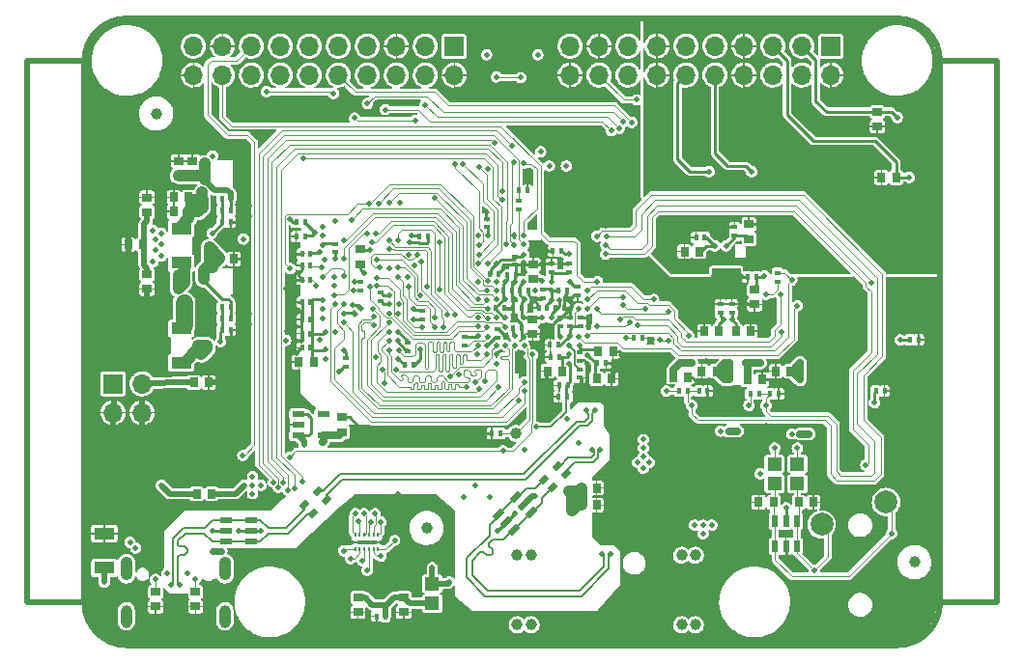
<source format=gbr>
%TF.GenerationSoftware,KiCad,Pcbnew,(6.0.1-0)*%
%TF.CreationDate,2022-12-27T13:33:36-05:00*%
%TF.ProjectId,EX-PCB-10108-001,45582d50-4342-42d3-9130-3130382d3030,A*%
%TF.SameCoordinates,Original*%
%TF.FileFunction,Copper,L4,Bot*%
%TF.FilePolarity,Positive*%
%FSLAX46Y46*%
G04 Gerber Fmt 4.6, Leading zero omitted, Abs format (unit mm)*
G04 Created by KiCad (PCBNEW (6.0.1-0)) date 2022-12-27 13:33:36*
%MOMM*%
%LPD*%
G01*
G04 APERTURE LIST*
G04 Aperture macros list*
%AMRotRect*
0 Rectangle, with rotation*
0 The origin of the aperture is its center*
0 $1 length*
0 $2 width*
0 $3 Rotation angle, in degrees counterclockwise*
0 Add horizontal line*
21,1,$1,$2,0,0,$3*%
G04 Aperture macros list end*
%TA.AperFunction,Profile*%
%ADD10C,0.500000*%
%TD*%
%TA.AperFunction,ComponentPad*%
%ADD11R,1.700000X1.700000*%
%TD*%
%TA.AperFunction,ComponentPad*%
%ADD12O,1.700000X1.700000*%
%TD*%
%TA.AperFunction,ComponentPad*%
%ADD13C,1.000000*%
%TD*%
%TA.AperFunction,ComponentPad*%
%ADD14O,1.050000X2.100000*%
%TD*%
%TA.AperFunction,ComponentPad*%
%ADD15O,1.000000X2.000000*%
%TD*%
%TA.AperFunction,ComponentPad*%
%ADD16C,0.500000*%
%TD*%
%TA.AperFunction,SMDPad,CuDef*%
%ADD17R,2.500000X2.500000*%
%TD*%
%TA.AperFunction,SMDPad,CuDef*%
%ADD18R,0.710000X0.810000*%
%TD*%
%TA.AperFunction,SMDPad,CuDef*%
%ADD19R,0.450000X0.510000*%
%TD*%
%TA.AperFunction,SMDPad,CuDef*%
%ADD20R,0.510000X0.450000*%
%TD*%
%TA.AperFunction,SMDPad,CuDef*%
%ADD21R,0.810000X0.710000*%
%TD*%
%TA.AperFunction,SMDPad,CuDef*%
%ADD22RotRect,0.450000X0.510000X225.000000*%
%TD*%
%TA.AperFunction,SMDPad,CuDef*%
%ADD23C,1.000000*%
%TD*%
%TA.AperFunction,SMDPad,CuDef*%
%ADD24R,1.060000X0.500000*%
%TD*%
%TA.AperFunction,SMDPad,CuDef*%
%ADD25RotRect,0.800000X0.500000X225.000000*%
%TD*%
%TA.AperFunction,SMDPad,CuDef*%
%ADD26R,1.800000X1.070000*%
%TD*%
%TA.AperFunction,SMDPad,CuDef*%
%ADD27RotRect,1.060000X0.550000X45.000000*%
%TD*%
%TA.AperFunction,SMDPad,CuDef*%
%ADD28R,1.060000X0.550000*%
%TD*%
%TA.AperFunction,SMDPad,CuDef*%
%ADD29R,0.550000X1.060000*%
%TD*%
%TA.AperFunction,SMDPad,CuDef*%
%ADD30R,1.250000X1.150000*%
%TD*%
%TA.AperFunction,SMDPad,CuDef*%
%ADD31R,0.200000X0.450000*%
%TD*%
%TA.AperFunction,SMDPad,CuDef*%
%ADD32R,1.800000X0.400000*%
%TD*%
%TA.AperFunction,SMDPad,CuDef*%
%ADD33C,2.000000*%
%TD*%
%TA.AperFunction,ViaPad*%
%ADD34C,0.500000*%
%TD*%
%TA.AperFunction,Conductor*%
%ADD35C,0.250000*%
%TD*%
%TA.AperFunction,Conductor*%
%ADD36C,0.500000*%
%TD*%
%TA.AperFunction,Conductor*%
%ADD37C,0.125000*%
%TD*%
%TA.AperFunction,Conductor*%
%ADD38C,1.000000*%
%TD*%
%TA.AperFunction,Conductor*%
%ADD39C,0.200000*%
%TD*%
%TA.AperFunction,Conductor*%
%ADD40C,0.650000*%
%TD*%
%TA.AperFunction,Conductor*%
%ADD41C,0.115000*%
%TD*%
%TA.AperFunction,Conductor*%
%ADD42C,0.100000*%
%TD*%
%TA.AperFunction,Conductor*%
%ADD43C,0.700000*%
%TD*%
%TA.AperFunction,Conductor*%
%ADD44C,0.600000*%
%TD*%
%TA.AperFunction,Conductor*%
%ADD45C,1.500000*%
%TD*%
G04 APERTURE END LIST*
D10*
X46450000Y-85300000D02*
X46450000Y-132800000D01*
X46450000Y-132800000D02*
G75*
G03*
X50200000Y-136550000I3750001J1D01*
G01*
X126450000Y-85300000D02*
X126450000Y-132800000D01*
X121450000Y-85300000D02*
G75*
G03*
X117700000Y-81550000I-3750001J-1D01*
G01*
X121450000Y-85300000D02*
X121450000Y-132800000D01*
X121450000Y-132800000D02*
X126450000Y-132800000D01*
X117700000Y-136550000D02*
X50200000Y-136550000D01*
X41450000Y-132800000D02*
X46450000Y-132800000D01*
X117700000Y-136550000D02*
G75*
G03*
X121450000Y-132800000I-1J3750001D01*
G01*
X126450000Y-85300000D02*
X121450000Y-85300000D01*
X50200000Y-81550000D02*
G75*
G03*
X46450000Y-85300000I1J-3750001D01*
G01*
X41450000Y-85300000D02*
X46450000Y-85300000D01*
X41450000Y-85300000D02*
X41450000Y-132800000D01*
X117700000Y-81550000D02*
X50200000Y-81550000D01*
D11*
X111880000Y-83980000D03*
D12*
X111880000Y-86520000D03*
X109340000Y-83980000D03*
X109340000Y-86520000D03*
X106800000Y-83980000D03*
X106800000Y-86520000D03*
X104260000Y-83980000D03*
X104260000Y-86520000D03*
X101720000Y-83980000D03*
X101720000Y-86520000D03*
X99180000Y-83980000D03*
X99180000Y-86520000D03*
X96640000Y-83980000D03*
X96640000Y-86520000D03*
X94100000Y-83980000D03*
X94100000Y-86520000D03*
X91560000Y-83980000D03*
X91560000Y-86520000D03*
X89020000Y-83980000D03*
X89020000Y-86520000D03*
D11*
X78880000Y-83980000D03*
D12*
X78880000Y-86520000D03*
X76340000Y-83980000D03*
X76340000Y-86520000D03*
X73800000Y-83980000D03*
X73800000Y-86520000D03*
X71260000Y-83980000D03*
X71260000Y-86520000D03*
X68720000Y-83980000D03*
X68720000Y-86520000D03*
X66180000Y-83980000D03*
X66180000Y-86520000D03*
X63640000Y-83980000D03*
X63640000Y-86520000D03*
X61100000Y-83980000D03*
X61100000Y-86520000D03*
X58560000Y-83980000D03*
X58560000Y-86520000D03*
X56020000Y-83980000D03*
X56020000Y-86520000D03*
D13*
X100000000Y-134750000D03*
X98800000Y-128650000D03*
X85600000Y-128650000D03*
X84400000Y-128650000D03*
X84400000Y-134750000D03*
X98800000Y-134750000D03*
X100000000Y-128650000D03*
X85600000Y-134750000D03*
D14*
X58770000Y-129820000D03*
D15*
X50130000Y-134000000D03*
D14*
X50130000Y-129820000D03*
D15*
X58770000Y-134000000D03*
D16*
X103700000Y-104750000D03*
X101700000Y-103750000D03*
X101700000Y-104750000D03*
X102700000Y-104750000D03*
X103700000Y-103750000D03*
X103700000Y-105750000D03*
X102700000Y-105750000D03*
X102700000Y-103750000D03*
X101700000Y-105750000D03*
D17*
X102700000Y-104750000D03*
D11*
X48975000Y-113600000D03*
D12*
X51515000Y-113600000D03*
X48975000Y-116140000D03*
X51515000Y-116140000D03*
D18*
X66545000Y-111700000D03*
X65255000Y-111700000D03*
D19*
X88025000Y-110200000D03*
X87275000Y-110200000D03*
X88025000Y-105450000D03*
X88775000Y-105450000D03*
D20*
X89950000Y-108550000D03*
X89950000Y-107800000D03*
X86650000Y-105325000D03*
X86650000Y-106075000D03*
D19*
X87025000Y-106950000D03*
X86275000Y-106950000D03*
D20*
X89900000Y-112325000D03*
X89900000Y-113075000D03*
D19*
X84775000Y-106950000D03*
X84025000Y-106950000D03*
D20*
X88150000Y-108575000D03*
X88150000Y-107825000D03*
D19*
X87775000Y-106950000D03*
X88525000Y-106950000D03*
D20*
X89900000Y-110825000D03*
X89900000Y-111575000D03*
D19*
X84625000Y-105450000D03*
X85375000Y-105450000D03*
D21*
X85750000Y-107955000D03*
X85750000Y-109245000D03*
D19*
X91425000Y-111800000D03*
X92175000Y-111800000D03*
D20*
X87400000Y-103825000D03*
X87400000Y-103075000D03*
X88900000Y-103825000D03*
X88900000Y-103075000D03*
D21*
X85800000Y-104420000D03*
X85800000Y-103130000D03*
D19*
X84025000Y-108700000D03*
X84775000Y-108700000D03*
X65775000Y-99450000D03*
X65025000Y-99450000D03*
X65775000Y-100700000D03*
X65025000Y-100700000D03*
D20*
X82650000Y-109575000D03*
X82650000Y-108825000D03*
D19*
X83525000Y-104050000D03*
X84275000Y-104050000D03*
X82525000Y-106950000D03*
X83275000Y-106950000D03*
X83175000Y-105450000D03*
X83925000Y-105450000D03*
D21*
X70650000Y-103095000D03*
X70650000Y-101805000D03*
D19*
X66275000Y-109200000D03*
X65525000Y-109200000D03*
D20*
X76050000Y-107175000D03*
X76050000Y-107925000D03*
X72400000Y-106325000D03*
X72400000Y-105575000D03*
X68400000Y-102075000D03*
X68400000Y-101325000D03*
D19*
X75825000Y-100650000D03*
X76575000Y-100650000D03*
D20*
X74800000Y-110725000D03*
X74800000Y-109975000D03*
D19*
X74525000Y-111950000D03*
X75275000Y-111950000D03*
D22*
X70665165Y-106934835D03*
X70134835Y-107465165D03*
D20*
X69400000Y-112075000D03*
X69400000Y-111325000D03*
D19*
X66275000Y-110450000D03*
X65525000Y-110450000D03*
X66275000Y-107950000D03*
X65525000Y-107950000D03*
X66275000Y-106450000D03*
X65525000Y-106450000D03*
X66275000Y-102200000D03*
X65525000Y-102200000D03*
X82025000Y-103950000D03*
X82775000Y-103950000D03*
X88275000Y-101950000D03*
X87525000Y-101950000D03*
D21*
X55925000Y-95345000D03*
X55925000Y-94055000D03*
X54725000Y-95345000D03*
X54725000Y-94055000D03*
D20*
X79750000Y-109475000D03*
X79750000Y-110225000D03*
X70650000Y-105447599D03*
X70650000Y-104697599D03*
D19*
X65525000Y-104450000D03*
X66275000Y-104450000D03*
X65525000Y-103200000D03*
X66275000Y-103200000D03*
D20*
X84200000Y-102425000D03*
X84200000Y-103175000D03*
D18*
X58255000Y-102650000D03*
X59545000Y-102650000D03*
D20*
X89000000Y-108550000D03*
X89000000Y-107800000D03*
D18*
X91505000Y-110750000D03*
X92795000Y-110750000D03*
X91355000Y-113150000D03*
X92645000Y-113150000D03*
D19*
X58525000Y-108900000D03*
X59275000Y-108900000D03*
D18*
X55595000Y-98500000D03*
X54305000Y-98500000D03*
D19*
X82925000Y-117950000D03*
X82175000Y-117950000D03*
D23*
X84300000Y-117950000D03*
D24*
X65200000Y-118150000D03*
X65200000Y-117200000D03*
X65200000Y-116250000D03*
X67400000Y-116250000D03*
X67400000Y-118150000D03*
D21*
X69050000Y-117845000D03*
X69050000Y-116555000D03*
D18*
X55595000Y-97250000D03*
X54305000Y-97250000D03*
D19*
X59275000Y-107900000D03*
X58525000Y-107900000D03*
X59275000Y-106900000D03*
X58525000Y-106900000D03*
D23*
X52750000Y-89900000D03*
D20*
X81700000Y-99875000D03*
X81700000Y-99125000D03*
D19*
X85275000Y-96650000D03*
X84525000Y-96650000D03*
D20*
X84500000Y-98325000D03*
X84500000Y-97575000D03*
D19*
X95350000Y-109600000D03*
X94600000Y-109600000D03*
D23*
X76450000Y-126250000D03*
D25*
X87947487Y-120795406D03*
X86745406Y-121997487D03*
X87452513Y-122704594D03*
X88654594Y-121502513D03*
D20*
X103200000Y-107375000D03*
X103200000Y-106625000D03*
D19*
X105325000Y-104250000D03*
X104575000Y-104250000D03*
D20*
X102200000Y-107375000D03*
X102200000Y-106625000D03*
X103450000Y-100625000D03*
X103450000Y-99875000D03*
D26*
X48200000Y-129755000D03*
X48200000Y-126745000D03*
D25*
X66947487Y-123045406D03*
X65745406Y-124247487D03*
X66452513Y-124954594D03*
X67654594Y-123752513D03*
D27*
X84093934Y-126449569D03*
X83422183Y-125777817D03*
X82750431Y-125106066D03*
X84306066Y-123550431D03*
X84977817Y-124222183D03*
X85649569Y-124893934D03*
D28*
X61050000Y-125550000D03*
X61050000Y-126500000D03*
X61050000Y-127450000D03*
X58850000Y-127450000D03*
X58850000Y-126500000D03*
X58850000Y-125550000D03*
D29*
X108900000Y-127850000D03*
X107950000Y-127850000D03*
X107000000Y-127850000D03*
X107000000Y-125650000D03*
X107950000Y-125650000D03*
X108900000Y-125650000D03*
D21*
X51950000Y-104005000D03*
X51950000Y-105295000D03*
D18*
X98055000Y-113000000D03*
X99345000Y-113000000D03*
D21*
X51950000Y-98545000D03*
X51950000Y-97255000D03*
D18*
X90055000Y-124250000D03*
X91345000Y-124250000D03*
X90055000Y-122750000D03*
X91345000Y-122750000D03*
X51595000Y-101400000D03*
X50305000Y-101400000D03*
X56055000Y-113500000D03*
X57345000Y-113500000D03*
X108345000Y-112500000D03*
X107055000Y-112500000D03*
D19*
X72825000Y-134000000D03*
X72075000Y-134000000D03*
D21*
X70450000Y-132355000D03*
X70450000Y-133645000D03*
X74450000Y-132355000D03*
X74450000Y-133645000D03*
D18*
X104555000Y-113250000D03*
X105845000Y-113250000D03*
X101845000Y-112500000D03*
X100555000Y-112500000D03*
X88345000Y-112500000D03*
X87055000Y-112500000D03*
X109055000Y-124000000D03*
X110345000Y-124000000D03*
X106845000Y-124000000D03*
X105555000Y-124000000D03*
X56305000Y-123250000D03*
X57595000Y-123250000D03*
D26*
X54950000Y-103005000D03*
X54950000Y-99995000D03*
X54950000Y-111755000D03*
X54950000Y-108745000D03*
D30*
X76950000Y-132875000D03*
X76950000Y-131125000D03*
X108950000Y-120625000D03*
X108950000Y-122375000D03*
X106950000Y-120625000D03*
X106950000Y-122375000D03*
D23*
X119200000Y-129250000D03*
D19*
X104825000Y-114500000D03*
X105575000Y-114500000D03*
X106575000Y-114500000D03*
X107325000Y-114500000D03*
X98575000Y-114250000D03*
X99325000Y-114250000D03*
X100325000Y-114250000D03*
X101075000Y-114250000D03*
D18*
X117595000Y-95500000D03*
X116305000Y-95500000D03*
D21*
X115950000Y-89755000D03*
X115950000Y-91045000D03*
X52700000Y-131855000D03*
X52700000Y-133145000D03*
X56200000Y-131855000D03*
X56200000Y-133145000D03*
D31*
X70200000Y-126875000D03*
X70600000Y-126875000D03*
X71000000Y-126875000D03*
X71400000Y-126875000D03*
X71800000Y-126875000D03*
X72200000Y-126875000D03*
X72200000Y-128125000D03*
X71800000Y-128125000D03*
X71400000Y-128125000D03*
X71000000Y-128125000D03*
X70600000Y-128125000D03*
X70200000Y-128125000D03*
D32*
X71200000Y-127500000D03*
D19*
X59275000Y-97400000D03*
X58525000Y-97400000D03*
X58525000Y-99400000D03*
X59275000Y-99400000D03*
X59275000Y-98400000D03*
X58525000Y-98400000D03*
D20*
X107200000Y-103875000D03*
X107200000Y-104625000D03*
D33*
X111075000Y-125950000D03*
X116725000Y-123975000D03*
D20*
X89700000Y-105125000D03*
X89700000Y-105875000D03*
D19*
X88075000Y-111250000D03*
X87325000Y-111250000D03*
X88775000Y-114750000D03*
X88025000Y-114750000D03*
X88825000Y-113750000D03*
X88075000Y-113750000D03*
D18*
X103555000Y-109000000D03*
X104845000Y-109000000D03*
D21*
X105200000Y-105355000D03*
X105200000Y-106645000D03*
D18*
X102095000Y-109000000D03*
X100805000Y-109000000D03*
D21*
X104700000Y-100895000D03*
X104700000Y-99605000D03*
D19*
X100825000Y-100750000D03*
X100075000Y-100750000D03*
D18*
X100345000Y-102000000D03*
X99055000Y-102000000D03*
D19*
X115825000Y-114250000D03*
X116575000Y-114250000D03*
X118825000Y-109750000D03*
X119575000Y-109750000D03*
D34*
X81000000Y-107762467D03*
X80985632Y-109392490D03*
X83349998Y-109425000D03*
X84175000Y-106225000D03*
X84175000Y-107825000D03*
X85775000Y-106225000D03*
X84834988Y-110956490D03*
X86650000Y-108650000D03*
X87350000Y-108650000D03*
X86550000Y-109450000D03*
X84950000Y-109450000D03*
X84450000Y-116700000D03*
X67050000Y-109750000D03*
X65175000Y-112775000D03*
X79291743Y-112784562D03*
X80923436Y-111027100D03*
X84950002Y-103800000D03*
X84149996Y-104649996D03*
X84951243Y-103001243D03*
X90360541Y-113752839D03*
X73144696Y-105807655D03*
X73999118Y-106616832D03*
X72007510Y-111300000D03*
X73963466Y-109025000D03*
X75300000Y-107950000D03*
X75388154Y-103211846D03*
X74950000Y-101192490D03*
X74150000Y-97750000D03*
X80942495Y-104647889D03*
X64650000Y-101950000D03*
X69175000Y-110650000D03*
X69200000Y-107425000D03*
X71525000Y-101825000D03*
X67350000Y-107855024D03*
X68407510Y-109073618D03*
X68375000Y-105025000D03*
X67325000Y-99800000D03*
X67475002Y-102750000D03*
X67575000Y-111425000D03*
X67350000Y-107040012D03*
X67325000Y-101425000D03*
X82600000Y-111000000D03*
X47450000Y-125500000D03*
X48200000Y-125500000D03*
X48950000Y-125500000D03*
X60900000Y-107420000D03*
X60900000Y-108370000D03*
X109700000Y-108250000D03*
X80964484Y-100587490D03*
X95700000Y-128000000D03*
X64750000Y-115400000D03*
X108200000Y-135750000D03*
X112700000Y-112750000D03*
X92700000Y-119500000D03*
X120450000Y-109750000D03*
X74450000Y-134500000D03*
X64200000Y-128500000D03*
X76200000Y-135750000D03*
X96950000Y-126500000D03*
X60400000Y-102650000D03*
X64860000Y-107210000D03*
X102200000Y-121000000D03*
X110375000Y-122575000D03*
X59700000Y-111500000D03*
X95554994Y-116187510D03*
X84200000Y-125000000D03*
X96200000Y-104750000D03*
X90200000Y-82250000D03*
X87450000Y-116500000D03*
X101200000Y-115250000D03*
X100200000Y-113500000D03*
X95200000Y-131750000D03*
X111700000Y-104500000D03*
X59690000Y-115530000D03*
X81950000Y-123500000D03*
X53850000Y-106300000D03*
X89030551Y-106221806D03*
X92181999Y-99787490D03*
X100950000Y-111600000D03*
X56225000Y-101450000D03*
X60200000Y-135750000D03*
X103700000Y-114000000D03*
X64100000Y-105250000D03*
X59400000Y-110150000D03*
X62025000Y-92000000D03*
X53950000Y-96200000D03*
X108950000Y-105500000D03*
X95950000Y-128750000D03*
X68070000Y-127250000D03*
X80700000Y-122500000D03*
X60910000Y-98890000D03*
X69450000Y-133750000D03*
X51650000Y-111800000D03*
X50450000Y-91000000D03*
X90584263Y-108574989D03*
X89450000Y-92000000D03*
X107950000Y-129000000D03*
X91400978Y-103798391D03*
X95080000Y-114380000D03*
X48050000Y-93500000D03*
X48550000Y-90500000D03*
X111200000Y-105500000D03*
X88197515Y-103062509D03*
X90575000Y-111850000D03*
X106950000Y-113500000D03*
X73950000Y-123250000D03*
X90950000Y-95500000D03*
X106200000Y-117250000D03*
X88800000Y-116700000D03*
X64200000Y-108990000D03*
X120700000Y-113500000D03*
X113450000Y-120750000D03*
X49950000Y-100400000D03*
X53700000Y-82250000D03*
X87750000Y-98800000D03*
X96950000Y-127250000D03*
X50450000Y-88700000D03*
X99450000Y-108500000D03*
X110200000Y-105750000D03*
X55950000Y-91000000D03*
X81950000Y-135750000D03*
X104450000Y-127000000D03*
X89780000Y-99830000D03*
X112200000Y-109500000D03*
X120700000Y-106250000D03*
X72800000Y-117849990D03*
X117450000Y-114250000D03*
X59950000Y-126500000D03*
X86520052Y-101429995D03*
X83200000Y-88250000D03*
X90950000Y-97800000D03*
X81650000Y-98500000D03*
X85825000Y-99875000D03*
X82700000Y-126500000D03*
X92937457Y-112497399D03*
X52700000Y-124000000D03*
X113950000Y-109250000D03*
X75450000Y-88900000D03*
X65442630Y-109830918D03*
X114860000Y-135610000D03*
X56450000Y-99900000D03*
X96200000Y-105500000D03*
X120700000Y-119750000D03*
X52700000Y-134000000D03*
X48450000Y-88400000D03*
X90575000Y-101425000D03*
X58450000Y-111000000D03*
X93480658Y-111124538D03*
X47750000Y-117900000D03*
X49950000Y-102400000D03*
X89039948Y-107029994D03*
X60400000Y-109800000D03*
X95700000Y-122500000D03*
X107700000Y-115500000D03*
X110950000Y-127500000D03*
X79199673Y-117621969D03*
X99200000Y-121000000D03*
X96950000Y-125500000D03*
X60050000Y-92900000D03*
X92450000Y-124250000D03*
X120580000Y-131640000D03*
X68790000Y-129110000D03*
X71950000Y-134750000D03*
X56200000Y-134000000D03*
X77950000Y-128750000D03*
X65075000Y-110950012D03*
X96200000Y-109750000D03*
X84145442Y-100606948D03*
X57500021Y-106000012D03*
X120700000Y-125500000D03*
X113950000Y-106000000D03*
X68950000Y-89250000D03*
X105950000Y-108500000D03*
X57140000Y-108110000D03*
X113700000Y-123500000D03*
X75892150Y-110582150D03*
X59700000Y-114500000D03*
X112700000Y-129000000D03*
X55950000Y-93000000D03*
X49850000Y-111700000D03*
X48050000Y-95700000D03*
X60930000Y-97940000D03*
X47450000Y-123250000D03*
X57875000Y-87925000D03*
X50250000Y-117600000D03*
X73250000Y-126600000D03*
X53200000Y-135750000D03*
X93950000Y-119500000D03*
X93533311Y-117247490D03*
X61950000Y-126500000D03*
X67950000Y-135750000D03*
X70200000Y-130000000D03*
X65200000Y-103875000D03*
X79700000Y-123500000D03*
X119200000Y-116750000D03*
X103200000Y-122750000D03*
X59700000Y-112500000D03*
X52850000Y-118000000D03*
X86536439Y-103062510D03*
X48200000Y-133500000D03*
X91312510Y-114750000D03*
X109950000Y-110500000D03*
X59700000Y-113500000D03*
X110950000Y-119250000D03*
X99700000Y-117250000D03*
X95550000Y-111500000D03*
X69450000Y-132500000D03*
X85350000Y-95600000D03*
X88944989Y-111839545D03*
X95950000Y-120500000D03*
X94950000Y-120500000D03*
X95450000Y-119250000D03*
X95450000Y-118500000D03*
X52700000Y-100900000D03*
X52450000Y-102900000D03*
X53200000Y-100400000D03*
X57200000Y-110250000D03*
X98700000Y-111750000D03*
X95450000Y-120000000D03*
X51705000Y-103195000D03*
X53200000Y-101400000D03*
X56700000Y-111000000D03*
X52450000Y-100150000D03*
X53200000Y-102400000D03*
X55275000Y-104675000D03*
X51705000Y-99605000D03*
X54708540Y-104109173D03*
X104450000Y-111750000D03*
X86050000Y-117400000D03*
X99700000Y-111750000D03*
X105700000Y-111750000D03*
X52700000Y-101900000D03*
X54700000Y-105250000D03*
X65699990Y-118999990D03*
X95450000Y-121000000D03*
X56450000Y-110250000D03*
X84218902Y-109439227D03*
X90575000Y-111075010D03*
X57650000Y-100400000D03*
X58400000Y-109900000D03*
X85970001Y-105460000D03*
X71000000Y-103900000D03*
X73146362Y-106606044D03*
X74902057Y-102307510D03*
X73981440Y-107451061D03*
X73175000Y-103450008D03*
X68393161Y-104206839D03*
X69950000Y-106650000D03*
X73975000Y-109825000D03*
X83375000Y-107825000D03*
X83375000Y-106225000D03*
X83375000Y-104625000D03*
X64477521Y-99125000D03*
X68742490Y-112550000D03*
X75162181Y-100631247D03*
X87375000Y-105425000D03*
X67575000Y-110625000D03*
X67350000Y-100625000D03*
X73975000Y-111425000D03*
X67567490Y-109025000D03*
X67125000Y-102025000D03*
X67350000Y-106232510D03*
X56900000Y-103650000D03*
X57650000Y-103400000D03*
X57400000Y-101650000D03*
X87394140Y-106244140D03*
X56900000Y-104400000D03*
X89055010Y-104650000D03*
X88977101Y-109373438D03*
X57050000Y-95050000D03*
X57050000Y-95800000D03*
X103699994Y-117750000D03*
X102200000Y-117750000D03*
X102950000Y-117750000D03*
X115700000Y-115250000D03*
X109949994Y-118000000D03*
X81846408Y-94791082D03*
X117950000Y-109750000D03*
X88962490Y-102225000D03*
X104700000Y-115500000D03*
X57700000Y-93625000D03*
X84991068Y-102267079D03*
X81700000Y-84750000D03*
X81822394Y-100614389D03*
X57050000Y-94275000D03*
X86200000Y-84750000D03*
X108450000Y-118000000D03*
X88700000Y-94500000D03*
X87200000Y-94500000D03*
X86450000Y-93250000D03*
X76950000Y-129750000D03*
X97450000Y-114250000D03*
X82563901Y-103087522D03*
X89800000Y-107025000D03*
X78450000Y-131000000D03*
X109200000Y-118000000D03*
X105700000Y-121500000D03*
X64102510Y-109800000D03*
X84975000Y-104625000D03*
X85000000Y-106225000D03*
X86575000Y-107825000D03*
X87375000Y-107825000D03*
X84975000Y-107825000D03*
X88049990Y-106260057D03*
X88150000Y-109450000D03*
X89839950Y-110229992D03*
X87400000Y-104650000D03*
X86600000Y-104600000D03*
X75300000Y-107050000D03*
X81775000Y-110225000D03*
X68400000Y-102625000D03*
X66675000Y-100350000D03*
X81780000Y-109489961D03*
X70075000Y-105425000D03*
X70100000Y-104675000D03*
X66765728Y-105012811D03*
X67225000Y-103375000D03*
X71263617Y-100460044D03*
X68350004Y-105825000D03*
X80975000Y-108577479D03*
X72070394Y-104996702D03*
X69175007Y-104187779D03*
X67329800Y-104233033D03*
X64499994Y-103500000D03*
X71430092Y-97842490D03*
X81782510Y-104576801D03*
X69175000Y-108225000D03*
X85027479Y-113446250D03*
X85000008Y-114200000D03*
X68400000Y-106600000D03*
X84550000Y-115050000D03*
X69175000Y-106625000D03*
X71800000Y-107750000D03*
X84175000Y-110224998D03*
X71749994Y-107050000D03*
X82780741Y-113880741D03*
X71800006Y-108450000D03*
X83375000Y-110225000D03*
X73157855Y-107421056D03*
X82575000Y-111825000D03*
X82550014Y-110225000D03*
X78549998Y-112950000D03*
X72051422Y-104350010D03*
X83375000Y-108625004D03*
X71955654Y-100460045D03*
X82553407Y-107830176D03*
X81800000Y-107000000D03*
X69200002Y-102625000D03*
X74757692Y-104247843D03*
X82572369Y-104629075D03*
X73145314Y-108236067D03*
X81557005Y-113377003D03*
X73159989Y-109043151D03*
X81016261Y-114091261D03*
X73799992Y-112350000D03*
X81750000Y-111025000D03*
X71450381Y-105057737D03*
X81775000Y-108655023D03*
X71640949Y-101203887D03*
X81802576Y-107840012D03*
X81775000Y-106272522D03*
X69193161Y-101006839D03*
X82539117Y-106189117D03*
X77200002Y-97300000D03*
X68425000Y-99350000D03*
X72210613Y-97800000D03*
X82575000Y-105425000D03*
X73166576Y-110640113D03*
X80741993Y-113425000D03*
X79950000Y-113850000D03*
X73150000Y-109800000D03*
X80950000Y-110212089D03*
X73995017Y-110641784D03*
X69900000Y-99200000D03*
X80964085Y-106207456D03*
X73150000Y-97750000D03*
X81749936Y-105392444D03*
X76100000Y-108600000D03*
X73974999Y-104262214D03*
X77950003Y-108599997D03*
X75953074Y-102922997D03*
X78250170Y-107535014D03*
X73162247Y-101037013D03*
X75908195Y-105838089D03*
X72050000Y-102675000D03*
X72610160Y-112363696D03*
X72758081Y-113509979D03*
X77202448Y-108615011D03*
X74900002Y-105050000D03*
X77200000Y-107800000D03*
X73975000Y-103425000D03*
X78950000Y-107519729D03*
X73975000Y-101050000D03*
X73188619Y-101792490D03*
X76457510Y-105050000D03*
X75600000Y-102307510D03*
X72304846Y-103374990D03*
X77600000Y-105350000D03*
X77600000Y-101175000D03*
X90575000Y-109400000D03*
X108450000Y-104500000D03*
X85008768Y-110258768D03*
X85750000Y-111050000D03*
X83150000Y-119500000D03*
X64464924Y-120045084D03*
X60350000Y-119900000D03*
X89750000Y-118800000D03*
X85000000Y-119400000D03*
X67300000Y-118700000D03*
X88925000Y-110225002D03*
X60400000Y-100900000D03*
X61200000Y-121750000D03*
X61200000Y-123250000D03*
X61950000Y-122500000D03*
X60450000Y-122500000D03*
X58450000Y-128250000D03*
X50450000Y-127500000D03*
X57700000Y-128250000D03*
X61200000Y-122500000D03*
X50950000Y-128000000D03*
X53200000Y-122500000D03*
X99950000Y-126000000D03*
X101450000Y-126000000D03*
X100700000Y-126750000D03*
X100700000Y-126000000D03*
X71950000Y-133000000D03*
X72950000Y-133000000D03*
X82550000Y-86699996D03*
X84700000Y-86750000D03*
X84987086Y-101379535D03*
X79650000Y-94300000D03*
X81025000Y-102275000D03*
X53700000Y-130250000D03*
X54075000Y-131250000D03*
X55450000Y-130250000D03*
X54825000Y-131250000D03*
X56797353Y-97480375D03*
X56775000Y-96825000D03*
X56800000Y-98150000D03*
X55300010Y-107689050D03*
X55300010Y-106145709D03*
X55300010Y-106900000D03*
X88950000Y-123000000D03*
X89200000Y-124750000D03*
X85925000Y-123475000D03*
X109200000Y-112500000D03*
X106075022Y-104144006D03*
X109200000Y-113250000D03*
X102450000Y-108000000D03*
X103200000Y-108000000D03*
X109200000Y-111750000D03*
X63469029Y-122693891D03*
X71612282Y-125736280D03*
X102700000Y-101500000D03*
X102949986Y-113250000D03*
X102950000Y-112500000D03*
X102950000Y-111750000D03*
X88944989Y-111026219D03*
X117700000Y-90250000D03*
X118750000Y-95500000D03*
X111450000Y-102750000D03*
X110200000Y-102750000D03*
X97700000Y-82250000D03*
X100950000Y-99250000D03*
X104950000Y-82250000D03*
X111450000Y-95750000D03*
X97700000Y-96250000D03*
X114200000Y-88500000D03*
X110700000Y-94000000D03*
X111450000Y-103500000D03*
X102200000Y-95000000D03*
X120700000Y-92250000D03*
X105950000Y-99500000D03*
X104700000Y-94000000D03*
X97450000Y-94500000D03*
X120700000Y-102000000D03*
X102200000Y-100750000D03*
X113450000Y-82250000D03*
X105150000Y-102200000D03*
X97450000Y-90200000D03*
X114950000Y-90700000D03*
X99150000Y-102900000D03*
X117450000Y-102500000D03*
X108950000Y-102750000D03*
X120700000Y-97250000D03*
X108950000Y-103500000D03*
X120700000Y-87750000D03*
X114950000Y-95500000D03*
X101700000Y-101500000D03*
X101200000Y-95000000D03*
X57700000Y-126500000D03*
X107950000Y-124500000D03*
X48200000Y-131000000D03*
X110450000Y-130000000D03*
X117200000Y-126750000D03*
X104950000Y-95000000D03*
X80975000Y-103075000D03*
X81070052Y-94598104D03*
X91375000Y-108575000D03*
X94250000Y-108200000D03*
X94850000Y-88700000D03*
X93337490Y-91200000D03*
X76325000Y-89125000D03*
X92650000Y-91400000D03*
X72825000Y-89550000D03*
X95641674Y-107025052D03*
X97674966Y-109837490D03*
X96849954Y-109777035D03*
X93650000Y-106700000D03*
X106950000Y-119250000D03*
X108950000Y-119250000D03*
X90575000Y-106225000D03*
X99450000Y-109400000D03*
X91675000Y-119349990D03*
X90925000Y-119349990D03*
X90425000Y-115950000D03*
X91175000Y-115950000D03*
X93900000Y-109600000D03*
X106200000Y-105750000D03*
X93450000Y-108000000D03*
X107450000Y-105750000D03*
X114950000Y-120750000D03*
X92120050Y-102229996D03*
X52700000Y-130750000D03*
X56200000Y-130750000D03*
X70820099Y-129128386D03*
X71240000Y-129959998D03*
X72442185Y-128715876D03*
X73650000Y-127350000D03*
X69200000Y-128250000D03*
X69791639Y-128941636D03*
X84120050Y-101429994D03*
X82450000Y-92500000D03*
X84066369Y-94144506D03*
X71950000Y-125000000D03*
X63881539Y-122250000D03*
X65550000Y-122150000D03*
X83050000Y-97500000D03*
X72437294Y-125722191D03*
X70950000Y-125000000D03*
X83950000Y-92750000D03*
X84990002Y-100610000D03*
X84950000Y-94250000D03*
X63037490Y-122250000D03*
X64294049Y-122933753D03*
X70483312Y-125633310D03*
X83387501Y-101378686D03*
X70200000Y-125000000D03*
X64864566Y-122747944D03*
X83050000Y-96700000D03*
X90550000Y-105425000D03*
X96350006Y-106200000D03*
X97658311Y-107291689D03*
X91350000Y-107050000D03*
X71259996Y-89015004D03*
X93650000Y-106000000D03*
X93675000Y-90625000D03*
X90550000Y-107025000D03*
X94425000Y-90675000D03*
X62425000Y-87975000D03*
X68307490Y-88120811D03*
X78950000Y-94312510D03*
X70150000Y-90300000D03*
X75450000Y-90500000D03*
X81025000Y-101425000D03*
X81808767Y-103058767D03*
X65625000Y-93850000D03*
X91425000Y-104625000D03*
X89775000Y-109450000D03*
X108950000Y-106750000D03*
X94950000Y-108500000D03*
X107550000Y-109100000D03*
X91825000Y-128500000D03*
X92575000Y-128500000D03*
X92200000Y-100650000D03*
X106200000Y-115500000D03*
X91400000Y-100650000D03*
X99700000Y-115500000D03*
X115450000Y-104750000D03*
X92151248Y-101401248D03*
D35*
X82724998Y-108800000D02*
X83349998Y-109425000D01*
X82575000Y-108800000D02*
X82724998Y-108800000D01*
X67475000Y-101275000D02*
X67325000Y-101425000D01*
X68400000Y-101275000D02*
X67475000Y-101275000D01*
X65625000Y-102125000D02*
X65525000Y-102125000D01*
X65625000Y-103300000D02*
X65625000Y-103275000D01*
X84050000Y-106350000D02*
X84175000Y-106225000D01*
X84050000Y-107025000D02*
X84050000Y-106350000D01*
X83300000Y-107025000D02*
X84050000Y-107025000D01*
X84050000Y-107700000D02*
X84175000Y-107825000D01*
X84050000Y-107025000D02*
X84050000Y-107700000D01*
X86175000Y-106625000D02*
X85775000Y-106225000D01*
X86175000Y-106825000D02*
X86175000Y-106625000D01*
X85375000Y-105825000D02*
X85375000Y-105425000D01*
X85775000Y-106225000D02*
X85375000Y-105825000D01*
X88425000Y-107025000D02*
X88425000Y-107000000D01*
X86128553Y-106225000D02*
X85775000Y-106225000D01*
X86675000Y-106025000D02*
X86475000Y-106225000D01*
X86475000Y-106225000D02*
X86128553Y-106225000D01*
X84775000Y-108700000D02*
X84775000Y-108425000D01*
X84775000Y-108425000D02*
X84175000Y-107825000D01*
X84200000Y-103175000D02*
X84777486Y-103175000D01*
X84777486Y-103175000D02*
X84951243Y-103001243D01*
X84275000Y-103950000D02*
X84800002Y-103950000D01*
X84800002Y-103950000D02*
X84950002Y-103800000D01*
X84275000Y-103950000D02*
X84275000Y-103250000D01*
X84275000Y-103250000D02*
X84200000Y-103175000D01*
X64650000Y-101950000D02*
X64650000Y-102325000D01*
X88075000Y-107825000D02*
X87599999Y-108300001D01*
X87599999Y-108300001D02*
X87599999Y-108400001D01*
X87599999Y-108400001D02*
X87350000Y-108650000D01*
X88150000Y-107825000D02*
X88075000Y-107825000D01*
X83925000Y-105975000D02*
X83925000Y-104874992D01*
X84175000Y-106225000D02*
X83925000Y-105975000D01*
X83925000Y-104874992D02*
X84149996Y-104649996D01*
X84951243Y-103001243D02*
X84951243Y-103798759D01*
X84951243Y-103798759D02*
X84950002Y-103800000D01*
X84250000Y-103975000D02*
X84149996Y-104075004D01*
X84149996Y-104075004D02*
X84149996Y-104296443D01*
X84149996Y-104296443D02*
X84149996Y-104649996D01*
X72500000Y-105675000D02*
X72632655Y-105807655D01*
X72632655Y-105807655D02*
X72791143Y-105807655D01*
X72791143Y-105807655D02*
X73144696Y-105807655D01*
X74800000Y-109975000D02*
X74800000Y-109861534D01*
X74800000Y-109861534D02*
X73963466Y-109025000D01*
X76100000Y-107900000D02*
X76050000Y-107950000D01*
X76050000Y-107950000D02*
X75300000Y-107950000D01*
X79750000Y-109475000D02*
X80903122Y-109475000D01*
X80903122Y-109475000D02*
X80985632Y-109392490D01*
X75303553Y-101192490D02*
X74950000Y-101192490D01*
X75742490Y-101192490D02*
X75303553Y-101192490D01*
X75812373Y-101262373D02*
X75742490Y-101192490D01*
X75812373Y-101262373D02*
X76467627Y-101262373D01*
X76575000Y-101155000D02*
X76575000Y-100650000D01*
X76467627Y-101262373D02*
X76575000Y-101155000D01*
X75825000Y-101275000D02*
X75812373Y-101262373D01*
X65025000Y-101575000D02*
X64899999Y-101700001D01*
X64899999Y-101700001D02*
X64650000Y-101950000D01*
X69400000Y-110875000D02*
X69175000Y-110650000D01*
X69400000Y-111300000D02*
X69400000Y-110875000D01*
X69244670Y-107380330D02*
X69200000Y-107425000D01*
X70119670Y-107380330D02*
X69244670Y-107380330D01*
X71475000Y-101875000D02*
X71525000Y-101825000D01*
X70725000Y-101875000D02*
X71475000Y-101875000D01*
X88789949Y-107279993D02*
X89039948Y-107029994D01*
D36*
X50305000Y-100755000D02*
X49950000Y-100400000D01*
D35*
X88094942Y-107975000D02*
X88789949Y-107279993D01*
X87375000Y-103175000D02*
X87262510Y-103062510D01*
X81775000Y-99200000D02*
X81650000Y-99075000D01*
X104200000Y-104250000D02*
X103700000Y-103750000D01*
X84775000Y-108700000D02*
X84775000Y-109275000D01*
X83422183Y-125777817D02*
X82700000Y-126500000D01*
X104595000Y-106645000D02*
X103700000Y-105750000D01*
X88025000Y-107975000D02*
X88094942Y-107975000D01*
X65525000Y-107272484D02*
X65472484Y-107325000D01*
X84775000Y-109275000D02*
X84950000Y-109450000D01*
X59275000Y-110025000D02*
X59400000Y-110150000D01*
X65200000Y-104050000D02*
X65200000Y-103875000D01*
X99345000Y-113000000D02*
X99700000Y-113000000D01*
X65472484Y-107325000D02*
X65472484Y-109801064D01*
X89039948Y-107383547D02*
X89039948Y-107029994D01*
D37*
X107325000Y-115125000D02*
X107700000Y-115500000D01*
X107325000Y-114500000D02*
X107325000Y-115125000D01*
D35*
X85080000Y-103130000D02*
X84951243Y-103001243D01*
X65525000Y-106450000D02*
X65150000Y-106450000D01*
X65525000Y-109748548D02*
X65442630Y-109830918D01*
X90325001Y-111600001D02*
X90575000Y-111850000D01*
X85800000Y-103130000D02*
X85080000Y-103130000D01*
X82775000Y-103950000D02*
X82775000Y-103876957D01*
X101075000Y-115125000D02*
X101200000Y-115250000D01*
X107950000Y-129000000D02*
X107950000Y-127850000D01*
X85800000Y-103130000D02*
X86468949Y-103130000D01*
X88525000Y-106950000D02*
X88650000Y-107075000D01*
X90455000Y-107800000D02*
X90584263Y-107929263D01*
X88954896Y-107075000D02*
X89039948Y-106989948D01*
X86900000Y-112400000D02*
X86900000Y-113150000D01*
X64860000Y-107210000D02*
X65462516Y-107210000D01*
X65500000Y-110450000D02*
X65075000Y-110875000D01*
X92575000Y-113125000D02*
X92575000Y-112859856D01*
X65525000Y-103550000D02*
X65200000Y-103875000D01*
X81650000Y-98853553D02*
X81650000Y-98500000D01*
X88650000Y-107075000D02*
X88954896Y-107075000D01*
X83525000Y-103175000D02*
X84200000Y-103175000D01*
X87050000Y-113300000D02*
X87486674Y-113300000D01*
X59275000Y-108900000D02*
X59275000Y-110025000D01*
X88525000Y-105925000D02*
X88525000Y-106950000D01*
X89039948Y-107785052D02*
X89039948Y-107383547D01*
X92900000Y-112459942D02*
X92937457Y-112497399D01*
D36*
X51950000Y-106337627D02*
X51950000Y-105295000D01*
D35*
X88551068Y-103062509D02*
X88197515Y-103062509D01*
X86468949Y-103130000D02*
X86536439Y-103062510D01*
X65525000Y-104450000D02*
X64775000Y-104450000D01*
X89452357Y-105800000D02*
X89030551Y-106221806D01*
X84950002Y-103175000D02*
X84950002Y-103800000D01*
X65075000Y-110875000D02*
X65075000Y-110950012D01*
D36*
X53850000Y-106300000D02*
X51950000Y-106337627D01*
D35*
X59275000Y-99400000D02*
X60150000Y-99400000D01*
X69705000Y-116555000D02*
X70999990Y-117849990D01*
X92695000Y-112950000D02*
X92695000Y-112739856D01*
X89039948Y-106989948D02*
X89039948Y-107029994D01*
X90000000Y-113150000D02*
X90000000Y-113675000D01*
X70999990Y-117849990D02*
X72800000Y-117849990D01*
X65462516Y-107210000D02*
X65525000Y-107272484D01*
X106700000Y-113250000D02*
X106950000Y-113500000D01*
X104575000Y-104250000D02*
X104200000Y-104250000D01*
X65625000Y-104450000D02*
X65600000Y-104450000D01*
X105200000Y-106645000D02*
X104595000Y-106645000D01*
X101075000Y-114250000D02*
X101075000Y-115125000D01*
X90025000Y-113700000D02*
X90307702Y-113700000D01*
X65525000Y-102200000D02*
X64900000Y-102200000D01*
D36*
X50305000Y-101400000D02*
X50305000Y-100755000D01*
D35*
X83422183Y-125777817D02*
X84200000Y-125000000D01*
X93480658Y-110905658D02*
X93480658Y-111124538D01*
X75892150Y-110935703D02*
X75892150Y-110582150D01*
X65525000Y-106450000D02*
X65525000Y-107272484D01*
X90000000Y-113675000D02*
X90025000Y-113700000D01*
X92525000Y-111750000D02*
X92900000Y-112125000D01*
X81650000Y-99075000D02*
X81650000Y-98853553D01*
X88775000Y-105675000D02*
X88525000Y-105925000D01*
X89750000Y-105800000D02*
X89452357Y-105800000D01*
X59545000Y-102650000D02*
X60400000Y-102650000D01*
X65525000Y-109200000D02*
X65525000Y-109748548D01*
X65600000Y-104450000D02*
X65200000Y-104050000D01*
X102700000Y-104750000D02*
X102700000Y-103895000D01*
D36*
X50305000Y-101400000D02*
X50305000Y-102045000D01*
D35*
X82175000Y-117950000D02*
X79527704Y-117950000D01*
D36*
X51531186Y-115050000D02*
X51550000Y-117200000D01*
D35*
X64900000Y-102200000D02*
X64650000Y-101950000D01*
X92100000Y-111750000D02*
X92525000Y-111750000D01*
X87525000Y-101950000D02*
X87040057Y-101950000D01*
X92900000Y-112125000D02*
X92900000Y-112459942D01*
X90584263Y-107929263D02*
X90584263Y-108574989D01*
X84200000Y-103175000D02*
X84950002Y-103175000D01*
X99700000Y-113000000D02*
X100200000Y-113500000D01*
X87040057Y-101950000D02*
X86520052Y-101429995D01*
X87486674Y-113300000D02*
X87513325Y-113326651D01*
X75375000Y-111975000D02*
X75892150Y-111457850D01*
D36*
X49050000Y-115000000D02*
X48968813Y-117150000D01*
D35*
X88712509Y-103062509D02*
X88551068Y-103062509D01*
X89950000Y-107800000D02*
X90455000Y-107800000D01*
X61050000Y-126500000D02*
X59950000Y-126500000D01*
D36*
X50305000Y-102045000D02*
X49950000Y-102400000D01*
D35*
X61050000Y-126500000D02*
X61950000Y-126500000D01*
X65472484Y-109801064D02*
X65442630Y-109830918D01*
X92687458Y-112747398D02*
X92937457Y-112497399D01*
X65525000Y-110450000D02*
X65500000Y-110450000D01*
X93100000Y-110775000D02*
X93350000Y-110775000D01*
X86889992Y-103062510D02*
X86536439Y-103062510D01*
X88825000Y-103175000D02*
X88712509Y-103062509D01*
D36*
X57345000Y-113500000D02*
X59700000Y-113500000D01*
D35*
X65525000Y-103200000D02*
X65525000Y-103550000D01*
X65525000Y-107377516D02*
X65472484Y-107325000D01*
X65525000Y-107950000D02*
X65525000Y-107377516D01*
X90275000Y-111550000D02*
X90325001Y-111600001D01*
X88975000Y-107850000D02*
X89039948Y-107785052D01*
X90307702Y-113700000D02*
X90360541Y-113752839D01*
X79527704Y-117950000D02*
X79199673Y-117621969D01*
X86900000Y-113150000D02*
X87050000Y-113300000D01*
X92695000Y-112739856D02*
X92937457Y-112497399D01*
X69050000Y-116555000D02*
X69705000Y-116555000D01*
X75892150Y-111457850D02*
X75892150Y-110935703D01*
X93350000Y-110775000D02*
X93480658Y-110905658D01*
X82775000Y-103925000D02*
X83525000Y-103175000D01*
X87262510Y-103062510D02*
X86889992Y-103062510D01*
X88775000Y-105450000D02*
X88775000Y-105675000D01*
X90000000Y-111550000D02*
X90275000Y-111550000D01*
X65075000Y-110900000D02*
X65075000Y-110950012D01*
X92575000Y-112859856D02*
X92687458Y-112747398D01*
X82775000Y-103950000D02*
X82775000Y-103925000D01*
X105845000Y-113250000D02*
X106700000Y-113250000D01*
D38*
X55200000Y-103125000D02*
X55200000Y-103750000D01*
X55200000Y-103750000D02*
X55200000Y-104627392D01*
D36*
X65699990Y-118999990D02*
X65699990Y-118649990D01*
D35*
X56949999Y-111249999D02*
X56700000Y-111000000D01*
X56450000Y-110250000D02*
X56700000Y-110500000D01*
D36*
X51950000Y-98545000D02*
X51950000Y-99360000D01*
D39*
X88700000Y-114750000D02*
X88700000Y-116051776D01*
D38*
X57200000Y-110500000D02*
X57200000Y-110250000D01*
X54708540Y-104109173D02*
X54708540Y-105241460D01*
D40*
X99700000Y-111750000D02*
X98700000Y-111750000D01*
D38*
X55200000Y-111750000D02*
X56450000Y-110500000D01*
D35*
X66300000Y-116570000D02*
X66300000Y-117950000D01*
D40*
X105700000Y-111750000D02*
X104450000Y-111750000D01*
D38*
X55200000Y-104627392D02*
X55205356Y-104632748D01*
D40*
X98055000Y-113000000D02*
X98055000Y-112395000D01*
X104555000Y-113250000D02*
X104555000Y-111855000D01*
D35*
X89000000Y-111894556D02*
X88944989Y-111839545D01*
D36*
X65699990Y-118649990D02*
X65200000Y-118150000D01*
D39*
X88700000Y-116051776D02*
X87351776Y-117400000D01*
D35*
X66100000Y-118150000D02*
X65200000Y-118150000D01*
X56700000Y-110500000D02*
X56700000Y-111000000D01*
D38*
X56450000Y-110250000D02*
X57200000Y-110250000D01*
X54840827Y-104109173D02*
X54708540Y-104109173D01*
X55200000Y-103750000D02*
X54840827Y-104109173D01*
D36*
X51705000Y-103195000D02*
X51705000Y-99605000D01*
D38*
X54708540Y-105241460D02*
X54700000Y-105250000D01*
X55200000Y-103125000D02*
X55200000Y-104750000D01*
X56450000Y-110500000D02*
X56450000Y-110250000D01*
D36*
X51950000Y-104005000D02*
X51950000Y-103440000D01*
D35*
X66300000Y-117950000D02*
X66100000Y-118150000D01*
D40*
X98055000Y-112395000D02*
X98700000Y-111750000D01*
D35*
X65980000Y-116250000D02*
X66300000Y-116570000D01*
D36*
X51950000Y-103440000D02*
X51705000Y-103195000D01*
D35*
X89000000Y-113450000D02*
X89000000Y-111894556D01*
D40*
X104555000Y-111855000D02*
X104450000Y-111750000D01*
D35*
X88700000Y-114750000D02*
X88700000Y-113750000D01*
X88700000Y-113750000D02*
X89000000Y-113450000D01*
D39*
X87351776Y-117400000D02*
X86050000Y-117400000D01*
D38*
X55200000Y-104750000D02*
X54700000Y-105250000D01*
D36*
X51950000Y-99360000D02*
X51705000Y-99605000D01*
D35*
X65200000Y-116250000D02*
X65980000Y-116250000D01*
D38*
X56700000Y-111000000D02*
X57200000Y-110500000D01*
D35*
X84000000Y-109220325D02*
X84218902Y-109439227D01*
X84000000Y-108625000D02*
X84000000Y-109220325D01*
X91225000Y-111725010D02*
X90824999Y-111325009D01*
X91225000Y-113125000D02*
X91225000Y-111725010D01*
X90824999Y-111325009D02*
X90575000Y-111075010D01*
X58525000Y-99400000D02*
X58525000Y-98400000D01*
X58525000Y-99400000D02*
X58525000Y-99525000D01*
X58525000Y-98400000D02*
X58525000Y-97400000D01*
X58525000Y-99525000D02*
X57650000Y-100400000D01*
X58525000Y-107900000D02*
X58525000Y-106900000D01*
X58400000Y-109025000D02*
X58525000Y-108900000D01*
X58525000Y-108900000D02*
X58525000Y-107900000D01*
X58400000Y-109900000D02*
X58400000Y-109025000D01*
X70650000Y-103095000D02*
X70650000Y-103550000D01*
X70650000Y-103550000D02*
X71000000Y-103900000D01*
X83150000Y-106250000D02*
X83350000Y-106250000D01*
X83350000Y-106250000D02*
X83375000Y-106225000D01*
X82525000Y-106950000D02*
X82525000Y-106875000D01*
X82525000Y-106875000D02*
X83150000Y-106250000D01*
X72500000Y-106425000D02*
X72681044Y-106606044D01*
X72792809Y-106606044D02*
X73146362Y-106606044D01*
X72681044Y-106606044D02*
X72792809Y-106606044D01*
X74750000Y-110550000D02*
X74575000Y-110550000D01*
X74575000Y-110550000D02*
X73975000Y-109950000D01*
X73975000Y-109950000D02*
X73975000Y-109825000D01*
X70450000Y-106650000D02*
X69950000Y-106650000D01*
X70650000Y-106850000D02*
X70450000Y-106650000D01*
X70725000Y-103225000D02*
X70700000Y-103225000D01*
X70725000Y-103225000D02*
X70725000Y-103000000D01*
X82525000Y-107000000D02*
X82525000Y-106950000D01*
X82550000Y-107025000D02*
X82525000Y-107000000D01*
X83350000Y-107825000D02*
X83375000Y-107825000D01*
X83300000Y-107875000D02*
X83350000Y-107825000D01*
X82550000Y-107125000D02*
X83300000Y-107875000D01*
X82550000Y-107025000D02*
X82550000Y-107125000D01*
X83500000Y-104500000D02*
X83375000Y-104625000D01*
X83500000Y-103975000D02*
X83500000Y-104500000D01*
X83175000Y-104825000D02*
X83375000Y-104625000D01*
X83175000Y-105425000D02*
X83175000Y-104825000D01*
X83175000Y-106025000D02*
X83375000Y-106225000D01*
X83175000Y-105425000D02*
X83175000Y-106025000D01*
X64727520Y-99374999D02*
X64477521Y-99125000D01*
X65025000Y-99525000D02*
X64877521Y-99525000D01*
X64877521Y-99525000D02*
X64727520Y-99374999D01*
X69242490Y-112050000D02*
X68992489Y-112300001D01*
X69400000Y-112050000D02*
X69242490Y-112050000D01*
X68992489Y-112300001D02*
X68742490Y-112550000D01*
X75825000Y-100525000D02*
X75718753Y-100631247D01*
X75718753Y-100631247D02*
X75515734Y-100631247D01*
X75515734Y-100631247D02*
X75162181Y-100631247D01*
X88050000Y-105425000D02*
X87375000Y-105425000D01*
X87225000Y-105275000D02*
X87375000Y-105425000D01*
X86675000Y-105275000D02*
X87225000Y-105275000D01*
X67025000Y-102125000D02*
X67125000Y-102025000D01*
X66375000Y-102125000D02*
X67025000Y-102125000D01*
X74525000Y-111975000D02*
X73975000Y-111425000D01*
X74625000Y-111975000D02*
X74525000Y-111975000D01*
X67550000Y-110650000D02*
X67575000Y-110625000D01*
X66375000Y-110650000D02*
X67550000Y-110650000D01*
X67367490Y-109225000D02*
X67567490Y-109025000D01*
X66375000Y-109225000D02*
X67367490Y-109225000D01*
X66375000Y-107850000D02*
X66375000Y-109225000D01*
X66375000Y-107850000D02*
X66375000Y-106225000D01*
X67342490Y-106225000D02*
X67350000Y-106232510D01*
X66375000Y-106225000D02*
X67342490Y-106225000D01*
X66375000Y-109225000D02*
X66375000Y-110650000D01*
X66375000Y-111700000D02*
X66425000Y-111750000D01*
X66375000Y-110650000D02*
X66375000Y-111700000D01*
D38*
X57400000Y-103150000D02*
X57650000Y-103400000D01*
D35*
X87144141Y-106494139D02*
X87394140Y-106244140D01*
D38*
X57650000Y-103255000D02*
X58255000Y-102650000D01*
D35*
X58500000Y-106150000D02*
X56650000Y-104300001D01*
X59275000Y-107900000D02*
X59275000Y-106900000D01*
D38*
X56900000Y-103650000D02*
X56900000Y-104400000D01*
X57650000Y-103400000D02*
X57650000Y-103255000D01*
X58255000Y-102505000D02*
X57400000Y-101650000D01*
X57150000Y-103400000D02*
X56900000Y-103650000D01*
D35*
X87375000Y-106225000D02*
X87394140Y-106244140D01*
X59275000Y-106350000D02*
X59075000Y-106150000D01*
D38*
X58255000Y-102650000D02*
X58255000Y-102505000D01*
X57650000Y-103400000D02*
X57150000Y-103400000D01*
X57400000Y-101650000D02*
X57400000Y-103150000D01*
D35*
X59075000Y-106150000D02*
X58500000Y-106150000D01*
X87375000Y-105425000D02*
X87375000Y-106225000D01*
X86925000Y-106825000D02*
X86925000Y-106713280D01*
X86925000Y-106713280D02*
X87144141Y-106494139D01*
X56900000Y-104050000D02*
X56900000Y-104400000D01*
X56650000Y-104300001D02*
X56900000Y-104050000D01*
X59275000Y-106900000D02*
X59275000Y-106350000D01*
X89125000Y-108725000D02*
X88977101Y-108872899D01*
X88977101Y-109019885D02*
X88977101Y-109373438D01*
X88727102Y-109623437D02*
X88977101Y-109373438D01*
X88150000Y-110200539D02*
X88727102Y-109623437D01*
X88150000Y-110275000D02*
X88150000Y-110200539D01*
X88977101Y-108872899D02*
X88977101Y-109019885D01*
D40*
X103699994Y-117750000D02*
X102950000Y-117750000D01*
D35*
X81822394Y-99997394D02*
X81822394Y-100260836D01*
X81822394Y-100260836D02*
X81822394Y-100614389D01*
X89480010Y-105075000D02*
X89055010Y-104650000D01*
X84075001Y-102674999D02*
X83476424Y-102674999D01*
X59275000Y-98400000D02*
X59275000Y-97400000D01*
D36*
X57050000Y-95800000D02*
X57050000Y-94275000D01*
D35*
X82976424Y-102674999D02*
X82563901Y-103087522D01*
D37*
X88525000Y-102175000D02*
X88912490Y-102175000D01*
D35*
X84300000Y-102450000D02*
X84075001Y-102674999D01*
X84975005Y-102165054D02*
X84690059Y-102450000D01*
D37*
X88275000Y-101950000D02*
X88300000Y-101950000D01*
D36*
X76950000Y-131125000D02*
X76950000Y-129750000D01*
D35*
X88550000Y-102225000D02*
X88608937Y-102225000D01*
X89950000Y-108550000D02*
X89450000Y-108550000D01*
X115700000Y-114375000D02*
X115825000Y-114250000D01*
D38*
X54725000Y-95345000D02*
X56595000Y-95345000D01*
D36*
X57850000Y-96600000D02*
X57050000Y-95800000D01*
X76950000Y-131125000D02*
X78325000Y-131125000D01*
D37*
X88300000Y-101950000D02*
X88525000Y-102175000D01*
D36*
X78325000Y-131125000D02*
X78450000Y-131000000D01*
D35*
X88350000Y-102025000D02*
X88550000Y-102225000D01*
D37*
X88912490Y-102175000D02*
X88962490Y-102225000D01*
D35*
X82313902Y-103337521D02*
X82563901Y-103087522D01*
D40*
X109949994Y-118000000D02*
X109200000Y-118000000D01*
D37*
X104825000Y-115375000D02*
X104700000Y-115500000D01*
D35*
X83550000Y-102674999D02*
X82976424Y-102674999D01*
D37*
X104825000Y-114500000D02*
X104825000Y-115375000D01*
D36*
X59275000Y-96900000D02*
X58975000Y-96600000D01*
D35*
X115700000Y-115250000D02*
X115700000Y-114375000D01*
X82050000Y-103601423D02*
X82313902Y-103337521D01*
D36*
X59275000Y-97400000D02*
X59275000Y-96900000D01*
D35*
X117950000Y-109750000D02*
X118825000Y-109750000D01*
D37*
X89450000Y-107375000D02*
X89800000Y-107025000D01*
D35*
X84690059Y-102450000D02*
X84050000Y-102450000D01*
D38*
X57050000Y-95670000D02*
X57050000Y-94275000D01*
D35*
X82050000Y-103950000D02*
X82050000Y-103601423D01*
X89750000Y-105075000D02*
X89480010Y-105075000D01*
D37*
X98575000Y-114250000D02*
X97450000Y-114250000D01*
D35*
X88608937Y-102225000D02*
X88962490Y-102225000D01*
X81775000Y-99950000D02*
X81822394Y-99997394D01*
X89450000Y-108550000D02*
X89000000Y-108550000D01*
D36*
X58975000Y-96600000D02*
X57850000Y-96600000D01*
D37*
X89450000Y-108550000D02*
X89450000Y-107375000D01*
D35*
X84625000Y-105850000D02*
X85000000Y-106225000D01*
X84625000Y-105425000D02*
X84625000Y-105850000D01*
X84625000Y-104975000D02*
X84975000Y-104625000D01*
X84625000Y-105425000D02*
X84625000Y-104975000D01*
X86525000Y-107775000D02*
X86575000Y-107825000D01*
X85750000Y-107775000D02*
X86525000Y-107775000D01*
X85025000Y-107775000D02*
X84975000Y-107825000D01*
X85750000Y-107775000D02*
X85025000Y-107775000D01*
X84800000Y-107650000D02*
X84975000Y-107825000D01*
X84800000Y-107025000D02*
X84800000Y-107650000D01*
X84800000Y-106425000D02*
X85000000Y-106225000D01*
X84800000Y-107025000D02*
X84800000Y-106425000D01*
X87375000Y-107471447D02*
X88049990Y-106796457D01*
X88049990Y-106796457D02*
X88049990Y-106613610D01*
X87375000Y-107825000D02*
X87375000Y-107471447D01*
X88049990Y-106613610D02*
X88049990Y-106260057D01*
X88025000Y-109325000D02*
X88150000Y-109450000D01*
X88025000Y-108725000D02*
X88025000Y-109325000D01*
X89900000Y-110290042D02*
X89839950Y-110229992D01*
X91475000Y-110725000D02*
X91350000Y-110600000D01*
X90025000Y-110600000D02*
X89839950Y-110414950D01*
X91350000Y-110600000D02*
X90025000Y-110600000D01*
X89839950Y-110414950D02*
X89839950Y-110229992D01*
X89900000Y-110825000D02*
X89900000Y-110290042D01*
X87375000Y-104625000D02*
X87400000Y-104650000D01*
X87375000Y-103925000D02*
X87375000Y-104625000D01*
X88825000Y-103925000D02*
X87375000Y-103925000D01*
X86400000Y-104400000D02*
X86600000Y-104600000D01*
X85800000Y-104400000D02*
X86400000Y-104400000D01*
X76050000Y-107150000D02*
X75400000Y-107150000D01*
X75400000Y-107150000D02*
X75300000Y-107050000D01*
X65850000Y-99525000D02*
X66675000Y-100350000D01*
X65775000Y-99525000D02*
X65850000Y-99525000D01*
X66425000Y-100600000D02*
X66675000Y-100350000D01*
X65775000Y-100600000D02*
X66425000Y-100600000D01*
X68400000Y-102625000D02*
X68400000Y-102025000D01*
X82450000Y-109550000D02*
X82575000Y-109550000D01*
X81775000Y-110225000D02*
X82450000Y-109550000D01*
D41*
X81469961Y-109800000D02*
X81780000Y-109489961D01*
X80545000Y-109800000D02*
X81469961Y-109800000D01*
X79750000Y-110225000D02*
X80120000Y-110225000D01*
X80120000Y-110225000D02*
X80545000Y-109800000D01*
D42*
X70675000Y-105425000D02*
X70075000Y-105425000D01*
X70675000Y-104675000D02*
X70100000Y-104675000D01*
D41*
X66765728Y-104865728D02*
X66765728Y-105012811D01*
X66375000Y-104450000D02*
X66375000Y-104475000D01*
X66375000Y-104475000D02*
X66765728Y-104865728D01*
X67150000Y-103300000D02*
X67225000Y-103375000D01*
X66375000Y-103300000D02*
X67150000Y-103300000D01*
X70889956Y-100460044D02*
X69625000Y-101725000D01*
X71263617Y-100460044D02*
X70889956Y-100460044D01*
X69625000Y-101725000D02*
X69625000Y-105337502D01*
X69625000Y-105337502D02*
X69162502Y-105800000D01*
X69162502Y-105800000D02*
X68375004Y-105800000D01*
X68375004Y-105800000D02*
X68350004Y-105825000D01*
X69175007Y-104187779D02*
X69175007Y-103675007D01*
X69175007Y-103675007D02*
X68962215Y-103462215D01*
X68962215Y-103462215D02*
X68100618Y-103462215D01*
X67579799Y-103983034D02*
X67329800Y-104233033D01*
X68100618Y-103462215D02*
X67579799Y-103983034D01*
X80975000Y-108577479D02*
X79222521Y-108577479D01*
X73567276Y-105517276D02*
X73046702Y-104996702D01*
X75300001Y-109350000D02*
X73567276Y-107617275D01*
X78450000Y-109350000D02*
X75300001Y-109350000D01*
X73567276Y-107617275D02*
X73567276Y-105517276D01*
X79222521Y-108577479D02*
X78450000Y-109350000D01*
X73046702Y-104996702D02*
X72070394Y-104996702D01*
X64249995Y-103250001D02*
X64499994Y-103500000D01*
X64246898Y-98700000D02*
X64070011Y-98876887D01*
X64070011Y-103070017D02*
X64249995Y-103250001D01*
X69550000Y-98700000D02*
X64246898Y-98700000D01*
X64070011Y-98876887D02*
X64070011Y-103070017D01*
X71430092Y-97842490D02*
X70407510Y-97842490D01*
X70407510Y-97842490D02*
X69550000Y-98700000D01*
X80517867Y-98917867D02*
X77700000Y-96100000D01*
X80515937Y-103310228D02*
X80515937Y-101231499D01*
X73172582Y-96100000D02*
X71680091Y-97592491D01*
X80515937Y-101231499D02*
X80517867Y-101229569D01*
X71680091Y-97592491D02*
X71430092Y-97842490D01*
X80517867Y-101229569D02*
X80517867Y-98917867D01*
X77700000Y-96100000D02*
X73172582Y-96100000D01*
X81782510Y-104576801D02*
X80515937Y-103310228D01*
X84500000Y-113950000D02*
X84500000Y-114375000D01*
X70000000Y-109050000D02*
X69424999Y-108474999D01*
X85003750Y-113446250D02*
X84500000Y-113950000D01*
X84500000Y-114375000D02*
X82675000Y-116200000D01*
X85027479Y-113446250D02*
X85003750Y-113446250D01*
X70000000Y-114350000D02*
X70000000Y-109050000D01*
X69424999Y-108474999D02*
X69175000Y-108225000D01*
X82675000Y-116200000D02*
X71850000Y-116200000D01*
X71850000Y-116200000D02*
X70000000Y-114350000D01*
X68000000Y-107000000D02*
X68000000Y-113350000D01*
X85000008Y-115349992D02*
X85000008Y-114553553D01*
X85000008Y-114553553D02*
X85000008Y-114200000D01*
X83400000Y-116950000D02*
X85000008Y-115349992D01*
X71600000Y-116950000D02*
X83400000Y-116950000D01*
X68400000Y-106600000D02*
X68000000Y-107000000D01*
X68000000Y-113350000D02*
X71600000Y-116950000D01*
X69175000Y-106625000D02*
X68575000Y-107225000D01*
X68575000Y-108325000D02*
X69225000Y-108975000D01*
X84300001Y-115299999D02*
X84550000Y-115050000D01*
X69225000Y-108975000D02*
X69225000Y-109625000D01*
X71700000Y-116550000D02*
X83050000Y-116550000D01*
X69225000Y-109625000D02*
X68334989Y-110515011D01*
X68334989Y-113184989D02*
X71700000Y-116550000D01*
X68334989Y-110515011D02*
X68334989Y-113184989D01*
X68575000Y-107225000D02*
X68575000Y-108325000D01*
X83050000Y-116550000D02*
X84300001Y-115299999D01*
D42*
X70500000Y-114075000D02*
X70500000Y-108350000D01*
X71550001Y-107999999D02*
X71800000Y-107750000D01*
X84175000Y-110224998D02*
X83900000Y-110499998D01*
X83900000Y-110499998D02*
X83900000Y-114075000D01*
X82225000Y-115750000D02*
X72175000Y-115750000D01*
X70850001Y-107999999D02*
X71550001Y-107999999D01*
X83900000Y-114075000D02*
X82225000Y-115750000D01*
X70500000Y-108350000D02*
X70850001Y-107999999D01*
X72175000Y-115750000D02*
X70500000Y-114075000D01*
D41*
X72357501Y-108595601D02*
X72357501Y-107657507D01*
X71250000Y-109703102D02*
X72357501Y-108595601D01*
X71250000Y-113700000D02*
X71250000Y-109703102D01*
X72600000Y-115050000D02*
X71250000Y-113700000D01*
X81611482Y-115050000D02*
X72600000Y-115050000D01*
X82780741Y-113880741D02*
X81611482Y-115050000D01*
X71999993Y-107299999D02*
X71749994Y-107050000D01*
X72357501Y-107657507D02*
X71999993Y-107299999D01*
D42*
X71800006Y-108450000D02*
X71600006Y-108250000D01*
X70776731Y-109618654D02*
X70762134Y-109641885D01*
X70899788Y-109569451D02*
X70845260Y-109575594D01*
X83100000Y-111450000D02*
X83066621Y-111446239D01*
X70762134Y-108903160D02*
X70776731Y-108926391D01*
X70845260Y-108969451D02*
X70899788Y-108975594D01*
X83375000Y-110275000D02*
X83375000Y-110225000D01*
X70750000Y-108850000D02*
X70753072Y-108877263D01*
X70982914Y-109041885D02*
X70991976Y-109067782D01*
X83635145Y-111065082D02*
X83646239Y-111033378D01*
X70899788Y-108975594D02*
X70925685Y-108984656D01*
X83533378Y-111146239D02*
X83565082Y-111135145D01*
X71600006Y-108250000D02*
X71000000Y-108250000D01*
X70796132Y-108945792D02*
X70819363Y-108960389D01*
X70991976Y-109067782D02*
X70995047Y-109095046D01*
X70776731Y-108926391D02*
X70796132Y-108945792D01*
X83646239Y-111566621D02*
X83635145Y-111534917D01*
X70796132Y-109599253D02*
X70776731Y-109618654D01*
X70968317Y-109018654D02*
X70982914Y-109041885D01*
X82100000Y-115500000D02*
X83650000Y-113950000D01*
X70948916Y-109545792D02*
X70925685Y-109560389D01*
X70819363Y-108960389D02*
X70845260Y-108969451D01*
X70750000Y-113950000D02*
X72300000Y-115500000D01*
X70925685Y-108984656D02*
X70948916Y-108999253D01*
X82950000Y-111300000D02*
X82953760Y-111266621D01*
X83650000Y-111600000D02*
X83646239Y-111566621D01*
X82964854Y-111234917D02*
X82982725Y-111206476D01*
X83635145Y-111534917D02*
X83617274Y-111506476D01*
X83617274Y-111506476D02*
X83593523Y-111482725D01*
X83034917Y-111164854D02*
X83066621Y-111153760D01*
X83593523Y-111482725D02*
X83565082Y-111464854D01*
X83066621Y-111153760D02*
X83100000Y-111150000D01*
X83565082Y-111464854D02*
X83533378Y-111453760D01*
X83100000Y-111150000D02*
X83500000Y-111150000D01*
X83533378Y-111453760D02*
X83500000Y-111450000D01*
X83500000Y-111450000D02*
X83100000Y-111450000D01*
X83066621Y-111446239D02*
X83034917Y-111435145D01*
X83034917Y-111435145D02*
X83006476Y-111417274D01*
X83006476Y-111417274D02*
X82982725Y-111393523D01*
X82964854Y-111365082D02*
X82953760Y-111333378D01*
X82953760Y-111333378D02*
X82950000Y-111300000D01*
X82982725Y-111206476D02*
X83006476Y-111182725D01*
X83006476Y-111182725D02*
X83034917Y-111164854D01*
X83500000Y-111150000D02*
X83533378Y-111146239D01*
X83565082Y-111135145D02*
X83593523Y-111117274D01*
X83593523Y-111117274D02*
X83617274Y-111093523D01*
X83617274Y-111093523D02*
X83635145Y-111065082D01*
X83650000Y-111000000D02*
X83650000Y-110550000D01*
X83650000Y-110550000D02*
X83375000Y-110275000D01*
X70753072Y-109667782D02*
X70750000Y-109695046D01*
X70819363Y-109584656D02*
X70796132Y-109599253D01*
X70845260Y-109575594D02*
X70819363Y-109584656D01*
X70762134Y-109641885D02*
X70753072Y-109667782D01*
X72300000Y-115500000D02*
X82100000Y-115500000D01*
X70925685Y-109560389D02*
X70899788Y-109569451D01*
X83646239Y-111033378D02*
X83650000Y-111000000D01*
X83650000Y-113950000D02*
X83650000Y-111600000D01*
X82953760Y-111266621D02*
X82964854Y-111234917D01*
X70968317Y-109526391D02*
X70948916Y-109545792D01*
X70750000Y-108500000D02*
X70750000Y-108850000D01*
X70982914Y-109503160D02*
X70968317Y-109526391D01*
X70750000Y-109695046D02*
X70750000Y-113950000D01*
X82982725Y-111393523D02*
X82964854Y-111365082D01*
X70995047Y-109450000D02*
X70991976Y-109477263D01*
X70991976Y-109477263D02*
X70982914Y-109503160D01*
X70995047Y-109095046D02*
X70995047Y-109450000D01*
X70753072Y-108877263D02*
X70762134Y-108903160D01*
X70948916Y-108999253D02*
X70968317Y-109018654D01*
X71000000Y-108250000D02*
X70750000Y-108500000D01*
D41*
X79403584Y-112096414D02*
X78549998Y-112950000D01*
X82550014Y-110225000D02*
X82192499Y-110582515D01*
X82192499Y-111300329D02*
X81396414Y-112096414D01*
X82192499Y-110582515D02*
X82192499Y-111300329D01*
X81396414Y-112096414D02*
X79403584Y-112096414D01*
X81606975Y-108247513D02*
X81529439Y-108169977D01*
X74077483Y-106022517D02*
X74077483Y-105327483D01*
X79080023Y-108169977D02*
X78200000Y-109050000D01*
X83375000Y-108625004D02*
X82997509Y-108247513D01*
X75392825Y-109050000D02*
X74406619Y-108063794D01*
X82997509Y-108247513D02*
X81606975Y-108247513D01*
X74406619Y-108063794D02*
X74406619Y-106351653D01*
X81529439Y-108169977D02*
X79080023Y-108169977D01*
X78200000Y-109050000D02*
X75392825Y-109050000D01*
X72404975Y-104350010D02*
X72051422Y-104350010D01*
X74406619Y-106351653D02*
X74077483Y-106022517D01*
X74077483Y-105327483D02*
X73100010Y-104350010D01*
X73100010Y-104350010D02*
X72404975Y-104350010D01*
X78350000Y-100650000D02*
X78350000Y-105500000D01*
X73350000Y-99350000D02*
X77050000Y-99350000D01*
X79950000Y-107100000D02*
X81246898Y-107100000D01*
X71955654Y-100460045D02*
X72239955Y-100460045D01*
X78350000Y-105500000D02*
X79950000Y-107100000D01*
X77050000Y-99350000D02*
X78350000Y-100650000D01*
X81246898Y-107100000D02*
X81555648Y-107408750D01*
X81555648Y-107408750D02*
X82131981Y-107408750D01*
X72239955Y-100460045D02*
X73350000Y-99350000D01*
X82131981Y-107408750D02*
X82303408Y-107580177D01*
X82303408Y-107580177D02*
X82553407Y-107830176D01*
X78700000Y-100450000D02*
X78700000Y-105250000D01*
X80279977Y-106829977D02*
X81629977Y-106829977D01*
X78700000Y-105250000D02*
X80279977Y-106829977D01*
X71900000Y-99000000D02*
X77250000Y-99000000D01*
X77250000Y-99000000D02*
X78700000Y-100450000D01*
X69200002Y-101699998D02*
X71900000Y-99000000D01*
X69200002Y-102625000D02*
X69200002Y-101699998D01*
X81629977Y-106829977D02*
X81800000Y-107000000D01*
X81830000Y-112360000D02*
X82390000Y-112360000D01*
X72895315Y-108486066D02*
X73145314Y-108236067D01*
X81557005Y-112632995D02*
X81830000Y-112360000D01*
X72673223Y-114700000D02*
X71600000Y-113626777D01*
X71600000Y-113626777D02*
X71600000Y-109781381D01*
X82570000Y-113280000D02*
X81150000Y-114700000D01*
X82570000Y-112540000D02*
X82570000Y-113280000D01*
X81557005Y-113377003D02*
X81557005Y-112632995D01*
X81150000Y-114700000D02*
X72673223Y-114700000D01*
X71600000Y-109781381D02*
X72895315Y-108486066D01*
X82390000Y-112360000D02*
X82570000Y-112540000D01*
X72450000Y-111600000D02*
X72050000Y-112000000D01*
X72450000Y-111100000D02*
X72450000Y-111600000D01*
X72126570Y-109923430D02*
X72126570Y-110776570D01*
X72126570Y-110776570D02*
X72450000Y-111100000D01*
X73006849Y-109043151D02*
X72126570Y-109923430D01*
X73159989Y-109043151D02*
X73006849Y-109043151D01*
X72050000Y-112000000D02*
X72050000Y-113500000D01*
X72050000Y-113500000D02*
X72891260Y-114341260D01*
X72891260Y-114341260D02*
X80766262Y-114341260D01*
X80766262Y-114341260D02*
X81016261Y-114091261D01*
X79983976Y-111479774D02*
X79960225Y-111456023D01*
X79810878Y-111016260D02*
X79777500Y-111012500D01*
X79627500Y-111712500D02*
X79623739Y-111745879D01*
X79360225Y-111806024D02*
X79342354Y-111777583D01*
X79342354Y-111777583D02*
X79331260Y-111745879D01*
X78712645Y-111097417D02*
X78694774Y-111068976D01*
X78742354Y-112127583D02*
X78731260Y-112095879D01*
X78127500Y-112362500D02*
X78127500Y-111162500D01*
X78112645Y-111097417D02*
X78094774Y-111068976D01*
X79042354Y-111097417D02*
X79031260Y-111129121D01*
X79177500Y-111012500D02*
X79144121Y-111016260D01*
X78877500Y-112212500D02*
X78844121Y-112208740D01*
X77794774Y-112456024D02*
X77771023Y-112479775D01*
X78844121Y-112208740D02*
X78812417Y-112197646D01*
X77542354Y-112427583D02*
X77531260Y-112395879D01*
X79912645Y-111097417D02*
X79894774Y-111068976D01*
X78042582Y-111027354D02*
X78010878Y-111016260D01*
X79942354Y-111427582D02*
X79931260Y-111395878D01*
X78783976Y-112179775D02*
X78760225Y-112156024D01*
X78577500Y-111012500D02*
X78544121Y-111016260D01*
X77283976Y-111045225D02*
X77260225Y-111068976D01*
X79327500Y-111712500D02*
X79327500Y-111162500D01*
X79144121Y-111016260D02*
X79112417Y-111027354D01*
X78723739Y-111129121D02*
X78712645Y-111097417D01*
X78394774Y-112456024D02*
X78371023Y-112479775D01*
X79683976Y-111045225D02*
X79660225Y-111068976D01*
X78310878Y-112508740D02*
X78277500Y-112512500D01*
X79012645Y-112127583D02*
X78994774Y-112156024D01*
X79331260Y-111745879D02*
X79327500Y-111712500D01*
X77344121Y-111016260D02*
X77312417Y-111027354D01*
X77827500Y-111162500D02*
X77827500Y-112362500D01*
X79642354Y-111097417D02*
X79631260Y-111129121D01*
X77494774Y-111068976D02*
X77471023Y-111045225D01*
X77227500Y-111162500D02*
X77227500Y-112312500D01*
X79383976Y-111829775D02*
X79360225Y-111806024D01*
X77227500Y-112312500D02*
X76990000Y-112550000D01*
X80012417Y-111497645D02*
X79983976Y-111479774D01*
X77742582Y-112497646D02*
X77710878Y-112508740D01*
X79477500Y-111862500D02*
X79444121Y-111858740D01*
X79271023Y-111045225D02*
X79242582Y-111027354D01*
X77442582Y-111027354D02*
X77410878Y-111016260D01*
X78142354Y-112427583D02*
X78131260Y-112395879D01*
X79444121Y-111858740D02*
X79412417Y-111847646D01*
X80077500Y-111512500D02*
X80044121Y-111508739D01*
X78342582Y-112497646D02*
X78310878Y-112508740D01*
X77831260Y-111129121D02*
X77827500Y-111162500D01*
X77842354Y-111097417D02*
X77831260Y-111129121D01*
X79894774Y-111068976D02*
X79871023Y-111045225D01*
X79842582Y-111027354D02*
X79810878Y-111016260D01*
X79023739Y-112095879D02*
X79012645Y-112127583D01*
X79083976Y-111045225D02*
X79060225Y-111068976D01*
X79510878Y-111858740D02*
X79477500Y-111862500D01*
X77471023Y-111045225D02*
X77442582Y-111027354D01*
X78994774Y-112156024D02*
X78971023Y-112179775D01*
X77812645Y-112427583D02*
X77794774Y-112456024D01*
X79031260Y-111129121D02*
X79027500Y-111162500D01*
X79623739Y-111745879D02*
X79612645Y-111777583D01*
X78727500Y-111162500D02*
X78723739Y-111129121D01*
X77823739Y-112395879D02*
X77812645Y-112427583D01*
X78942582Y-112197646D02*
X78910878Y-112208740D01*
X77860225Y-111068976D02*
X77842354Y-111097417D01*
X78183976Y-112479775D02*
X78160225Y-112456024D01*
X78544121Y-111016260D02*
X78512417Y-111027354D01*
X79571023Y-111829775D02*
X79542582Y-111847646D01*
X77512645Y-111097417D02*
X77494774Y-111068976D01*
X79027500Y-112062500D02*
X79023739Y-112095879D01*
X77583976Y-112479775D02*
X77560225Y-112456024D01*
X80044121Y-111508739D02*
X80012417Y-111497645D01*
X73999992Y-112550000D02*
X73799992Y-112350000D01*
X78244121Y-112508740D02*
X78212417Y-112497646D01*
X79210878Y-111016260D02*
X79177500Y-111012500D01*
X78460225Y-111068976D02*
X78442354Y-111097417D01*
X76990000Y-112550000D02*
X73999992Y-112550000D01*
X77312417Y-111027354D02*
X77283976Y-111045225D01*
X79777500Y-111012500D02*
X79744121Y-111016260D01*
X78127500Y-111162500D02*
X78123739Y-111129121D01*
X79960225Y-111456023D02*
X79942354Y-111427582D01*
X78212417Y-112497646D02*
X78183976Y-112479775D01*
X79312645Y-111097417D02*
X79294774Y-111068976D01*
X77377500Y-111012500D02*
X77344121Y-111016260D01*
X79594774Y-111806024D02*
X79571023Y-111829775D01*
X78131260Y-112395879D02*
X78127500Y-112362500D01*
X77242354Y-111097417D02*
X77231260Y-111129121D01*
X79327500Y-111162500D02*
X79323739Y-111129121D01*
X78910878Y-112208740D02*
X78877500Y-112212500D01*
X79294774Y-111068976D02*
X79271023Y-111045225D01*
X79112417Y-111027354D02*
X79083976Y-111045225D01*
X77710878Y-112508740D02*
X77677500Y-112512500D01*
X77677500Y-112512500D02*
X77644121Y-112508740D01*
X78371023Y-112479775D02*
X78342582Y-112497646D01*
X78760225Y-112156024D02*
X78742354Y-112127583D01*
X77531260Y-112395879D02*
X77527500Y-112362500D01*
X77527500Y-112362500D02*
X77527500Y-111162500D01*
X79923739Y-111129121D02*
X79912645Y-111097417D01*
X81262500Y-111512500D02*
X80077500Y-111512500D01*
X77231260Y-111129121D02*
X77227500Y-111162500D01*
X78971023Y-112179775D02*
X78942582Y-112197646D01*
X78412645Y-112427583D02*
X78394774Y-112456024D01*
X78731260Y-112095879D02*
X78727500Y-112062500D01*
X78094774Y-111068976D02*
X78071023Y-111045225D01*
X77560225Y-112456024D02*
X77542354Y-112427583D01*
X79631260Y-111129121D02*
X79627500Y-111162500D01*
X78423739Y-112395879D02*
X78412645Y-112427583D01*
X78123739Y-111129121D02*
X78112645Y-111097417D01*
X79060225Y-111068976D02*
X79042354Y-111097417D01*
X77944121Y-111016260D02*
X77912417Y-111027354D01*
X77977500Y-111012500D02*
X77944121Y-111016260D01*
X78071023Y-111045225D02*
X78042582Y-111027354D01*
X78277500Y-112512500D02*
X78244121Y-112508740D01*
X77612417Y-112497646D02*
X77583976Y-112479775D01*
X77523739Y-111129121D02*
X77512645Y-111097417D01*
X79931260Y-111395878D02*
X79927500Y-111362500D01*
X79744121Y-111016260D02*
X79712417Y-111027354D01*
X78812417Y-112197646D02*
X78783976Y-112179775D01*
X79412417Y-111847646D02*
X79383976Y-111829775D01*
X77912417Y-111027354D02*
X77883976Y-111045225D01*
X79323739Y-111129121D02*
X79312645Y-111097417D01*
X78427500Y-112362500D02*
X78423739Y-112395879D01*
X78694774Y-111068976D02*
X78671023Y-111045225D01*
X79612645Y-111777583D02*
X79594774Y-111806024D01*
X77771023Y-112479775D02*
X77742582Y-112497646D01*
X78431260Y-111129121D02*
X78427500Y-111162500D01*
X77260225Y-111068976D02*
X77242354Y-111097417D01*
X77827500Y-112362500D02*
X77823739Y-112395879D01*
X77644121Y-112508740D02*
X77612417Y-112497646D01*
X78642582Y-111027354D02*
X78610878Y-111016260D01*
X77527500Y-111162500D02*
X77523739Y-111129121D01*
X78427500Y-111162500D02*
X78427500Y-112362500D01*
X81750000Y-111025000D02*
X81262500Y-111512500D01*
X77883976Y-111045225D02*
X77860225Y-111068976D01*
X78483976Y-111045225D02*
X78460225Y-111068976D01*
X78671023Y-111045225D02*
X78642582Y-111027354D01*
X79871023Y-111045225D02*
X79842582Y-111027354D01*
X79542582Y-111847646D02*
X79510878Y-111858740D01*
X79627500Y-111162500D02*
X79627500Y-111712500D01*
X78010878Y-111016260D02*
X77977500Y-111012500D01*
X78160225Y-112456024D02*
X78142354Y-112427583D01*
X78512417Y-111027354D02*
X78483976Y-111045225D01*
X79660225Y-111068976D02*
X79642354Y-111097417D01*
X79927500Y-111162500D02*
X79923739Y-111129121D01*
X77410878Y-111016260D02*
X77377500Y-111012500D01*
X79712417Y-111027354D02*
X79683976Y-111045225D01*
X78442354Y-111097417D02*
X78431260Y-111129121D01*
X79027500Y-111162500D02*
X79027500Y-112062500D01*
X79242582Y-111027354D02*
X79210878Y-111016260D01*
X78610878Y-111016260D02*
X78577500Y-111012500D01*
X78727500Y-112062500D02*
X78727500Y-111162500D01*
X79927500Y-111362500D02*
X79927500Y-111162500D01*
X72250000Y-107150000D02*
X72250000Y-106950000D01*
X75188445Y-109650000D02*
X73367002Y-107828557D01*
X73367002Y-107828557D02*
X72928557Y-107828557D01*
X72928557Y-107828557D02*
X72250000Y-107150000D01*
X81775000Y-108632510D02*
X81422521Y-108984989D01*
X79315011Y-108984989D02*
X78650000Y-109650000D01*
X78650000Y-109650000D02*
X75188445Y-109650000D01*
X81422521Y-108984989D02*
X79315011Y-108984989D01*
X71450381Y-106150381D02*
X71450381Y-105411290D01*
X72250000Y-106950000D02*
X71450381Y-106150381D01*
X71450381Y-105411290D02*
X71450381Y-105057737D01*
X81682839Y-107840012D02*
X81192827Y-107350000D01*
X81192827Y-107350000D02*
X80750000Y-107350000D01*
X78007502Y-105154398D02*
X78000000Y-105146896D01*
X78000000Y-101578104D02*
X78007502Y-101570602D01*
X76954071Y-99700000D02*
X73498389Y-99700000D01*
X81802576Y-107840012D02*
X81682839Y-107840012D01*
X73498389Y-99700000D02*
X71994502Y-101203887D01*
X78007502Y-100753431D02*
X76954071Y-99700000D01*
X78000000Y-105146896D02*
X78000000Y-101578104D01*
X78007502Y-101570602D02*
X78007502Y-100753431D01*
X78007502Y-105707502D02*
X78007502Y-105154398D01*
X80350000Y-107750000D02*
X80050000Y-107750000D01*
X80050000Y-107750000D02*
X78007502Y-105707502D01*
X71994502Y-101203887D02*
X71640949Y-101203887D01*
X80750000Y-107350000D02*
X80350000Y-107750000D01*
X79002535Y-100252535D02*
X77400000Y-98650000D01*
X79002535Y-104952535D02*
X79002535Y-100252535D01*
X77400000Y-98650000D02*
X71750000Y-98650000D01*
X81432556Y-106614966D02*
X80664966Y-106614966D01*
X80664966Y-106614966D02*
X79002535Y-104952535D01*
X69393161Y-101006839D02*
X69193161Y-101006839D01*
X81775000Y-106272522D02*
X81432556Y-106614966D01*
X71750000Y-98650000D02*
X69393161Y-101006839D01*
X82289118Y-105939118D02*
X82539117Y-106189117D01*
X79632557Y-104482557D02*
X80949954Y-105799954D01*
X82149954Y-105799954D02*
X82289118Y-105939118D01*
X77200002Y-97300000D02*
X79632557Y-99732555D01*
X80949954Y-105799954D02*
X82149954Y-105799954D01*
X79632557Y-99732555D02*
X79632557Y-104482557D01*
X80284989Y-103383351D02*
X80284989Y-99234989D01*
X81375000Y-104473362D02*
X80284989Y-103383351D01*
X81509942Y-104984942D02*
X81375000Y-104850000D01*
X82575000Y-105425000D02*
X82134942Y-104984942D01*
X81375000Y-104850000D02*
X81375000Y-104473362D01*
X82134942Y-104984942D02*
X81509942Y-104984942D01*
X80284989Y-99234989D02*
X77500000Y-96450000D01*
X77500000Y-96450000D02*
X73560613Y-96450000D01*
X73560613Y-96450000D02*
X72210613Y-97800000D01*
X75800000Y-113050000D02*
X75650000Y-112900000D01*
X76300000Y-113400000D02*
X76200000Y-113500000D01*
X75800000Y-113400000D02*
X75800000Y-113050000D01*
X77500000Y-112900000D02*
X77350000Y-113050000D01*
X76450000Y-112900000D02*
X76300000Y-113050000D01*
X73342499Y-111169589D02*
X73166576Y-110993666D01*
X75900000Y-113500000D02*
X75800000Y-113400000D01*
X76850000Y-113050000D02*
X76700000Y-112900000D01*
X75400000Y-112900000D02*
X75200000Y-113100000D01*
X75650000Y-112900000D02*
X75400000Y-112900000D01*
X73166576Y-110993666D02*
X73166576Y-110640113D01*
X76700000Y-112900000D02*
X76450000Y-112900000D01*
X78325000Y-113425000D02*
X77800000Y-112900000D01*
X76200000Y-113500000D02*
X75900000Y-113500000D01*
X75200000Y-113100000D02*
X75200000Y-113400000D01*
X77000000Y-113450000D02*
X76850000Y-113300000D01*
X77800000Y-112900000D02*
X77500000Y-112900000D01*
X77350000Y-113300000D02*
X77200000Y-113450000D01*
X77200000Y-113450000D02*
X77000000Y-113450000D01*
X77350000Y-113050000D02*
X77350000Y-113300000D01*
X75200000Y-113400000D02*
X75100000Y-113500000D01*
X73342499Y-112545601D02*
X73342499Y-111169589D01*
X76300000Y-113050000D02*
X76300000Y-113400000D01*
X76850000Y-113300000D02*
X76850000Y-113050000D01*
X80300000Y-112570000D02*
X80080000Y-112350000D01*
X74230000Y-112990000D02*
X74360000Y-113120000D01*
X74133449Y-113336551D02*
X73342499Y-112545601D01*
X80080000Y-112350000D02*
X79830000Y-112350000D01*
X74263449Y-113336551D02*
X74133449Y-113336551D01*
X81250000Y-112916993D02*
X81250000Y-112470000D01*
X74360000Y-113120000D02*
X74360000Y-113240000D01*
X74560000Y-112790000D02*
X74340000Y-112790000D01*
X74860000Y-113480000D02*
X74780000Y-113400000D01*
X79900000Y-113020000D02*
X80040000Y-113020000D01*
X74780000Y-113400000D02*
X74780000Y-113010000D01*
X80300000Y-112780000D02*
X80300000Y-112570000D01*
X80741993Y-113425000D02*
X81250000Y-112916993D01*
X74780000Y-113010000D02*
X74560000Y-112790000D01*
X74230000Y-112900000D02*
X74230000Y-112990000D01*
X80040000Y-113020000D02*
X80170000Y-113150000D01*
X79720000Y-112840000D02*
X79900000Y-113020000D01*
X80025000Y-113425000D02*
X78325000Y-113425000D01*
X74860000Y-113500000D02*
X74860000Y-113480000D01*
X79720000Y-112460000D02*
X79720000Y-112840000D01*
X80640000Y-112450000D02*
X80640000Y-112570000D01*
X80640000Y-112570000D02*
X80800000Y-112730000D01*
X81250000Y-112470000D02*
X81120000Y-112340000D01*
X81120000Y-112340000D02*
X80750000Y-112340000D01*
X80800000Y-112810000D02*
X80700000Y-112910000D01*
X80430000Y-112910000D02*
X80300000Y-112780000D01*
X80750000Y-112340000D02*
X80640000Y-112450000D01*
X74340000Y-112790000D02*
X74230000Y-112900000D01*
X79830000Y-112350000D02*
X79720000Y-112460000D01*
X74360000Y-113240000D02*
X74263449Y-113336551D01*
X80800000Y-112730000D02*
X80800000Y-112810000D01*
X80700000Y-112910000D02*
X80430000Y-112910000D01*
X80170000Y-113280000D02*
X80025000Y-113425000D01*
X75100000Y-113500000D02*
X74860000Y-113500000D01*
X80170000Y-113150000D02*
X80170000Y-113280000D01*
X79296611Y-113840096D02*
X79277651Y-113828183D01*
X75067271Y-114052937D02*
X75052378Y-114029236D01*
X78269235Y-114087622D02*
X78242815Y-114096866D01*
X77423637Y-113728238D02*
X77411761Y-113716362D01*
X78869235Y-114087622D02*
X78842815Y-114096866D01*
X78349903Y-113706611D02*
X78342507Y-113727747D01*
X76690000Y-113550000D02*
X76656621Y-113553760D01*
X77182458Y-113707427D02*
X77168238Y-113716362D01*
X75327621Y-114029236D02*
X75312728Y-114052937D01*
X78043134Y-114002816D02*
X78040000Y-113975000D01*
X78336865Y-114002816D02*
X78327621Y-114029236D01*
X76807274Y-113606476D02*
X76783523Y-113582725D01*
X78942507Y-113727747D02*
X78940000Y-113750000D01*
X76572725Y-113606476D02*
X76554854Y-113634917D01*
X79950000Y-113850000D02*
X79340000Y-113850000D01*
X75643134Y-114002816D02*
X75640000Y-113975000D01*
X76365000Y-114100000D02*
X76337184Y-114096866D01*
X78940000Y-113750000D02*
X78940000Y-113975000D01*
X77754854Y-113484917D02*
X77743760Y-113516621D01*
X78667271Y-114052937D02*
X78652378Y-114029236D01*
X75941253Y-113788873D02*
X75940000Y-113800000D01*
X74942815Y-113853135D02*
X74915000Y-113850000D01*
X75950908Y-113768825D02*
X75944951Y-113778305D01*
X78165000Y-114100000D02*
X78137184Y-114096866D01*
X79261816Y-113812348D02*
X79249903Y-113793388D01*
X75940000Y-113800000D02*
X75940000Y-113975000D01*
X76536865Y-114002816D02*
X76527621Y-114029236D01*
X75215000Y-114100000D02*
X75165000Y-114100000D01*
X74969235Y-113862379D02*
X74942815Y-113853135D01*
X75652378Y-114029236D02*
X75643134Y-114002816D01*
X78637492Y-113727747D02*
X78630096Y-113706611D01*
X77156362Y-113728238D02*
X77147427Y-113742458D01*
X72900001Y-110049999D02*
X73150000Y-109800000D01*
X76840000Y-113975000D02*
X76840000Y-113700000D01*
X75687063Y-114072729D02*
X75667271Y-114052937D01*
X76836239Y-113666621D02*
X76825145Y-113634917D01*
X75737184Y-114096866D02*
X75710764Y-114087622D01*
X78377651Y-113671816D02*
X78361816Y-113687651D01*
X76512728Y-114052937D02*
X76492936Y-114072729D01*
X78110764Y-114087622D02*
X78087063Y-114072729D01*
X77140000Y-113975000D02*
X77136865Y-114002816D01*
X75269235Y-114087622D02*
X75242815Y-114096866D01*
X75110764Y-114087622D02*
X75087063Y-114072729D01*
X75815000Y-114100000D02*
X75765000Y-114100000D01*
X75012728Y-113897064D02*
X74992936Y-113877272D01*
X76624917Y-113564854D02*
X76596476Y-113582725D01*
X78936865Y-114002816D02*
X78927621Y-114029236D01*
X76540000Y-113700000D02*
X76540000Y-113975000D01*
X77727621Y-114029236D02*
X77712728Y-114052937D01*
X79202348Y-113671816D02*
X79183388Y-113659903D01*
X77740000Y-113550000D02*
X77740000Y-113975000D01*
X77890000Y-113400000D02*
X77856621Y-113403760D01*
X78643134Y-114002816D02*
X78640000Y-113975000D01*
X75892936Y-114072729D02*
X75869235Y-114087622D01*
X75343760Y-113616621D02*
X75340000Y-113650000D01*
X77381689Y-113701880D02*
X77365000Y-113700000D01*
X77796476Y-113432725D02*
X77772725Y-113456476D01*
X77127621Y-114029236D02*
X77112728Y-114052937D01*
X77856621Y-113403760D02*
X77824917Y-113414854D01*
X77440000Y-113775000D02*
X77438119Y-113758310D01*
X77198310Y-113701880D02*
X77182458Y-113707427D01*
X78640000Y-113750000D02*
X78637492Y-113727747D01*
X77015000Y-114100000D02*
X76965000Y-114100000D01*
X75842815Y-114096866D02*
X75815000Y-114100000D01*
X75607274Y-113556476D02*
X75583523Y-113532725D01*
X78912728Y-114052937D02*
X78892936Y-114072729D01*
X75036865Y-113947185D02*
X75027621Y-113920765D01*
X75636239Y-113616621D02*
X75625145Y-113584917D01*
X78842815Y-114096866D02*
X78815000Y-114100000D01*
X75927621Y-114029236D02*
X75912728Y-114052937D01*
X74992936Y-113877272D02*
X74969235Y-113862379D01*
X76543760Y-113666621D02*
X76540000Y-113700000D01*
X78540000Y-113650000D02*
X78440000Y-113650000D01*
X75490000Y-113500000D02*
X75456621Y-113503760D01*
X78040000Y-113550000D02*
X78036239Y-113516621D01*
X78242815Y-114096866D02*
X78215000Y-114100000D01*
X75027621Y-113920765D02*
X75012728Y-113897064D01*
X76843134Y-114002816D02*
X76840000Y-113975000D01*
X76937184Y-114096866D02*
X76910764Y-114087622D01*
X77487063Y-114072729D02*
X77467271Y-114052937D01*
X79230096Y-113706611D02*
X79218183Y-113687651D01*
X76852378Y-114029236D02*
X76843134Y-114002816D01*
X73017662Y-111167662D02*
X72498224Y-110648224D01*
X76596476Y-113582725D02*
X76572725Y-113606476D01*
X75312728Y-114052937D02*
X75292936Y-114072729D01*
X78312728Y-114052937D02*
X78292936Y-114072729D01*
X76211694Y-113754951D02*
X76201126Y-113751253D01*
X77397541Y-113707427D02*
X77381689Y-113701880D01*
X75340000Y-113975000D02*
X75336865Y-114002816D01*
X76540000Y-113975000D02*
X76536865Y-114002816D01*
X77510764Y-114087622D02*
X77487063Y-114072729D01*
X78327621Y-114029236D02*
X78312728Y-114052937D01*
X79340000Y-113850000D02*
X79317747Y-113847492D01*
X77565000Y-114100000D02*
X77537184Y-114096866D01*
X77824917Y-113414854D02*
X77796476Y-113432725D01*
X77983523Y-113432725D02*
X77955082Y-113414854D01*
X76527621Y-114029236D02*
X76512728Y-114052937D01*
X72498224Y-110648224D02*
X72498224Y-110451776D01*
X75940000Y-113975000D02*
X75936865Y-114002816D01*
X78342507Y-113727747D02*
X78340000Y-113750000D01*
X78949903Y-113706611D02*
X78942507Y-113727747D01*
X77042815Y-114096866D02*
X77015000Y-114100000D01*
X76252378Y-114029236D02*
X76243134Y-114002816D01*
X78710764Y-114087622D02*
X78687063Y-114072729D01*
X76965000Y-114100000D02*
X76937184Y-114096866D01*
X78340000Y-113975000D02*
X78336865Y-114002816D01*
X77712728Y-114052937D02*
X77692936Y-114072729D01*
X75052378Y-114029236D02*
X75043134Y-114002816D01*
X78927621Y-114029236D02*
X78912728Y-114052937D01*
X75292936Y-114072729D02*
X75269235Y-114087622D01*
X79040000Y-113650000D02*
X79017747Y-113652507D01*
X72498224Y-110451776D02*
X72900001Y-110049999D01*
X78440000Y-113650000D02*
X78417747Y-113652507D01*
X75165000Y-114100000D02*
X75137184Y-114096866D01*
X76887063Y-114072729D02*
X76867271Y-114052937D01*
X78361816Y-113687651D02*
X78349903Y-113706611D01*
X76229091Y-113768825D02*
X76221174Y-113760908D01*
X78052378Y-114029236D02*
X78043134Y-114002816D01*
X78292936Y-114072729D02*
X78269235Y-114087622D01*
X77467271Y-114052937D02*
X77452378Y-114029236D01*
X77147427Y-113742458D02*
X77141880Y-113758310D01*
X78640000Y-113975000D02*
X78640000Y-113750000D01*
X77772725Y-113456476D02*
X77754854Y-113484917D01*
X78340000Y-113750000D02*
X78340000Y-113975000D01*
X75583523Y-113532725D02*
X75555082Y-113514854D01*
X76910764Y-114087622D02*
X76887063Y-114072729D01*
X78652378Y-114029236D02*
X78643134Y-114002816D01*
X75667271Y-114052937D02*
X75652378Y-114029236D01*
X79277651Y-113828183D02*
X79261816Y-113812348D01*
X75990000Y-113750000D02*
X75978873Y-113751253D01*
X78687063Y-114072729D02*
X78667271Y-114052937D01*
X79317747Y-113847492D02*
X79296611Y-113840096D01*
X78892936Y-114072729D02*
X78869235Y-114087622D01*
X77443134Y-114002816D02*
X77440000Y-113975000D01*
X75968305Y-113754951D02*
X75958825Y-113760908D01*
X75958825Y-113760908D02*
X75950908Y-113768825D01*
X77740000Y-113975000D02*
X77736865Y-114002816D01*
X78007274Y-113456476D02*
X77983523Y-113432725D01*
X77092936Y-114072729D02*
X77069235Y-114087622D01*
X76656621Y-113553760D02*
X76624917Y-113564854D01*
X78417747Y-113652507D02*
X78396611Y-113659903D01*
X78396611Y-113659903D02*
X78377651Y-113671816D01*
X79218183Y-113687651D02*
X79202348Y-113671816D01*
X75869235Y-114087622D02*
X75842815Y-114096866D01*
X76190000Y-113750000D02*
X75990000Y-113750000D01*
X77112728Y-114052937D02*
X77092936Y-114072729D01*
X75336865Y-114002816D02*
X75327621Y-114029236D01*
X78137184Y-114096866D02*
X78110764Y-114087622D01*
X77168238Y-113716362D02*
X77156362Y-113728238D01*
X78618183Y-113687651D02*
X78602348Y-113671816D01*
X76287063Y-114072729D02*
X76267271Y-114052937D01*
X77438119Y-113758310D02*
X77432572Y-113742458D01*
X76723378Y-113553760D02*
X76690000Y-113550000D01*
X78036239Y-113516621D02*
X78025145Y-113484917D01*
X79017747Y-113652507D02*
X78996611Y-113659903D01*
X76442815Y-114096866D02*
X76415000Y-114100000D01*
X77136865Y-114002816D02*
X77127621Y-114029236D01*
X75043134Y-114002816D02*
X75036865Y-113947185D01*
X78583388Y-113659903D02*
X78562252Y-113652507D01*
X77669235Y-114087622D02*
X77642815Y-114096866D01*
X76415000Y-114100000D02*
X76365000Y-114100000D01*
X79140000Y-113650000D02*
X79040000Y-113650000D01*
X78996611Y-113659903D02*
X78977651Y-113671816D01*
X76755082Y-113564854D02*
X76723378Y-113553760D01*
X75396476Y-113532725D02*
X75372725Y-113556476D01*
X76554854Y-113634917D02*
X76543760Y-113666621D01*
X78815000Y-114100000D02*
X78765000Y-114100000D01*
X75424917Y-113514854D02*
X75396476Y-113532725D01*
X79242507Y-113772252D02*
X79237492Y-113727747D01*
X77923378Y-113403760D02*
X77890000Y-113400000D01*
X78067271Y-114052937D02*
X78052378Y-114029236D01*
X77736865Y-114002816D02*
X77727621Y-114029236D01*
X77141880Y-113758310D02*
X77140000Y-113775000D01*
X75340000Y-113650000D02*
X75340000Y-113975000D01*
X76825145Y-113634917D02*
X76807274Y-113606476D01*
X77692936Y-114072729D02*
X77669235Y-114087622D01*
X78630096Y-113706611D02*
X78618183Y-113687651D01*
X76867271Y-114052937D02*
X76852378Y-114029236D01*
X76238746Y-113788873D02*
X76235048Y-113778305D01*
X75710764Y-114087622D02*
X75687063Y-114072729D01*
X75978873Y-113751253D02*
X75968305Y-113754951D01*
X76267271Y-114052937D02*
X76252378Y-114029236D01*
X78562252Y-113652507D02*
X78540000Y-113650000D01*
X75765000Y-114100000D02*
X75737184Y-114096866D01*
X75242815Y-114096866D02*
X75215000Y-114100000D01*
X75087063Y-114072729D02*
X75067271Y-114052937D01*
X77955082Y-113414854D02*
X77923378Y-113403760D01*
X77440000Y-113975000D02*
X77440000Y-113775000D01*
X76469235Y-114087622D02*
X76442815Y-114096866D01*
X75354854Y-113584917D02*
X75343760Y-113616621D01*
X76235048Y-113778305D02*
X76229091Y-113768825D01*
X78961816Y-113687651D02*
X78949903Y-113706611D01*
X78087063Y-114072729D02*
X78067271Y-114052937D01*
X76240000Y-113975000D02*
X76240000Y-113800000D01*
X77432572Y-113742458D02*
X77423637Y-113728238D01*
X76201126Y-113751253D02*
X76190000Y-113750000D01*
X77743760Y-113516621D02*
X77740000Y-113550000D01*
X78977651Y-113671816D02*
X78961816Y-113687651D01*
X77140000Y-113775000D02*
X77140000Y-113975000D01*
X78737184Y-114096866D02*
X78710764Y-114087622D01*
X75625145Y-113584917D02*
X75607274Y-113556476D01*
X76337184Y-114096866D02*
X76310764Y-114087622D01*
X77215000Y-113700000D02*
X77198310Y-113701880D01*
X75137184Y-114096866D02*
X75110764Y-114087622D01*
X77615000Y-114100000D02*
X77565000Y-114100000D01*
X79183388Y-113659903D02*
X79162252Y-113652507D01*
X76492936Y-114072729D02*
X76469235Y-114087622D01*
X77365000Y-113700000D02*
X77215000Y-113700000D01*
X77069235Y-114087622D02*
X77042815Y-114096866D01*
X76783523Y-113582725D02*
X76755082Y-113564854D01*
X78025145Y-113484917D02*
X78007274Y-113456476D01*
X78940000Y-113975000D02*
X78936865Y-114002816D01*
X74050000Y-113850000D02*
X73017662Y-112817662D01*
X75523378Y-113503760D02*
X75490000Y-113500000D01*
X75555082Y-113514854D02*
X75523378Y-113503760D01*
X76221174Y-113760908D02*
X76211694Y-113754951D01*
X78765000Y-114100000D02*
X78737184Y-114096866D01*
X77411761Y-113716362D02*
X77397541Y-113707427D01*
X75944951Y-113778305D02*
X75941253Y-113788873D01*
X74915000Y-113850000D02*
X74050000Y-113850000D01*
X78215000Y-114100000D02*
X78165000Y-114100000D01*
X79249903Y-113793388D02*
X79242507Y-113772252D01*
X76243134Y-114002816D02*
X76240000Y-113975000D01*
X75936865Y-114002816D02*
X75927621Y-114029236D01*
X77537184Y-114096866D02*
X77510764Y-114087622D01*
X75640000Y-113650000D02*
X75636239Y-113616621D01*
X77452378Y-114029236D02*
X77443134Y-114002816D01*
X77642815Y-114096866D02*
X77615000Y-114100000D01*
X73017662Y-112817662D02*
X73017662Y-111167662D01*
X78040000Y-113975000D02*
X78040000Y-113550000D01*
X75640000Y-113975000D02*
X75640000Y-113650000D01*
X76240000Y-113800000D02*
X76238746Y-113788873D01*
X75912728Y-114052937D02*
X75892936Y-114072729D01*
X76310764Y-114087622D02*
X76287063Y-114072729D01*
X76840000Y-113700000D02*
X76836239Y-113666621D01*
X79237492Y-113727747D02*
X79230096Y-113706611D01*
X79162252Y-113652507D02*
X79140000Y-113650000D01*
X75456621Y-113503760D02*
X75424917Y-113514854D01*
X75372725Y-113556476D02*
X75354854Y-113584917D01*
X78602348Y-113671816D02*
X78583388Y-113659903D01*
X73999958Y-110636843D02*
X73995017Y-110641784D01*
X74000000Y-110636843D02*
X73999958Y-110636843D01*
X77287274Y-110773523D02*
X77305145Y-110745082D01*
X78740000Y-109930000D02*
X78830000Y-110020000D01*
X77563523Y-109962725D02*
X77587274Y-109986476D01*
X76987274Y-109986476D02*
X77005145Y-110014917D01*
X75450000Y-111000000D02*
X75450000Y-110150000D01*
X73995017Y-110641784D02*
X73995017Y-110745017D01*
X77316239Y-110713378D02*
X77320000Y-110680000D01*
X73995017Y-110745017D02*
X74450000Y-111200000D01*
X77320000Y-110080000D02*
X77323760Y-110046621D01*
X77016239Y-110046621D02*
X77020000Y-110080000D01*
X77005145Y-110014917D02*
X77016239Y-110046621D01*
X78560000Y-109930000D02*
X78740000Y-109930000D01*
X77736621Y-110826239D02*
X77770000Y-110830000D01*
X75250000Y-111200000D02*
X75450000Y-111000000D01*
X76935082Y-109944854D02*
X76963523Y-109962725D01*
X77052725Y-110773523D02*
X77076476Y-110797274D01*
X76610000Y-110000000D02*
X76676240Y-109933760D01*
X77470000Y-109930000D02*
X77503378Y-109933760D01*
X75620000Y-109980000D02*
X76080000Y-109980000D01*
X78390000Y-110720000D02*
X78470000Y-110640000D01*
X77923760Y-110046621D02*
X77934854Y-110014917D01*
X76676240Y-109933760D02*
X76903378Y-109933760D01*
X76963523Y-109962725D02*
X76987274Y-109986476D01*
X78200000Y-110040000D02*
X78200000Y-110650000D01*
X77076476Y-110797274D02*
X77104917Y-110815145D01*
X77916239Y-110713378D02*
X77920000Y-110680000D01*
X77835082Y-110815145D02*
X77863523Y-110797274D01*
X77934854Y-110014917D02*
X77952725Y-109986476D01*
X77263523Y-110797274D02*
X77287274Y-110773523D01*
X77887274Y-110773523D02*
X77905145Y-110745082D01*
X77136621Y-110826239D02*
X77170000Y-110830000D01*
X77676476Y-110797274D02*
X77704917Y-110815145D01*
X77905145Y-110745082D02*
X77916239Y-110713378D01*
X77020000Y-110080000D02*
X77020000Y-110680000D01*
X77770000Y-110830000D02*
X77803378Y-110826239D01*
X77503378Y-109933760D02*
X77535082Y-109944854D01*
X77620000Y-110080000D02*
X77620000Y-110680000D01*
X77616239Y-110046621D02*
X77620000Y-110080000D01*
X77104917Y-110815145D02*
X77136621Y-110826239D01*
X77305145Y-110745082D02*
X77316239Y-110713378D01*
X77634854Y-110745082D02*
X77652725Y-110773523D01*
X77920000Y-110080000D02*
X77923760Y-110046621D01*
X77023760Y-110713378D02*
X77034854Y-110745082D01*
X78200000Y-110650000D02*
X78270000Y-110720000D01*
X77170000Y-110830000D02*
X77203378Y-110826239D01*
X77803378Y-110826239D02*
X77835082Y-110815145D01*
X74450000Y-111200000D02*
X75250000Y-111200000D01*
X78004917Y-109944854D02*
X78104854Y-109944854D01*
X77704917Y-110815145D02*
X77736621Y-110826239D01*
X77620000Y-110680000D02*
X77623760Y-110713378D01*
X77376476Y-109962725D02*
X77404917Y-109944854D01*
X77334854Y-110014917D02*
X77352725Y-109986476D01*
X77652725Y-110773523D02*
X77676476Y-110797274D01*
X78470000Y-110640000D02*
X78470000Y-110020000D01*
X78830000Y-110020000D02*
X78830000Y-110550000D01*
X77235082Y-110815145D02*
X77263523Y-110797274D01*
X77404917Y-109944854D02*
X77436621Y-109933760D01*
X77952725Y-109986476D02*
X77976476Y-109962725D01*
X77034854Y-110745082D02*
X77052725Y-110773523D01*
X77320000Y-110680000D02*
X77320000Y-110080000D01*
X78104854Y-109944854D02*
X78200000Y-110040000D01*
X76080000Y-109980000D02*
X76300000Y-110200000D01*
X77203378Y-110826239D02*
X77235082Y-110815145D01*
X77535082Y-109944854D02*
X77563523Y-109962725D01*
X77863523Y-110797274D02*
X77887274Y-110773523D01*
X76510000Y-112260000D02*
X76610000Y-112160000D01*
X80412089Y-110750000D02*
X80950000Y-110212089D01*
X77605145Y-110014917D02*
X77616239Y-110046621D01*
X76903378Y-109933760D02*
X76935082Y-109944854D01*
X76300000Y-110200000D02*
X76300000Y-112180000D01*
X78830000Y-110550000D02*
X79030000Y-110750000D01*
X76300000Y-112180000D02*
X76380000Y-112260000D01*
X77352725Y-109986476D02*
X77376476Y-109962725D01*
X77976476Y-109962725D02*
X78004917Y-109944854D01*
X76610000Y-112160000D02*
X76610000Y-110000000D01*
X78470000Y-110020000D02*
X78560000Y-109930000D01*
X77920000Y-110680000D02*
X77920000Y-110080000D01*
X76380000Y-112260000D02*
X76510000Y-112260000D01*
X77020000Y-110680000D02*
X77023760Y-110713378D01*
X78270000Y-110720000D02*
X78390000Y-110720000D01*
X79030000Y-110750000D02*
X80412089Y-110750000D01*
X77436621Y-109933760D02*
X77470000Y-109930000D01*
X77323760Y-110046621D02*
X77334854Y-110014917D01*
X77623760Y-110713378D02*
X77634854Y-110745082D01*
X77587274Y-109986476D02*
X77605145Y-110014917D01*
X75450000Y-110150000D02*
X75620000Y-109980000D01*
X77650000Y-98250000D02*
X70850000Y-98250000D01*
X79300000Y-99900000D02*
X77650000Y-98250000D01*
X70850000Y-98250000D02*
X70149999Y-98950001D01*
X80964085Y-106207456D02*
X80807456Y-106207456D01*
X79300000Y-104700000D02*
X79300000Y-99900000D01*
X80807456Y-106207456D02*
X79300000Y-104700000D01*
X70149999Y-98950001D02*
X69900000Y-99200000D01*
X81017444Y-105392444D02*
X79950000Y-104325000D01*
X79950000Y-99450000D02*
X77350000Y-96850000D01*
X81749936Y-105392444D02*
X81017444Y-105392444D01*
X79950000Y-104325000D02*
X79950000Y-99450000D01*
X77350000Y-96850000D02*
X74050000Y-96850000D01*
X74050000Y-96850000D02*
X73150000Y-97750000D01*
X76100000Y-108600000D02*
X75346447Y-108600000D01*
X74700000Y-106200000D02*
X74375000Y-105875000D01*
X74375000Y-105875000D02*
X74375000Y-104662215D01*
X75346447Y-108600000D02*
X74700000Y-107953553D01*
X74700000Y-107953553D02*
X74700000Y-106200000D01*
X74375000Y-104662215D02*
X73974999Y-104262214D01*
X77950003Y-108599997D02*
X77950003Y-107946899D01*
X77950003Y-107946899D02*
X77751552Y-107748448D01*
X77751552Y-107748448D02*
X77751552Y-107097323D01*
X77751552Y-107097323D02*
X75953074Y-105298845D01*
X75953074Y-105298845D02*
X75953074Y-102922997D01*
X76865011Y-105765011D02*
X78300000Y-107200000D01*
X76865011Y-101915011D02*
X76865011Y-105765011D01*
X76550000Y-101600000D02*
X76865011Y-101915011D01*
X73162247Y-101037013D02*
X73725234Y-101600000D01*
X73725234Y-101600000D02*
X76550000Y-101600000D01*
X78300000Y-107485184D02*
X78250170Y-107535014D01*
X78300000Y-107200000D02*
X78300000Y-107485184D01*
X74275000Y-102675000D02*
X75650000Y-104050000D01*
X72050000Y-102675000D02*
X74275000Y-102675000D01*
X75650000Y-104050000D02*
X75650000Y-105579894D01*
X75650000Y-105579894D02*
X75908195Y-105838089D01*
X72758081Y-112511617D02*
X72610160Y-112363696D01*
X72758081Y-113509979D02*
X72758081Y-112511617D01*
X77202448Y-108615011D02*
X76718718Y-108131281D01*
X76375000Y-106675000D02*
X75525000Y-106675000D01*
X76718718Y-108131281D02*
X76718718Y-107018718D01*
X75525000Y-106675000D02*
X74900002Y-106050002D01*
X76718718Y-107018718D02*
X76375000Y-106675000D01*
X74900002Y-106050002D02*
X74900002Y-105403553D01*
X74900002Y-105403553D02*
X74900002Y-105050000D01*
X77200000Y-107800000D02*
X77200000Y-107000000D01*
X77200000Y-107000000D02*
X76550000Y-106350000D01*
X76550000Y-106350000D02*
X75750000Y-106350000D01*
X74575000Y-103425000D02*
X73975000Y-103425000D01*
X75350000Y-105950000D02*
X75350000Y-104200000D01*
X75750000Y-106350000D02*
X75350000Y-105950000D01*
X75350000Y-104200000D02*
X74575000Y-103425000D01*
X73975000Y-101050000D02*
X73975000Y-100425000D01*
X76825000Y-100075000D02*
X77180022Y-100430022D01*
X73975000Y-100425000D02*
X74325000Y-100075000D01*
X77180022Y-100430022D02*
X77180022Y-105564887D01*
X74325000Y-100075000D02*
X76825000Y-100075000D01*
X78950000Y-107334865D02*
X78950000Y-107519729D01*
X77180022Y-105564887D02*
X78950000Y-107334865D01*
X76457510Y-105050000D02*
X76457510Y-102057510D01*
X76457510Y-102057510D02*
X76300000Y-101900000D01*
X76300000Y-101900000D02*
X73649682Y-101900000D01*
X73542172Y-101792490D02*
X73188619Y-101792490D01*
X73649682Y-101900000D02*
X73542172Y-101792490D01*
X74750000Y-102750000D02*
X75157510Y-102750000D01*
X71600000Y-102450000D02*
X71850000Y-102200000D01*
X75350001Y-102557509D02*
X75600000Y-102307510D01*
X72304846Y-103374990D02*
X71951293Y-103374990D01*
X71951293Y-103374990D02*
X71600000Y-103023697D01*
X75157510Y-102750000D02*
X75350001Y-102557509D01*
X71600000Y-103023697D02*
X71600000Y-102450000D01*
X71850000Y-102200000D02*
X74200000Y-102200000D01*
X74200000Y-102200000D02*
X74750000Y-102750000D01*
X77600000Y-104996447D02*
X77600000Y-101175000D01*
X77600000Y-105350000D02*
X77600000Y-104996447D01*
D37*
X107200000Y-103875000D02*
X107825000Y-103875000D01*
X98087476Y-110037476D02*
X98750000Y-110700000D01*
X98087476Y-109615594D02*
X98087476Y-110037476D01*
X108150000Y-109500000D02*
X108150000Y-104800000D01*
X108150000Y-104800000D02*
X108450000Y-104500000D01*
X98750000Y-110700000D02*
X106950000Y-110700000D01*
X90575000Y-109400000D02*
X90824999Y-109150001D01*
X106950000Y-110700000D02*
X108150000Y-109500000D01*
X90824999Y-109150001D02*
X97621883Y-109150001D01*
X97621883Y-109150001D02*
X98087476Y-109615594D01*
X107825000Y-103875000D02*
X108450000Y-104500000D01*
X85500000Y-111410502D02*
X85500000Y-116750000D01*
X84300000Y-117950000D02*
X82925000Y-117950000D01*
X85258767Y-111169269D02*
X85500000Y-111410502D01*
X85500000Y-116750000D02*
X84300000Y-117950000D01*
X85258767Y-110508767D02*
X85258767Y-111169269D01*
X85008768Y-110258768D02*
X85258767Y-110508767D01*
X65010008Y-119500000D02*
X64464924Y-120045084D01*
X84028553Y-119500000D02*
X83150000Y-119500000D01*
X61370000Y-92420000D02*
X60750000Y-91800000D01*
X85750000Y-117089496D02*
X85637498Y-117201998D01*
X85637498Y-117891055D02*
X84028553Y-119500000D01*
X61370000Y-118980000D02*
X61370000Y-92420000D01*
X60450000Y-119900000D02*
X61370000Y-118980000D01*
X60350000Y-119900000D02*
X60450000Y-119900000D01*
X59805000Y-85275000D02*
X61100000Y-83980000D01*
X60750000Y-91800000D02*
X59050000Y-91800000D01*
X57250000Y-90000000D02*
X57250000Y-85625000D01*
X83150000Y-119500000D02*
X65010008Y-119500000D01*
X57250000Y-85625000D02*
X57600000Y-85275000D01*
X57600000Y-85275000D02*
X59805000Y-85275000D01*
X59050000Y-91800000D02*
X57250000Y-90000000D01*
X85750000Y-111050000D02*
X85750000Y-117089496D01*
X85637498Y-117201998D02*
X85637498Y-117891055D01*
D35*
X90000000Y-112400000D02*
X89839998Y-112400000D01*
D43*
X67400000Y-118150000D02*
X67400000Y-118600000D01*
D39*
X89419999Y-111980001D02*
X89419999Y-110720001D01*
X89419999Y-110720001D02*
X88925000Y-110225002D01*
D43*
X68745000Y-118150000D02*
X69050000Y-117845000D01*
D35*
X88925000Y-110234942D02*
X88925000Y-110225002D01*
D43*
X67400000Y-118150000D02*
X68745000Y-118150000D01*
D35*
X89010078Y-110320020D02*
X88925000Y-110234942D01*
X67300000Y-118150000D02*
X67300000Y-118700000D01*
D39*
X89839998Y-112400000D02*
X89419999Y-111980001D01*
D43*
X67400000Y-118600000D02*
X67300000Y-118700000D01*
D44*
X57700000Y-128250000D02*
X58450000Y-128250000D01*
D36*
X59700000Y-123250000D02*
X60450000Y-122500000D01*
X57595000Y-123250000D02*
X59700000Y-123250000D01*
X56055000Y-113500000D02*
X54200000Y-113500000D01*
X54200000Y-113500000D02*
X51690000Y-113600000D01*
X53950000Y-123250000D02*
X53200000Y-122500000D01*
X56305000Y-123250000D02*
X53950000Y-123250000D01*
X72825000Y-133125000D02*
X72950000Y-133000000D01*
X71055000Y-132355000D02*
X70450000Y-132355000D01*
X74450000Y-132355000D02*
X73595000Y-132355000D01*
X72950000Y-133000000D02*
X71950000Y-133000000D01*
X73595000Y-132355000D02*
X72950000Y-133000000D01*
X72825000Y-134000000D02*
X72825000Y-133125000D01*
X76950000Y-132875000D02*
X74970000Y-132875000D01*
X74970000Y-132875000D02*
X74450000Y-132355000D01*
X71950000Y-133000000D02*
X71700000Y-133000000D01*
X71700000Y-133000000D02*
X71055000Y-132355000D01*
D37*
X84700000Y-86750000D02*
X82700000Y-86750000D01*
X82649996Y-86699996D02*
X82550000Y-86699996D01*
X82700000Y-86750000D02*
X82649996Y-86699996D01*
X84557943Y-100950392D02*
X84557943Y-98382943D01*
X84557943Y-98382943D02*
X84500000Y-98325000D01*
X84987086Y-101379535D02*
X84557943Y-100950392D01*
X81400000Y-96050000D02*
X79650000Y-94300000D01*
X81400000Y-97550000D02*
X81400000Y-96050000D01*
X82350000Y-98500000D02*
X81400000Y-97550000D01*
X81025000Y-102275000D02*
X82350000Y-100950000D01*
X82350000Y-100950000D02*
X82350000Y-98500000D01*
D39*
X65745406Y-124636395D02*
X64106801Y-126275000D01*
X65745406Y-124247487D02*
X65745406Y-124636395D01*
X58850000Y-125550000D02*
X57727499Y-125550000D01*
X61845001Y-125550000D02*
X61050000Y-125550000D01*
X55106800Y-126275000D02*
X54225000Y-127156800D01*
X54225000Y-131100000D02*
X54075000Y-131250000D01*
X57727499Y-125550000D02*
X57002499Y-126275000D01*
X61050000Y-125550000D02*
X58850000Y-125550000D01*
X64106801Y-126275000D02*
X62570001Y-126275000D01*
X57002499Y-126275000D02*
X55106800Y-126275000D01*
X62570001Y-126275000D02*
X61845001Y-125550000D01*
X54225000Y-127156800D02*
X54225000Y-131100000D01*
X54850000Y-128600000D02*
X54675000Y-128775000D01*
X54675000Y-127775000D02*
X54800000Y-127900000D01*
X54675000Y-131100000D02*
X54825000Y-131250000D01*
X55450000Y-128100000D02*
X55450000Y-128400000D01*
X55250000Y-128600000D02*
X54850000Y-128600000D01*
X54675000Y-128775000D02*
X54675000Y-131100000D01*
X66452513Y-124954594D02*
X66063605Y-124954594D01*
X62570001Y-126725000D02*
X61845001Y-127450000D01*
X54675000Y-127343200D02*
X54675000Y-127775000D01*
X61845001Y-127450000D02*
X61050000Y-127450000D01*
X64293199Y-126725000D02*
X62570001Y-126725000D01*
X57650000Y-127450000D02*
X56925000Y-126725000D01*
X58850000Y-127450000D02*
X57650000Y-127450000D01*
X61050000Y-127450000D02*
X58850000Y-127450000D01*
X56925000Y-126725000D02*
X55293200Y-126725000D01*
X55450000Y-128400000D02*
X55250000Y-128600000D01*
X55293200Y-126725000D02*
X54675000Y-127343200D01*
X66063605Y-124954594D02*
X64293199Y-126725000D01*
X55250000Y-127900000D02*
X55450000Y-128100000D01*
X54800000Y-127900000D02*
X55250000Y-127900000D01*
D36*
X56350000Y-97250000D02*
X56775000Y-96825000D01*
D38*
X56775000Y-97458022D02*
X56797353Y-97480375D01*
X55595000Y-99105000D02*
X55595000Y-98500000D01*
X54700000Y-100000000D02*
X55595000Y-99105000D01*
X56800000Y-97483022D02*
X56797353Y-97480375D01*
D36*
X55595000Y-97250000D02*
X55595000Y-97645000D01*
D38*
X55595000Y-98500000D02*
X56450000Y-98500000D01*
X56450000Y-98500000D02*
X56800000Y-98150000D01*
D36*
X55595000Y-97645000D02*
X56450000Y-98500000D01*
X55595000Y-97250000D02*
X55900000Y-97250000D01*
D38*
X56775000Y-96825000D02*
X56775000Y-97458022D01*
X56800000Y-98150000D02*
X56800000Y-97483022D01*
D36*
X55595000Y-97250000D02*
X55595000Y-98500000D01*
X55595000Y-97250000D02*
X56350000Y-97250000D01*
X55900000Y-97250000D02*
X56800000Y-98150000D01*
D45*
X55200000Y-108500000D02*
X55200000Y-106535753D01*
X55200000Y-106535753D02*
X55194599Y-106530352D01*
D38*
X89200000Y-123250000D02*
X88950000Y-123000000D01*
X90055000Y-124250000D02*
X90055000Y-122750000D01*
X89805000Y-123000000D02*
X90055000Y-122750000D01*
X89700000Y-124250000D02*
X89200000Y-124750000D01*
X89200000Y-124750000D02*
X89200000Y-123250000D01*
D36*
X84977817Y-124222183D02*
X85725000Y-123475000D01*
D38*
X88950000Y-123000000D02*
X89805000Y-123000000D01*
X90055000Y-124250000D02*
X89700000Y-124250000D01*
D36*
X85725000Y-123475000D02*
X85925000Y-123475000D01*
D35*
X105450000Y-104250000D02*
X105969028Y-104250000D01*
D40*
X108450000Y-112500000D02*
X109200000Y-111750000D01*
D35*
X103200000Y-107500000D02*
X103200000Y-108000000D01*
X103555000Y-109000000D02*
X103555000Y-108355000D01*
X103555000Y-108355000D02*
X103200000Y-108000000D01*
X102095000Y-108355000D02*
X102450000Y-108000000D01*
X105200000Y-105000000D02*
X105325000Y-104875000D01*
X105969028Y-104250000D02*
X106075022Y-104144006D01*
X102200000Y-107750000D02*
X102450000Y-108000000D01*
X102095000Y-109000000D02*
X102095000Y-108355000D01*
D40*
X108345000Y-112500000D02*
X108450000Y-112500000D01*
D35*
X102200000Y-107500000D02*
X102200000Y-107750000D01*
D40*
X109200000Y-113250000D02*
X109200000Y-111750000D01*
D35*
X105325000Y-104875000D02*
X105325000Y-104250000D01*
X105200000Y-105355000D02*
X105200000Y-105000000D01*
X106075022Y-104125022D02*
X106075022Y-104144006D01*
D40*
X108450000Y-112500000D02*
X109200000Y-113250000D01*
D37*
X71400000Y-126875000D02*
X71400000Y-125948562D01*
X63469029Y-121919029D02*
X63469029Y-122693891D01*
X84500000Y-96675000D02*
X84525000Y-96650000D01*
X62130000Y-93620000D02*
X62130000Y-120580000D01*
X71400000Y-125948562D02*
X71612282Y-125736280D01*
X84525000Y-96650000D02*
X84525000Y-93964498D01*
X84525000Y-93964498D02*
X82360502Y-91800000D01*
X63950000Y-91800000D02*
X62130000Y-93620000D01*
X62130000Y-120580000D02*
X63469029Y-121919029D01*
X82360502Y-91800000D02*
X63950000Y-91800000D01*
X84500000Y-97575000D02*
X84500000Y-96675000D01*
D40*
X102950000Y-113249986D02*
X102949986Y-113250000D01*
X102595000Y-111750000D02*
X101845000Y-112500000D01*
X102950000Y-111750000D02*
X102595000Y-111750000D01*
X102595000Y-113250000D02*
X101845000Y-112500000D01*
X102950000Y-111750000D02*
X102950000Y-113249986D01*
X102949986Y-113250000D02*
X102595000Y-113250000D01*
D35*
X103450000Y-100750000D02*
X102700000Y-101500000D01*
D40*
X101845000Y-112500000D02*
X102950000Y-112500000D01*
D35*
X103450000Y-100625000D02*
X104430000Y-100625000D01*
X104430000Y-100625000D02*
X104700000Y-100895000D01*
X88944989Y-111055011D02*
X88944989Y-111026219D01*
X88300000Y-112400000D02*
X88300000Y-111325000D01*
X88300000Y-111325000D02*
X88400000Y-111225000D01*
X88775000Y-111225000D02*
X88944989Y-111055011D01*
X88400000Y-111225000D02*
X88775000Y-111225000D01*
X88150000Y-111225000D02*
X88775000Y-111225000D01*
X110550000Y-88800000D02*
X110550000Y-85190000D01*
X111500000Y-89750000D02*
X110550000Y-88800000D01*
X117200000Y-89750000D02*
X111500000Y-89750000D01*
X110550000Y-85190000D02*
X109340000Y-83980000D01*
X117700000Y-90250000D02*
X117200000Y-89750000D01*
X115750000Y-92300000D02*
X110350000Y-92300000D01*
X110350000Y-92300000D02*
X108050000Y-90000000D01*
X117595000Y-95500000D02*
X117595000Y-94145000D01*
X108050000Y-90000000D02*
X108050000Y-85230000D01*
X118750000Y-95500000D02*
X117595000Y-95500000D01*
X117595000Y-94145000D02*
X115750000Y-92300000D01*
X108050000Y-85230000D02*
X106800000Y-83980000D01*
X104700000Y-99605000D02*
X105845000Y-99605000D01*
X105845000Y-99605000D02*
X105950000Y-99500000D01*
X101575000Y-99875000D02*
X100950000Y-99250000D01*
X103450000Y-99875000D02*
X101575000Y-99875000D01*
X100950000Y-101500000D02*
X101700000Y-101500000D01*
X100950000Y-100750000D02*
X101700000Y-101500000D01*
X100345000Y-102000000D02*
X100450000Y-102000000D01*
X100450000Y-102000000D02*
X100950000Y-101500000D01*
X101200000Y-95000000D02*
X99550000Y-95000000D01*
X99550000Y-95000000D02*
X98450000Y-93900000D01*
X98450000Y-93900000D02*
X98450000Y-87250000D01*
X98450000Y-87250000D02*
X99180000Y-86520000D01*
X57700000Y-126500000D02*
X58850000Y-126500000D01*
X107950000Y-125650000D02*
X107950000Y-124500000D01*
D36*
X48200000Y-131000000D02*
X48200000Y-129755000D01*
D37*
X108900000Y-128450000D02*
X110450000Y-130000000D01*
X108950000Y-122375000D02*
X108950000Y-123895000D01*
X110450000Y-130000000D02*
X111625000Y-128825000D01*
X108900000Y-125650000D02*
X108900000Y-127850000D01*
X111625000Y-126500000D02*
X111075000Y-125950000D01*
X109055000Y-124000000D02*
X109055000Y-125495000D01*
X108950000Y-123895000D02*
X109055000Y-124000000D01*
X109055000Y-125495000D02*
X108900000Y-125650000D01*
X111625000Y-128825000D02*
X111625000Y-126500000D01*
X108900000Y-127850000D02*
X108900000Y-128450000D01*
X106845000Y-125495000D02*
X107000000Y-125650000D01*
X113450000Y-130500000D02*
X117200000Y-126750000D01*
X108450000Y-130500000D02*
X113450000Y-130500000D01*
X107000000Y-125650000D02*
X107000000Y-127850000D01*
X106950000Y-123895000D02*
X106845000Y-124000000D01*
X107000000Y-129050000D02*
X108450000Y-130500000D01*
X117200000Y-126750000D02*
X117200000Y-124450000D01*
X107000000Y-127850000D02*
X107000000Y-129050000D01*
X117200000Y-124450000D02*
X116725000Y-123975000D01*
X106950000Y-122375000D02*
X106950000Y-123895000D01*
X106845000Y-124000000D02*
X106845000Y-125495000D01*
D35*
X104450000Y-94500000D02*
X102850000Y-94500000D01*
X102850000Y-94500000D02*
X101720000Y-93370000D01*
X101720000Y-93370000D02*
X101720000Y-86520000D01*
X104950000Y-95000000D02*
X104450000Y-94500000D01*
D37*
X81749991Y-97399991D02*
X81749991Y-95278043D01*
X82650000Y-98300000D02*
X81749991Y-97399991D01*
X82650000Y-101400000D02*
X82650000Y-98300000D01*
X80975000Y-103075000D02*
X82650000Y-101400000D01*
X81749991Y-95278043D02*
X81070052Y-94598104D01*
X91375000Y-108575000D02*
X93875000Y-108575000D01*
X93875000Y-108575000D02*
X94250000Y-108200000D01*
X91560000Y-86520000D02*
X93740000Y-88700000D01*
X93740000Y-88700000D02*
X94850000Y-88700000D01*
X76325000Y-89125000D02*
X77400000Y-90200000D01*
X92337490Y-90200000D02*
X93337490Y-91200000D01*
X77400000Y-90200000D02*
X92337490Y-90200000D01*
X72825000Y-89550000D02*
X75725000Y-89550000D01*
X75725000Y-89550000D02*
X76775000Y-90600000D01*
X76775000Y-90600000D02*
X91850000Y-90600000D01*
X91850000Y-90600000D02*
X92650000Y-91400000D01*
X97674966Y-109837490D02*
X96910409Y-109837490D01*
X95641674Y-107025052D02*
X93975052Y-107025052D01*
X93975052Y-107025052D02*
X93650000Y-106700000D01*
X96910409Y-109837490D02*
X96849954Y-109777035D01*
X106950000Y-119250000D02*
X106950000Y-120625000D01*
X97650000Y-106700000D02*
X98150000Y-107200000D01*
X90575000Y-106225000D02*
X91383278Y-105416722D01*
X98150000Y-107200000D02*
X98150000Y-107900000D01*
X91383278Y-105416722D02*
X93816722Y-105416722D01*
X98150000Y-107900000D02*
X99450000Y-109200000D01*
X94900000Y-106500000D02*
X95771286Y-106500000D01*
X108950000Y-119250000D02*
X108950000Y-120625000D01*
X99450000Y-109200000D02*
X99450000Y-109400000D01*
X95771286Y-106500000D02*
X95971286Y-106700000D01*
X95971286Y-106700000D02*
X97650000Y-106700000D01*
X93816722Y-105416722D02*
X94900000Y-106500000D01*
D39*
X91500000Y-120050000D02*
X91050000Y-120500000D01*
X89450000Y-120500000D02*
X88654594Y-121295406D01*
X91500000Y-119524990D02*
X91500000Y-120050000D01*
X91675000Y-119349990D02*
X91675000Y-119463593D01*
X91050000Y-120500000D02*
X89450000Y-120500000D01*
X91675000Y-119349990D02*
X91500000Y-119524990D01*
X88654594Y-121295406D02*
X88654594Y-121502513D01*
X88850000Y-120100000D02*
X88154594Y-120795406D01*
X90925000Y-119349990D02*
X91100000Y-119524990D01*
X88154594Y-120795406D02*
X87947487Y-120795406D01*
X91100000Y-119850000D02*
X90850000Y-120100000D01*
X90850000Y-120100000D02*
X88850000Y-120100000D01*
X91100000Y-119524990D02*
X91100000Y-119850000D01*
X84963601Y-121525000D02*
X68856801Y-121525000D01*
X68856801Y-121525000D02*
X67336395Y-123045406D01*
X90600000Y-116250000D02*
X90600000Y-116600000D01*
X89588601Y-116900000D02*
X84963601Y-121525000D01*
X90300000Y-116900000D02*
X89588601Y-116900000D01*
X90425000Y-116075000D02*
X90600000Y-116250000D01*
X67336395Y-123045406D02*
X66947487Y-123045406D01*
X90600000Y-116600000D02*
X90300000Y-116900000D01*
X90425000Y-115950000D02*
X90425000Y-116075000D01*
X90500000Y-117300000D02*
X89825001Y-117300000D01*
X91175000Y-115987500D02*
X90950000Y-116212500D01*
X67654594Y-123363605D02*
X67654594Y-123752513D01*
X90950000Y-116850000D02*
X90500000Y-117300000D01*
X90950000Y-116212500D02*
X90950000Y-116850000D01*
X91175000Y-115950000D02*
X91175000Y-115987500D01*
X85150001Y-121975000D02*
X69043199Y-121975000D01*
X89825001Y-117300000D02*
X85150001Y-121975000D01*
X69043199Y-121975000D02*
X67654594Y-123363605D01*
D37*
X94600000Y-109600000D02*
X93900000Y-109600000D01*
X107200000Y-104625000D02*
X107200000Y-105350000D01*
X106800000Y-105750000D02*
X106200000Y-105750000D01*
X107200000Y-105350000D02*
X106800000Y-105750000D01*
X98750000Y-109500000D02*
X98750000Y-109118213D01*
X99150000Y-109900000D02*
X98750000Y-109500000D01*
X107450000Y-108425000D02*
X106950000Y-108925000D01*
X93699999Y-107750001D02*
X93450000Y-108000000D01*
X94510505Y-107750001D02*
X93699999Y-107750001D01*
X106450000Y-109900000D02*
X99150000Y-109900000D01*
X107450000Y-105750000D02*
X107450000Y-108425000D01*
X98750000Y-109118213D02*
X97631787Y-108000000D01*
X94760504Y-108000000D02*
X94510505Y-107750001D01*
X106950000Y-109400000D02*
X106450000Y-109900000D01*
X97631787Y-108000000D02*
X94760504Y-108000000D01*
X106950000Y-108925000D02*
X106950000Y-109400000D01*
X95520004Y-102229996D02*
X96250000Y-101500000D01*
X114950000Y-105050000D02*
X115400000Y-105500000D01*
X108700000Y-98500000D02*
X114950000Y-104750000D01*
X113787498Y-117587498D02*
X115150000Y-118950000D01*
X96750000Y-98500000D02*
X108700000Y-98500000D01*
X114950000Y-104750000D02*
X114950000Y-105050000D01*
X115150000Y-120550000D02*
X114950000Y-120750000D01*
X115400000Y-105500000D02*
X115400000Y-110850000D01*
X92120050Y-102229996D02*
X95520004Y-102229996D01*
X115150000Y-118950000D02*
X115150000Y-120550000D01*
X113787498Y-112462502D02*
X113787498Y-117587498D01*
X115400000Y-110850000D02*
X113787498Y-112462502D01*
X96250000Y-101500000D02*
X96250000Y-99000000D01*
X96250000Y-99000000D02*
X96750000Y-98500000D01*
X52700000Y-130750000D02*
X52700000Y-131855000D01*
X56200000Y-130750000D02*
X56200000Y-131855000D01*
X71000000Y-128948485D02*
X70820099Y-129128386D01*
X71000000Y-128125000D02*
X71000000Y-128948485D01*
X71400000Y-129799998D02*
X71240000Y-129959998D01*
X71400000Y-128125000D02*
X71400000Y-129799998D01*
X71800000Y-128125000D02*
X71800000Y-128475000D01*
X72040876Y-128715876D02*
X72442185Y-128715876D01*
X71800000Y-128475000D02*
X72040876Y-128715876D01*
X72875000Y-128125000D02*
X73650000Y-127350000D01*
X72200000Y-128125000D02*
X72875000Y-128125000D01*
X70200000Y-128125000D02*
X69325000Y-128125000D01*
X69325000Y-128125000D02*
X69200000Y-128250000D01*
X70600000Y-128475000D02*
X70133364Y-128941636D01*
X70600000Y-128125000D02*
X70600000Y-128475000D01*
X70133364Y-128941636D02*
X69791639Y-128941636D01*
X71800000Y-126159066D02*
X72024784Y-125934282D01*
X83950000Y-99485503D02*
X83950000Y-94260875D01*
X63881539Y-121786527D02*
X63881539Y-122250000D01*
X83950000Y-94260875D02*
X84066369Y-94144506D01*
X62510000Y-120414988D02*
X63881539Y-121786527D01*
X84120050Y-101429994D02*
X83732941Y-101042885D01*
X83732941Y-101042885D02*
X83732941Y-99702562D01*
X64150000Y-92200000D02*
X62510000Y-93840000D01*
X82450000Y-92500000D02*
X82150000Y-92200000D01*
X72024784Y-125074784D02*
X71950000Y-125000000D01*
X82150000Y-92200000D02*
X64150000Y-92200000D01*
X83732941Y-99702562D02*
X83950000Y-99485503D01*
X72024784Y-125934282D02*
X72024784Y-125074784D01*
X62510000Y-93840000D02*
X62510000Y-120414988D01*
X71800000Y-126875000D02*
X71800000Y-126159066D01*
X63690000Y-105450502D02*
X63690000Y-119936447D01*
X83050000Y-97500000D02*
X82637499Y-97087499D01*
X63690000Y-119936447D02*
X65550000Y-121796447D01*
X63690000Y-105049498D02*
X63687499Y-105051999D01*
X82637499Y-94387499D02*
X81650000Y-93400000D01*
X72200000Y-126875000D02*
X72437294Y-126637706D01*
X63687499Y-105448001D02*
X63690000Y-105450502D01*
X65150000Y-93400000D02*
X63690000Y-94860000D01*
X82637499Y-97087499D02*
X82637499Y-94387499D01*
X65550000Y-121796447D02*
X65550000Y-122150000D01*
X63687499Y-105051999D02*
X63687499Y-105448001D01*
X63690000Y-94860000D02*
X63690000Y-105049498D01*
X81650000Y-93400000D02*
X65150000Y-93400000D01*
X72437294Y-126637706D02*
X72437294Y-125722191D01*
X71000000Y-126875000D02*
X71112502Y-126762498D01*
X83950000Y-92750000D02*
X82600000Y-91400000D01*
X84990002Y-99359998D02*
X86100000Y-98250000D01*
X71112502Y-125162502D02*
X70950000Y-125000000D01*
X71112502Y-126762498D02*
X71112502Y-125162502D01*
X86100000Y-98250000D02*
X86100000Y-94750000D01*
X84950000Y-94319782D02*
X85009891Y-94259891D01*
X61750000Y-93400000D02*
X61750000Y-120704478D01*
X85009891Y-94259891D02*
X84959891Y-94259891D01*
X85669782Y-94319782D02*
X84950000Y-94319782D01*
X86100000Y-94750000D02*
X85669782Y-94319782D01*
X63037490Y-121991968D02*
X63037490Y-122250000D01*
X84959891Y-94259891D02*
X84950000Y-94250000D01*
X63750000Y-91400000D02*
X61750000Y-93400000D01*
X84990002Y-100610000D02*
X84990002Y-99359998D01*
X82600000Y-91400000D02*
X63750000Y-91400000D01*
X61750000Y-120704478D02*
X63037490Y-121991968D01*
X64294049Y-121594049D02*
X62890000Y-120190000D01*
X62890000Y-120190000D02*
X62890000Y-94160000D01*
X81950000Y-92600000D02*
X83550000Y-94200000D01*
X70600000Y-125749998D02*
X70483312Y-125633310D01*
X64450000Y-92600000D02*
X81950000Y-92600000D01*
X62890000Y-94160000D02*
X64450000Y-92600000D01*
X83550000Y-99200000D02*
X83387501Y-99362499D01*
X64294049Y-122933753D02*
X64294049Y-121594049D01*
X83387501Y-99362499D02*
X83387501Y-101378686D01*
X83550000Y-94200000D02*
X83550000Y-99200000D01*
X70600000Y-126875000D02*
X70600000Y-125749998D01*
X81850000Y-93000000D02*
X83050000Y-94200000D01*
X70200000Y-126875000D02*
X69950001Y-126625001D01*
X63290000Y-120040000D02*
X63290000Y-94560000D01*
X69950001Y-126625001D02*
X69950001Y-125249999D01*
X69950001Y-125249999D02*
X70200000Y-125000000D01*
X64850000Y-93000000D02*
X81850000Y-93000000D01*
X64864566Y-121614566D02*
X63290000Y-120040000D01*
X64864566Y-122747944D02*
X64864566Y-121614566D01*
X63290000Y-94560000D02*
X64850000Y-93000000D01*
X83050000Y-94200000D02*
X83050000Y-96700000D01*
X94375000Y-105100000D02*
X95475000Y-106200000D01*
X95475000Y-106200000D02*
X96350006Y-106200000D01*
X90799999Y-105175001D02*
X90550000Y-105425000D01*
X94250000Y-105100000D02*
X94100000Y-105100000D01*
X90875000Y-105100000D02*
X90799999Y-105175001D01*
X94100000Y-105100000D02*
X94375000Y-105100000D01*
X94100000Y-105100000D02*
X90875000Y-105100000D01*
X97512446Y-107437554D02*
X97658311Y-107291689D01*
X91350000Y-107050000D02*
X91737554Y-107437554D01*
X91737554Y-107437554D02*
X97512446Y-107437554D01*
X77900000Y-89750000D02*
X76525000Y-88375000D01*
X93675000Y-90625000D02*
X92800000Y-89750000D01*
X71900000Y-88375000D02*
X71259996Y-89015004D01*
X90550000Y-107025000D02*
X91575000Y-106000000D01*
X92800000Y-89750000D02*
X77900000Y-89750000D01*
X91575000Y-106000000D02*
X93650000Y-106000000D01*
X76525000Y-88375000D02*
X71900000Y-88375000D01*
X77150000Y-88000000D02*
X70250004Y-88000000D01*
X92950011Y-89200011D02*
X78350011Y-89200011D01*
X70200000Y-88000000D02*
X68720000Y-86520000D01*
X78350011Y-89200011D02*
X77150000Y-88000000D01*
X70250004Y-88000000D02*
X70200000Y-88000000D01*
X94425000Y-90675000D02*
X92950011Y-89200011D01*
X68161679Y-87975000D02*
X68307490Y-88120811D01*
X62425000Y-87975000D02*
X68161679Y-87975000D01*
X78950000Y-94666063D02*
X78950000Y-94312510D01*
X81376985Y-101073015D02*
X81376985Y-100301985D01*
X70150000Y-90300000D02*
X70350000Y-90500000D01*
X70350000Y-90500000D02*
X75450000Y-90500000D01*
X81025000Y-101425000D02*
X81376985Y-101073015D01*
X81025000Y-96741063D02*
X78950000Y-94666063D01*
X81025000Y-99950000D02*
X81025000Y-96741063D01*
X81376985Y-100301985D02*
X81025000Y-99950000D01*
X81808767Y-103058767D02*
X82975000Y-101892534D01*
X82258909Y-94989083D02*
X82258909Y-94608909D01*
X82250000Y-97350000D02*
X82250000Y-94997992D01*
X82975000Y-101892534D02*
X82975000Y-98075000D01*
X82258909Y-94608909D02*
X81500000Y-93850000D01*
X82975000Y-98075000D02*
X82250000Y-97350000D01*
X65978553Y-93850000D02*
X65625000Y-93850000D01*
X82250000Y-94997992D02*
X82258909Y-94989083D01*
X81500000Y-93850000D02*
X65978553Y-93850000D01*
X82950000Y-91000000D02*
X59350000Y-91000000D01*
X91425000Y-104625000D02*
X90175000Y-104625000D01*
X86450000Y-100400000D02*
X86450000Y-94500000D01*
X59350000Y-91000000D02*
X58560000Y-90210000D01*
X87125000Y-101075000D02*
X86450000Y-100400000D01*
X89600000Y-104050000D02*
X89600000Y-101300000D01*
X90175000Y-104625000D02*
X89600000Y-104050000D01*
X58560000Y-90210000D02*
X58560000Y-86520000D01*
X89600000Y-101300000D02*
X89375000Y-101075000D01*
X86450000Y-94500000D02*
X82950000Y-91000000D01*
X89375000Y-101075000D02*
X87125000Y-101075000D01*
X108650000Y-109700000D02*
X108650000Y-107050000D01*
X98484857Y-111100000D02*
X107250000Y-111100000D01*
X97884857Y-110500000D02*
X98484857Y-111100000D01*
X107250000Y-111100000D02*
X108650000Y-109700000D01*
X90325000Y-110000000D02*
X93200000Y-110000000D01*
X89775000Y-109450000D02*
X90325000Y-110000000D01*
X108650000Y-107050000D02*
X108950000Y-106750000D01*
X93200000Y-110000000D02*
X93700000Y-110500000D01*
X93700000Y-110500000D02*
X97884857Y-110500000D01*
X98850000Y-110300000D02*
X98450000Y-109900000D01*
X107550000Y-109400000D02*
X106650000Y-110300000D01*
X106650000Y-110300000D02*
X98850000Y-110300000D01*
X98450000Y-109900000D02*
X98450000Y-109400000D01*
X97550000Y-108500000D02*
X94950000Y-108500000D01*
X98450000Y-109400000D02*
X97550000Y-108500000D01*
X107550000Y-109100000D02*
X107550000Y-109400000D01*
D39*
X82268200Y-127250000D02*
X81900000Y-127618200D01*
X81900000Y-127850000D02*
X82200000Y-128150000D01*
X86550000Y-123607107D02*
X86550000Y-124050000D01*
X80425000Y-130406800D02*
X81793200Y-131775000D01*
X81793200Y-131775000D02*
X89856800Y-131775000D01*
X81434100Y-128384100D02*
X81134100Y-128384100D01*
X82200000Y-128500000D02*
X82050000Y-128650000D01*
X84093934Y-126449569D02*
X84000431Y-126449569D01*
X84093934Y-126449569D02*
X85649569Y-124893934D01*
X91975000Y-129656800D02*
X91975000Y-128650000D01*
X82200000Y-128150000D02*
X82200000Y-128500000D01*
X80425000Y-129093200D02*
X80425000Y-130406800D01*
X81900000Y-127618200D02*
X81900000Y-127850000D01*
X83200000Y-127250000D02*
X82268200Y-127250000D01*
X84000431Y-126449569D02*
X83200000Y-127250000D01*
X87452513Y-122704594D02*
X86550000Y-123607107D01*
X85706066Y-124893934D02*
X85649569Y-124893934D01*
X82050000Y-128650000D02*
X81700000Y-128650000D01*
X86550000Y-124050000D02*
X85706066Y-124893934D01*
X89856800Y-131775000D02*
X91975000Y-129656800D01*
X81700000Y-128650000D02*
X81434100Y-128384100D01*
X81134100Y-128384100D02*
X80425000Y-129093200D01*
X91975000Y-128650000D02*
X91825000Y-128500000D01*
X85942893Y-122800000D02*
X85200000Y-122800000D01*
X86745406Y-121997487D02*
X85942893Y-122800000D01*
X79975000Y-128906800D02*
X79975000Y-130593200D01*
X81950000Y-126000000D02*
X81950000Y-126931800D01*
X85200000Y-122800000D02*
X84449569Y-123550431D01*
X92425000Y-129843200D02*
X92425000Y-128650000D01*
X92425000Y-128650000D02*
X92575000Y-128500000D01*
X81950000Y-126931800D02*
X79975000Y-128906800D01*
X84449569Y-123550431D02*
X84306066Y-123550431D01*
X81606800Y-132225000D02*
X90043200Y-132225000D01*
X84306066Y-123550431D02*
X82750431Y-125106066D01*
X90043200Y-132225000D02*
X92425000Y-129843200D01*
X79975000Y-130593200D02*
X81606800Y-132225000D01*
X82750431Y-125199569D02*
X81950000Y-126000000D01*
X82750431Y-125106066D02*
X82750431Y-125199569D01*
D37*
X115900000Y-104300000D02*
X115900000Y-111000000D01*
X94650000Y-100650000D02*
X95250000Y-100050000D01*
X95250000Y-100050000D02*
X95250000Y-98700000D01*
X115700000Y-118600000D02*
X115700000Y-121400000D01*
X111600000Y-116400000D02*
X106600000Y-116400000D01*
X115900000Y-111000000D02*
X114200000Y-112700000D01*
X92200000Y-100650000D02*
X94650000Y-100650000D01*
X106200000Y-116000000D02*
X106200000Y-115500000D01*
X95250000Y-98700000D02*
X96500000Y-97450000D01*
X114200000Y-117100000D02*
X115700000Y-118600000D01*
X112350000Y-121250000D02*
X112350000Y-117150000D01*
X112350000Y-117150000D02*
X111600000Y-116400000D01*
X96500000Y-97450000D02*
X109050000Y-97450000D01*
X106200000Y-114875000D02*
X106575000Y-114500000D01*
X112750000Y-121650000D02*
X112350000Y-121250000D01*
X115450000Y-121650000D02*
X112750000Y-121650000D01*
X106575000Y-114500000D02*
X105575000Y-114500000D01*
X115700000Y-121400000D02*
X115450000Y-121650000D01*
X109050000Y-97450000D02*
X115900000Y-104300000D01*
X114200000Y-112700000D02*
X114200000Y-117100000D01*
X106200000Y-115500000D02*
X106200000Y-114875000D01*
X106600000Y-116400000D02*
X106200000Y-116000000D01*
X111850000Y-121550000D02*
X111850000Y-117300000D01*
X111350000Y-116800000D02*
X100250000Y-116800000D01*
X99325000Y-115125000D02*
X99325000Y-114250000D01*
X111850000Y-117300000D02*
X111350000Y-116800000D01*
X114750000Y-116800000D02*
X116250000Y-118300000D01*
X116250000Y-121550000D02*
X115700000Y-122100000D01*
X116250000Y-118300000D02*
X116250000Y-121550000D01*
X114750000Y-112850000D02*
X114750000Y-116800000D01*
X94350000Y-100200000D02*
X94800000Y-99750000D01*
X96150000Y-97050000D02*
X109500000Y-97050000D01*
X91850000Y-100200000D02*
X94350000Y-100200000D01*
X94800000Y-98400000D02*
X96150000Y-97050000D01*
X116400000Y-103950000D02*
X116400000Y-111200000D01*
X99325000Y-114250000D02*
X100325000Y-114250000D01*
X112400000Y-122100000D02*
X111850000Y-121550000D01*
X99700000Y-116250000D02*
X99700000Y-115500000D01*
X109500000Y-97050000D02*
X116400000Y-103950000D01*
X91400000Y-100650000D02*
X91850000Y-100200000D01*
X99700000Y-115500000D02*
X99325000Y-115125000D01*
X116400000Y-111200000D02*
X114750000Y-112850000D01*
X100250000Y-116800000D02*
X99700000Y-116250000D01*
X115700000Y-122100000D02*
X112400000Y-122100000D01*
X94800000Y-99750000D02*
X94800000Y-98400000D01*
X95750000Y-101300000D02*
X95750000Y-98900000D01*
X95750000Y-98900000D02*
X96650000Y-98000000D01*
X92550000Y-101800000D02*
X95250000Y-101800000D01*
X96650000Y-98000000D02*
X108850000Y-98000000D01*
X92151248Y-101401248D02*
X92550000Y-101800000D01*
X108850000Y-98000000D02*
X115450000Y-104600000D01*
X95250000Y-101800000D02*
X95750000Y-101300000D01*
X115450000Y-104600000D02*
X115450000Y-104750000D01*
%TA.AperFunction,Conductor*%
G36*
X108588364Y-98831013D02*
G01*
X113652364Y-103895013D01*
X113670377Y-103938500D01*
X113652364Y-103981987D01*
X113608877Y-104000000D01*
X111775731Y-104000000D01*
X111774824Y-103999932D01*
X111774739Y-103999907D01*
X111774460Y-103999905D01*
X111774456Y-103999905D01*
X111699535Y-103999447D01*
X111631376Y-103999031D01*
X111629019Y-103999705D01*
X111624686Y-104000000D01*
X108525731Y-104000000D01*
X108524824Y-103999932D01*
X108524739Y-103999907D01*
X108524460Y-103999905D01*
X108524456Y-103999905D01*
X108416996Y-103999248D01*
X108373885Y-103981236D01*
X108057890Y-103665241D01*
X108054265Y-103661285D01*
X108039688Y-103643913D01*
X108029297Y-103631529D01*
X108024637Y-103628839D01*
X108024634Y-103628836D01*
X107995659Y-103612107D01*
X107991135Y-103609225D01*
X107963730Y-103590036D01*
X107963729Y-103590035D01*
X107959321Y-103586949D01*
X107954122Y-103585556D01*
X107954120Y-103585555D01*
X107953632Y-103585424D01*
X107938802Y-103579281D01*
X107938365Y-103579029D01*
X107938364Y-103579029D01*
X107933704Y-103576338D01*
X107895448Y-103569593D01*
X107890216Y-103568433D01*
X107872590Y-103563710D01*
X107857899Y-103559773D01*
X107857898Y-103559773D01*
X107852700Y-103558380D01*
X107847339Y-103558849D01*
X107813997Y-103561766D01*
X107808637Y-103562000D01*
X107730347Y-103562000D01*
X107686860Y-103543987D01*
X107679211Y-103534667D01*
X107638966Y-103474435D01*
X107635601Y-103469399D01*
X107552740Y-103414034D01*
X107479674Y-103399500D01*
X106920326Y-103399500D01*
X106847260Y-103414034D01*
X106764399Y-103469399D01*
X106761034Y-103474435D01*
X106751411Y-103488837D01*
X106709034Y-103552260D01*
X106694500Y-103625326D01*
X106694500Y-103938500D01*
X106676487Y-103981987D01*
X106633000Y-104000000D01*
X106598992Y-104000000D01*
X106555505Y-103981987D01*
X106543007Y-103963955D01*
X106502818Y-103875563D01*
X106502818Y-103875562D01*
X106501006Y-103871578D01*
X106457740Y-103821365D01*
X106410281Y-103766287D01*
X106407422Y-103762969D01*
X106287117Y-103684991D01*
X106274541Y-103681230D01*
X106153958Y-103645168D01*
X106153957Y-103645168D01*
X106149761Y-103643913D01*
X106145381Y-103643886D01*
X106145379Y-103643886D01*
X106077151Y-103643469D01*
X106006398Y-103643037D01*
X105868551Y-103682434D01*
X105747302Y-103758936D01*
X105744400Y-103762222D01*
X105741065Y-103765060D01*
X105739767Y-103763535D01*
X105703595Y-103781222D01*
X105665613Y-103770976D01*
X105658595Y-103766287D01*
X105647740Y-103759034D01*
X105574674Y-103744500D01*
X105075326Y-103744500D01*
X105002260Y-103759034D01*
X104991405Y-103766287D01*
X104984167Y-103771123D01*
X104938001Y-103780305D01*
X104915833Y-103771123D01*
X104908595Y-103766287D01*
X104897740Y-103759034D01*
X104824674Y-103744500D01*
X104325326Y-103744500D01*
X104285529Y-103752416D01*
X104274334Y-103754643D01*
X104228168Y-103745460D01*
X104218849Y-103737812D01*
X104218513Y-103737476D01*
X104200500Y-103693989D01*
X104200500Y-103475326D01*
X104185966Y-103402260D01*
X104130601Y-103319399D01*
X104047740Y-103264034D01*
X103974674Y-103249500D01*
X103708343Y-103249500D01*
X103707967Y-103249499D01*
X103631376Y-103249031D01*
X103630173Y-103249375D01*
X103628336Y-103249500D01*
X102708343Y-103249500D01*
X102707967Y-103249499D01*
X102631376Y-103249031D01*
X102630173Y-103249375D01*
X102628336Y-103249500D01*
X101708343Y-103249500D01*
X101707967Y-103249499D01*
X101631376Y-103249031D01*
X101630173Y-103249375D01*
X101628336Y-103249500D01*
X101425326Y-103249500D01*
X101352260Y-103264034D01*
X101269399Y-103319399D01*
X101214034Y-103402260D01*
X101199500Y-103475326D01*
X101199500Y-103706249D01*
X101198768Y-103715710D01*
X101194391Y-103743823D01*
X101197168Y-103765060D01*
X101198981Y-103778924D01*
X101199500Y-103786898D01*
X101199500Y-103938500D01*
X101181487Y-103981987D01*
X101138000Y-104000000D01*
X97975474Y-104000000D01*
X97931987Y-103981987D01*
X96376599Y-102426599D01*
X98450000Y-102426599D01*
X98450591Y-102432593D01*
X98463323Y-102496601D01*
X98467872Y-102507584D01*
X98516395Y-102580204D01*
X98524796Y-102588605D01*
X98597416Y-102637128D01*
X98608399Y-102641677D01*
X98672407Y-102654409D01*
X98678401Y-102655000D01*
X98977766Y-102655000D01*
X98986417Y-102651417D01*
X98990000Y-102642766D01*
X99120000Y-102642766D01*
X99123583Y-102651417D01*
X99132234Y-102655000D01*
X99431599Y-102655000D01*
X99437593Y-102654409D01*
X99501601Y-102641677D01*
X99512584Y-102637128D01*
X99585204Y-102588605D01*
X99593605Y-102580204D01*
X99642129Y-102507582D01*
X99642906Y-102505707D01*
X99644341Y-102504272D01*
X99645495Y-102502545D01*
X99645839Y-102502775D01*
X99676191Y-102472425D01*
X99723261Y-102472426D01*
X99753758Y-102502925D01*
X99754034Y-102502740D01*
X99757398Y-102507774D01*
X99757398Y-102507775D01*
X99790670Y-102557571D01*
X99809399Y-102585601D01*
X99892260Y-102640966D01*
X99965326Y-102655500D01*
X100724674Y-102655500D01*
X100797740Y-102640966D01*
X100880601Y-102585601D01*
X100935966Y-102502740D01*
X100950500Y-102429674D01*
X100950500Y-102056011D01*
X100968513Y-102012524D01*
X101087525Y-101893513D01*
X101131012Y-101875500D01*
X101342198Y-101875500D01*
X101376274Y-101885804D01*
X101482313Y-101956390D01*
X101619157Y-101999142D01*
X101694915Y-102000531D01*
X101758120Y-102001690D01*
X101758122Y-102001690D01*
X101762499Y-102001770D01*
X101900817Y-101964060D01*
X102022991Y-101889045D01*
X102119200Y-101782754D01*
X102144158Y-101731240D01*
X102179329Y-101699958D01*
X102226319Y-101702709D01*
X102255796Y-101733286D01*
X102270720Y-101767203D01*
X102362970Y-101876948D01*
X102366619Y-101879377D01*
X102366620Y-101879378D01*
X102478666Y-101953963D01*
X102478670Y-101953965D01*
X102482313Y-101956390D01*
X102619157Y-101999142D01*
X102694915Y-102000531D01*
X102758120Y-102001690D01*
X102758122Y-102001690D01*
X102762499Y-102001770D01*
X102900817Y-101964060D01*
X103022991Y-101889045D01*
X103119200Y-101782754D01*
X103159471Y-101699634D01*
X103179800Y-101657676D01*
X103179801Y-101657674D01*
X103181710Y-101653733D01*
X103182436Y-101649418D01*
X103182437Y-101649415D01*
X103199568Y-101547591D01*
X103216729Y-101514308D01*
X103393498Y-101337539D01*
X103436985Y-101319526D01*
X103471548Y-101333843D01*
X103457400Y-101298216D01*
X103475406Y-101255631D01*
X103612524Y-101118513D01*
X103656011Y-101100500D01*
X103729674Y-101100500D01*
X103802740Y-101085966D01*
X103885601Y-101030601D01*
X103888966Y-101025565D01*
X103893249Y-101021282D01*
X103894854Y-101022887D01*
X103926585Y-101001682D01*
X103938586Y-101000500D01*
X103983000Y-101000500D01*
X104026487Y-101018513D01*
X104044500Y-101062000D01*
X104044500Y-101274674D01*
X104045091Y-101277643D01*
X104048344Y-101294000D01*
X104039161Y-101340166D01*
X104000024Y-101366316D01*
X103987124Y-101367491D01*
X103517991Y-101360611D01*
X103483929Y-101345914D01*
X103498485Y-101381172D01*
X103495985Y-102432643D01*
X103495690Y-102556884D01*
X103507725Y-102557061D01*
X103507726Y-102557061D01*
X104377767Y-102569821D01*
X104377768Y-102569821D01*
X104390000Y-102570000D01*
X104390032Y-102556884D01*
X104392069Y-101699958D01*
X104392397Y-101561854D01*
X104410513Y-101518410D01*
X104453897Y-101500500D01*
X105129674Y-101500500D01*
X105202740Y-101485966D01*
X105285601Y-101430601D01*
X105340966Y-101347740D01*
X105355500Y-101274674D01*
X105355500Y-100515326D01*
X105340966Y-100442260D01*
X105285601Y-100359399D01*
X105213757Y-100311395D01*
X105207775Y-100307398D01*
X105207774Y-100307398D01*
X105202740Y-100304034D01*
X105202925Y-100303758D01*
X105172426Y-100273260D01*
X105172425Y-100226190D01*
X105202775Y-100195839D01*
X105202545Y-100195495D01*
X105204272Y-100194341D01*
X105205707Y-100192906D01*
X105207582Y-100192129D01*
X105280204Y-100143605D01*
X105288605Y-100135204D01*
X105337128Y-100062584D01*
X105341677Y-100051601D01*
X105354409Y-99987593D01*
X105355000Y-99981599D01*
X105355000Y-99682234D01*
X105351417Y-99673583D01*
X105342766Y-99670000D01*
X104696500Y-99670000D01*
X104653013Y-99651987D01*
X104635000Y-99608500D01*
X104635000Y-99527766D01*
X104765000Y-99527766D01*
X104768583Y-99536417D01*
X104777234Y-99540000D01*
X105342766Y-99540000D01*
X105351417Y-99536417D01*
X105355000Y-99527766D01*
X105355000Y-99228401D01*
X105354409Y-99222407D01*
X105341677Y-99158399D01*
X105337128Y-99147416D01*
X105288605Y-99074796D01*
X105280204Y-99066395D01*
X105207584Y-99017872D01*
X105196601Y-99013323D01*
X105132593Y-99000591D01*
X105126599Y-99000000D01*
X104777234Y-99000000D01*
X104768583Y-99003583D01*
X104765000Y-99012234D01*
X104765000Y-99527766D01*
X104635000Y-99527766D01*
X104635000Y-99012234D01*
X104631417Y-99003583D01*
X104622766Y-99000000D01*
X104273401Y-99000000D01*
X104267407Y-99000591D01*
X104203399Y-99013323D01*
X104192416Y-99017872D01*
X104119796Y-99066395D01*
X104111395Y-99074796D01*
X104062872Y-99147416D01*
X104058323Y-99158399D01*
X104045591Y-99222407D01*
X104045000Y-99228401D01*
X104045000Y-99506120D01*
X104026987Y-99549607D01*
X103983500Y-99567620D01*
X103940013Y-99549607D01*
X103932365Y-99540287D01*
X103888607Y-99474798D01*
X103880204Y-99466395D01*
X103807584Y-99417872D01*
X103796601Y-99413323D01*
X103732593Y-99400591D01*
X103726599Y-99400000D01*
X103527234Y-99400000D01*
X103518583Y-99403583D01*
X103515000Y-99412234D01*
X103515000Y-99878500D01*
X103496987Y-99921987D01*
X103453500Y-99940000D01*
X102957234Y-99940000D01*
X102948583Y-99943583D01*
X102945000Y-99952234D01*
X102945000Y-100121599D01*
X102945591Y-100127593D01*
X102958324Y-100191605D01*
X102962869Y-100202580D01*
X102971423Y-100215382D01*
X102980606Y-100261548D01*
X102971423Y-100283717D01*
X102962399Y-100297222D01*
X102962397Y-100297227D01*
X102959034Y-100302260D01*
X102944500Y-100375326D01*
X102944500Y-100698989D01*
X102926487Y-100742476D01*
X102687867Y-100981096D01*
X102644005Y-100999108D01*
X102641315Y-100999092D01*
X102631376Y-100999031D01*
X102493529Y-101038428D01*
X102372280Y-101114930D01*
X102277377Y-101222388D01*
X102275515Y-101226354D01*
X102275511Y-101226360D01*
X102255833Y-101268272D01*
X102221046Y-101299981D01*
X102174027Y-101297804D01*
X102144179Y-101267590D01*
X102127796Y-101231557D01*
X102127796Y-101231556D01*
X102125984Y-101227572D01*
X102032400Y-101118963D01*
X101912095Y-101040985D01*
X101884034Y-101032593D01*
X101778936Y-101001162D01*
X101778935Y-101001162D01*
X101774739Y-100999907D01*
X101770358Y-100999880D01*
X101770356Y-100999880D01*
X101755928Y-100999792D01*
X101712817Y-100981780D01*
X101318513Y-100587476D01*
X101300500Y-100543989D01*
X101300500Y-100470326D01*
X101285966Y-100397260D01*
X101230601Y-100314399D01*
X101218844Y-100306543D01*
X101193336Y-100289500D01*
X101147740Y-100259034D01*
X101074674Y-100244500D01*
X100575326Y-100244500D01*
X100502260Y-100259034D01*
X100497227Y-100262397D01*
X100497222Y-100262399D01*
X100483717Y-100271423D01*
X100437552Y-100280606D01*
X100415382Y-100271423D01*
X100402580Y-100262869D01*
X100391605Y-100258324D01*
X100327593Y-100245591D01*
X100321599Y-100245000D01*
X100152234Y-100245000D01*
X100143583Y-100248583D01*
X100140000Y-100257234D01*
X100140000Y-100753500D01*
X100121987Y-100796987D01*
X100078500Y-100815000D01*
X99612234Y-100815000D01*
X99603583Y-100818583D01*
X99600000Y-100827234D01*
X99600000Y-101026599D01*
X99600591Y-101032593D01*
X99613323Y-101096601D01*
X99617872Y-101107584D01*
X99666395Y-101180204D01*
X99674796Y-101188605D01*
X99747416Y-101237128D01*
X99758399Y-101241677D01*
X99822407Y-101254409D01*
X99828401Y-101255000D01*
X99845219Y-101255000D01*
X99888706Y-101273013D01*
X99906719Y-101316500D01*
X99888706Y-101359987D01*
X99879386Y-101367636D01*
X99809399Y-101414399D01*
X99806034Y-101419435D01*
X99779515Y-101459125D01*
X99754034Y-101497260D01*
X99753758Y-101497075D01*
X99723260Y-101527574D01*
X99676190Y-101527575D01*
X99645839Y-101497225D01*
X99645495Y-101497455D01*
X99644341Y-101495728D01*
X99642906Y-101494293D01*
X99642129Y-101492418D01*
X99593605Y-101419796D01*
X99585204Y-101411395D01*
X99512584Y-101362872D01*
X99501601Y-101358323D01*
X99437593Y-101345591D01*
X99431599Y-101345000D01*
X99132234Y-101345000D01*
X99123583Y-101348583D01*
X99120000Y-101357234D01*
X99120000Y-102642766D01*
X98990000Y-102642766D01*
X98990000Y-102077234D01*
X98986417Y-102068583D01*
X98977766Y-102065000D01*
X98462234Y-102065000D01*
X98453583Y-102068583D01*
X98450000Y-102077234D01*
X98450000Y-102426599D01*
X96376599Y-102426599D01*
X96114812Y-102164812D01*
X96096799Y-102121325D01*
X96114812Y-102077838D01*
X96269884Y-101922766D01*
X98450000Y-101922766D01*
X98453583Y-101931417D01*
X98462234Y-101935000D01*
X98977766Y-101935000D01*
X98986417Y-101931417D01*
X98990000Y-101922766D01*
X98990000Y-101357234D01*
X98986417Y-101348583D01*
X98977766Y-101345000D01*
X98678401Y-101345000D01*
X98672407Y-101345591D01*
X98608399Y-101358323D01*
X98597416Y-101362872D01*
X98524796Y-101411395D01*
X98516395Y-101419796D01*
X98467872Y-101492416D01*
X98463323Y-101503399D01*
X98450591Y-101567407D01*
X98450000Y-101573401D01*
X98450000Y-101922766D01*
X96269884Y-101922766D01*
X96459759Y-101732890D01*
X96463715Y-101729265D01*
X96489347Y-101707757D01*
X96493471Y-101704297D01*
X96496161Y-101699637D01*
X96496164Y-101699634D01*
X96512893Y-101670659D01*
X96515775Y-101666135D01*
X96534964Y-101638730D01*
X96534965Y-101638729D01*
X96538051Y-101634321D01*
X96539445Y-101629120D01*
X96539576Y-101628632D01*
X96545719Y-101613802D01*
X96545971Y-101613365D01*
X96545971Y-101613364D01*
X96548662Y-101608704D01*
X96555407Y-101570448D01*
X96556568Y-101565212D01*
X96565227Y-101532899D01*
X96565227Y-101532898D01*
X96566620Y-101527700D01*
X96564314Y-101501338D01*
X96563234Y-101489000D01*
X96563000Y-101483640D01*
X96563000Y-100672766D01*
X99600000Y-100672766D01*
X99603583Y-100681417D01*
X99612234Y-100685000D01*
X99997766Y-100685000D01*
X100006417Y-100681417D01*
X100010000Y-100672766D01*
X100010000Y-100257234D01*
X100006417Y-100248583D01*
X99997766Y-100245000D01*
X99828401Y-100245000D01*
X99822407Y-100245591D01*
X99758399Y-100258323D01*
X99747416Y-100262872D01*
X99674796Y-100311395D01*
X99666395Y-100319796D01*
X99617872Y-100392416D01*
X99613323Y-100403399D01*
X99600591Y-100467407D01*
X99600000Y-100473401D01*
X99600000Y-100672766D01*
X96563000Y-100672766D01*
X96563000Y-99797766D01*
X102945000Y-99797766D01*
X102948583Y-99806417D01*
X102957234Y-99810000D01*
X103372766Y-99810000D01*
X103381417Y-99806417D01*
X103385000Y-99797766D01*
X103385000Y-99412234D01*
X103381417Y-99403583D01*
X103372766Y-99400000D01*
X103173401Y-99400000D01*
X103167407Y-99400591D01*
X103103399Y-99413323D01*
X103092416Y-99417872D01*
X103019796Y-99466395D01*
X103011395Y-99474796D01*
X102962872Y-99547416D01*
X102958323Y-99558399D01*
X102945591Y-99622407D01*
X102945000Y-99628401D01*
X102945000Y-99797766D01*
X96563000Y-99797766D01*
X96563000Y-99155123D01*
X96581013Y-99111636D01*
X96861636Y-98831013D01*
X96905123Y-98813000D01*
X108544877Y-98813000D01*
X108588364Y-98831013D01*
G37*
%TD.AperFunction*%
%TA.AperFunction,Conductor*%
G36*
X117681318Y-81801182D02*
G01*
X117687688Y-81802449D01*
X117700000Y-81804898D01*
X117712308Y-81802450D01*
X117727321Y-81801342D01*
X117995259Y-81814506D01*
X118040047Y-81816706D01*
X118046054Y-81817298D01*
X118379828Y-81866809D01*
X118385740Y-81867984D01*
X118480409Y-81891698D01*
X118713064Y-81949975D01*
X118718840Y-81951727D01*
X119036550Y-82065405D01*
X119042126Y-82067715D01*
X119347160Y-82211986D01*
X119352482Y-82214831D01*
X119641900Y-82388301D01*
X119646919Y-82391654D01*
X119917953Y-82592667D01*
X119922606Y-82596485D01*
X120172652Y-82823114D01*
X120176886Y-82827348D01*
X120403515Y-83077394D01*
X120407333Y-83082047D01*
X120608346Y-83353081D01*
X120611699Y-83358100D01*
X120785169Y-83647518D01*
X120788014Y-83652840D01*
X120932285Y-83957874D01*
X120934594Y-83963448D01*
X120940517Y-83980000D01*
X121048273Y-84281160D01*
X121050025Y-84286936D01*
X121086310Y-84431794D01*
X121129333Y-84603548D01*
X121132015Y-84614257D01*
X121133191Y-84620172D01*
X121144362Y-84695479D01*
X121182702Y-84953947D01*
X121183294Y-84959953D01*
X121195640Y-85211239D01*
X121198658Y-85272678D01*
X121197550Y-85287692D01*
X121195102Y-85300000D01*
X121196284Y-85305942D01*
X121198818Y-85318682D01*
X121200000Y-85330680D01*
X121200000Y-103938500D01*
X121181987Y-103981987D01*
X121138500Y-104000000D01*
X116776938Y-104000000D01*
X116733451Y-103981987D01*
X116715438Y-103938500D01*
X116715672Y-103933142D01*
X116716151Y-103927660D01*
X116716620Y-103922300D01*
X116715229Y-103917107D01*
X116715228Y-103917100D01*
X116706567Y-103884778D01*
X116705405Y-103879540D01*
X116704001Y-103871578D01*
X116698662Y-103841296D01*
X116695720Y-103836201D01*
X116689575Y-103821365D01*
X116689445Y-103820879D01*
X116689445Y-103820878D01*
X116688052Y-103815680D01*
X116684963Y-103811268D01*
X116665773Y-103783862D01*
X116662889Y-103779337D01*
X116653439Y-103762969D01*
X116643471Y-103745703D01*
X116613702Y-103720723D01*
X116609757Y-103717108D01*
X109732890Y-96840241D01*
X109729265Y-96836285D01*
X109707757Y-96810653D01*
X109704297Y-96806529D01*
X109699637Y-96803839D01*
X109699634Y-96803836D01*
X109670659Y-96787107D01*
X109666135Y-96784225D01*
X109638730Y-96765036D01*
X109638729Y-96765035D01*
X109634321Y-96761949D01*
X109629122Y-96760556D01*
X109629120Y-96760555D01*
X109628632Y-96760424D01*
X109613802Y-96754281D01*
X109613365Y-96754029D01*
X109613364Y-96754029D01*
X109608704Y-96751338D01*
X109570448Y-96744593D01*
X109565216Y-96743433D01*
X109547590Y-96738710D01*
X109532899Y-96734773D01*
X109532898Y-96734773D01*
X109527700Y-96733380D01*
X109522339Y-96733849D01*
X109488997Y-96736766D01*
X109483637Y-96737000D01*
X96166360Y-96737000D01*
X96161000Y-96736766D01*
X96127661Y-96733849D01*
X96122300Y-96733380D01*
X96117102Y-96734773D01*
X96117101Y-96734773D01*
X96102410Y-96738710D01*
X96084784Y-96743433D01*
X96079552Y-96744593D01*
X96041296Y-96751338D01*
X96036636Y-96754029D01*
X96036635Y-96754029D01*
X96036198Y-96754281D01*
X96021368Y-96760424D01*
X96020880Y-96760555D01*
X96020878Y-96760556D01*
X96015679Y-96761949D01*
X96011271Y-96765035D01*
X96011270Y-96765036D01*
X95983865Y-96784225D01*
X95979341Y-96787107D01*
X95950366Y-96803836D01*
X95950363Y-96803839D01*
X95945703Y-96806529D01*
X95920723Y-96836298D01*
X95917108Y-96840243D01*
X95554987Y-97202364D01*
X95511500Y-97220377D01*
X95468013Y-97202364D01*
X95450000Y-97158877D01*
X95450000Y-95926599D01*
X115700000Y-95926599D01*
X115700591Y-95932593D01*
X115713323Y-95996601D01*
X115717872Y-96007584D01*
X115766395Y-96080204D01*
X115774796Y-96088605D01*
X115847416Y-96137128D01*
X115858399Y-96141677D01*
X115922407Y-96154409D01*
X115928401Y-96155000D01*
X116227766Y-96155000D01*
X116236417Y-96151417D01*
X116240000Y-96142766D01*
X116240000Y-95577234D01*
X116236417Y-95568583D01*
X116227766Y-95565000D01*
X115712234Y-95565000D01*
X115703583Y-95568583D01*
X115700000Y-95577234D01*
X115700000Y-95926599D01*
X95450000Y-95926599D01*
X95450000Y-93882066D01*
X98069731Y-93882066D01*
X98070328Y-93887111D01*
X98070328Y-93887113D01*
X98074074Y-93918761D01*
X98074500Y-93925989D01*
X98074500Y-93931193D01*
X98077882Y-93951513D01*
X98078286Y-93954352D01*
X98084424Y-94006210D01*
X98086625Y-94010793D01*
X98087721Y-94014566D01*
X98088998Y-94018296D01*
X98089833Y-94023313D01*
X98092249Y-94027790D01*
X98092249Y-94027791D01*
X98114625Y-94069262D01*
X98115940Y-94071843D01*
X98134891Y-94111307D01*
X98138537Y-94118900D01*
X98142094Y-94123131D01*
X98142273Y-94123310D01*
X98144820Y-94126329D01*
X98146781Y-94128857D01*
X98149194Y-94133329D01*
X98184967Y-94166397D01*
X98189280Y-94170384D01*
X98191021Y-94172058D01*
X99251507Y-95232544D01*
X99259686Y-95242671D01*
X99268428Y-95256210D01*
X99277290Y-95263196D01*
X99297446Y-95279086D01*
X99302859Y-95283896D01*
X99306538Y-95287575D01*
X99308601Y-95289050D01*
X99308602Y-95289050D01*
X99323266Y-95299529D01*
X99325582Y-95301268D01*
X99362607Y-95330456D01*
X99362611Y-95330458D01*
X99366600Y-95333603D01*
X99371396Y-95335287D01*
X99374845Y-95337183D01*
X99378384Y-95338917D01*
X99382519Y-95341872D01*
X99423393Y-95354096D01*
X99432541Y-95356832D01*
X99435296Y-95357727D01*
X99484548Y-95375023D01*
X99488399Y-95375357D01*
X99488401Y-95375357D01*
X99488735Y-95375386D01*
X99488743Y-95375386D01*
X99490055Y-95375500D01*
X99490306Y-95375500D01*
X99494243Y-95375833D01*
X99497414Y-95376234D01*
X99502287Y-95377691D01*
X99556853Y-95375547D01*
X99559268Y-95375500D01*
X100842198Y-95375500D01*
X100876274Y-95385804D01*
X100982313Y-95456390D01*
X101119157Y-95499142D01*
X101194915Y-95500531D01*
X101258120Y-95501690D01*
X101258122Y-95501690D01*
X101262499Y-95501770D01*
X101400817Y-95464060D01*
X101522991Y-95389045D01*
X101619200Y-95282754D01*
X101681710Y-95153733D01*
X101682436Y-95149418D01*
X101682437Y-95149415D01*
X101702701Y-95028966D01*
X101705496Y-95012354D01*
X101705647Y-95000000D01*
X101705128Y-94996371D01*
X101685944Y-94862417D01*
X101685944Y-94862416D01*
X101685323Y-94858082D01*
X101675595Y-94836685D01*
X101627796Y-94731557D01*
X101627796Y-94731556D01*
X101625984Y-94727572D01*
X101532400Y-94618963D01*
X101412095Y-94540985D01*
X101399519Y-94537224D01*
X101278936Y-94501162D01*
X101278935Y-94501162D01*
X101274739Y-94499907D01*
X101270359Y-94499880D01*
X101270357Y-94499880D01*
X101202129Y-94499463D01*
X101131376Y-94499031D01*
X100993529Y-94538428D01*
X100872280Y-94614930D01*
X100870963Y-94612843D01*
X100839367Y-94624500D01*
X99731011Y-94624500D01*
X99687524Y-94606487D01*
X98843513Y-93762476D01*
X98825500Y-93718989D01*
X98825500Y-87645159D01*
X98843513Y-87601672D01*
X98887000Y-87583659D01*
X98900573Y-87585175D01*
X99032993Y-87615139D01*
X99032999Y-87615140D01*
X99035740Y-87615760D01*
X99038549Y-87615870D01*
X99038554Y-87615871D01*
X99146276Y-87620103D01*
X99237842Y-87623700D01*
X99240627Y-87623296D01*
X99240631Y-87623296D01*
X99421709Y-87597041D01*
X99438007Y-87594678D01*
X99505568Y-87571744D01*
X99626863Y-87530570D01*
X99626866Y-87530569D01*
X99629531Y-87529664D01*
X99806001Y-87430837D01*
X99810953Y-87426719D01*
X99959342Y-87303304D01*
X99961505Y-87301505D01*
X99998663Y-87256828D01*
X100089040Y-87148162D01*
X100089041Y-87148160D01*
X100090837Y-87146001D01*
X100130790Y-87074660D01*
X100188288Y-86971988D01*
X100189664Y-86969531D01*
X100254678Y-86778007D01*
X100283700Y-86577842D01*
X100285215Y-86520000D01*
X100282557Y-86491069D01*
X100615164Y-86491069D01*
X100628392Y-86692894D01*
X100629085Y-86695622D01*
X100629085Y-86695623D01*
X100649270Y-86775100D01*
X100678178Y-86888928D01*
X100679358Y-86891487D01*
X100761561Y-87069797D01*
X100762856Y-87072607D01*
X100879588Y-87237780D01*
X100881605Y-87239745D01*
X100881606Y-87239746D01*
X101022450Y-87376950D01*
X101022455Y-87376954D01*
X101024466Y-87378913D01*
X101192637Y-87491282D01*
X101195225Y-87492394D01*
X101195227Y-87492395D01*
X101307277Y-87540535D01*
X101340122Y-87574252D01*
X101344500Y-87597041D01*
X101344500Y-93323367D01*
X101343123Y-93336310D01*
X101339731Y-93352066D01*
X101340328Y-93357111D01*
X101340328Y-93357113D01*
X101344074Y-93388761D01*
X101344500Y-93395989D01*
X101344500Y-93401193D01*
X101347882Y-93421513D01*
X101348286Y-93424352D01*
X101354424Y-93476210D01*
X101356625Y-93480793D01*
X101357721Y-93484566D01*
X101358998Y-93488296D01*
X101359833Y-93493313D01*
X101362249Y-93497790D01*
X101362249Y-93497791D01*
X101384625Y-93539262D01*
X101385940Y-93541843D01*
X101406860Y-93585408D01*
X101408537Y-93588900D01*
X101412094Y-93593131D01*
X101412273Y-93593310D01*
X101414820Y-93596329D01*
X101416781Y-93598857D01*
X101419194Y-93603329D01*
X101458960Y-93640088D01*
X101459280Y-93640384D01*
X101461021Y-93642058D01*
X102551507Y-94732544D01*
X102559686Y-94742671D01*
X102568428Y-94756210D01*
X102597446Y-94779086D01*
X102602859Y-94783896D01*
X102606538Y-94787575D01*
X102608601Y-94789050D01*
X102608602Y-94789050D01*
X102623266Y-94799529D01*
X102625582Y-94801268D01*
X102662607Y-94830456D01*
X102662611Y-94830458D01*
X102666600Y-94833603D01*
X102671396Y-94835287D01*
X102674836Y-94837178D01*
X102678381Y-94838915D01*
X102682519Y-94841872D01*
X102687391Y-94843329D01*
X102687393Y-94843330D01*
X102732528Y-94856828D01*
X102735284Y-94857723D01*
X102749947Y-94862872D01*
X102784548Y-94875023D01*
X102788399Y-94875357D01*
X102788401Y-94875357D01*
X102788735Y-94875386D01*
X102788743Y-94875386D01*
X102790055Y-94875500D01*
X102790306Y-94875500D01*
X102794242Y-94875833D01*
X102797419Y-94876234D01*
X102802286Y-94877690D01*
X102807360Y-94877491D01*
X102807363Y-94877491D01*
X102856827Y-94875547D01*
X102859242Y-94875500D01*
X104268989Y-94875500D01*
X104312476Y-94893513D01*
X104434363Y-95015400D01*
X104451857Y-95050912D01*
X104462980Y-95135979D01*
X104520720Y-95267203D01*
X104612970Y-95376948D01*
X104616619Y-95379377D01*
X104616620Y-95379378D01*
X104728666Y-95453963D01*
X104728670Y-95453965D01*
X104732313Y-95456390D01*
X104869157Y-95499142D01*
X104944915Y-95500531D01*
X105008120Y-95501690D01*
X105008122Y-95501690D01*
X105012499Y-95501770D01*
X105150817Y-95464060D01*
X105218071Y-95422766D01*
X115700000Y-95422766D01*
X115703583Y-95431417D01*
X115712234Y-95435000D01*
X116227766Y-95435000D01*
X116236417Y-95431417D01*
X116240000Y-95422766D01*
X116240000Y-94857234D01*
X116236417Y-94848583D01*
X116227766Y-94845000D01*
X115928401Y-94845000D01*
X115922407Y-94845591D01*
X115858399Y-94858323D01*
X115847416Y-94862872D01*
X115774796Y-94911395D01*
X115766395Y-94919796D01*
X115717872Y-94992416D01*
X115713323Y-95003399D01*
X115700591Y-95067407D01*
X115700000Y-95073401D01*
X115700000Y-95422766D01*
X105218071Y-95422766D01*
X105272991Y-95389045D01*
X105369200Y-95282754D01*
X105431710Y-95153733D01*
X105432436Y-95149418D01*
X105432437Y-95149415D01*
X105452701Y-95028966D01*
X105455496Y-95012354D01*
X105455647Y-95000000D01*
X105455128Y-94996371D01*
X105435944Y-94862417D01*
X105435944Y-94862416D01*
X105435323Y-94858082D01*
X105425595Y-94836685D01*
X105377796Y-94731557D01*
X105377796Y-94731556D01*
X105375984Y-94727572D01*
X105282400Y-94618963D01*
X105162095Y-94540985D01*
X105149519Y-94537224D01*
X105028936Y-94501162D01*
X105028935Y-94501162D01*
X105024739Y-94499907D01*
X105020358Y-94499880D01*
X105020356Y-94499880D01*
X105005928Y-94499792D01*
X104962817Y-94481780D01*
X104748493Y-94267456D01*
X104740314Y-94257329D01*
X104734330Y-94248062D01*
X104731572Y-94243790D01*
X104702554Y-94220914D01*
X104697141Y-94216104D01*
X104693462Y-94212425D01*
X104676734Y-94200471D01*
X104674418Y-94198732D01*
X104637393Y-94169544D01*
X104637389Y-94169542D01*
X104633400Y-94166397D01*
X104628604Y-94164713D01*
X104625162Y-94162821D01*
X104621618Y-94161085D01*
X104617481Y-94158128D01*
X104612612Y-94156672D01*
X104612606Y-94156669D01*
X104567455Y-94143166D01*
X104564699Y-94142271D01*
X104519103Y-94126259D01*
X104519102Y-94126259D01*
X104515452Y-94124977D01*
X104511601Y-94124643D01*
X104511599Y-94124643D01*
X104511264Y-94124614D01*
X104511258Y-94124614D01*
X104509945Y-94124500D01*
X104509694Y-94124500D01*
X104505757Y-94124167D01*
X104502580Y-94123766D01*
X104497713Y-94122310D01*
X104492639Y-94122509D01*
X104492636Y-94122509D01*
X104443172Y-94124453D01*
X104440757Y-94124500D01*
X103031011Y-94124500D01*
X102987524Y-94106487D01*
X102113513Y-93232476D01*
X102095500Y-93188989D01*
X102095500Y-87598864D01*
X102113513Y-87555377D01*
X102137232Y-87540628D01*
X102166859Y-87530571D01*
X102169531Y-87529664D01*
X102219940Y-87501434D01*
X102343548Y-87432211D01*
X102343550Y-87432210D01*
X102346001Y-87430837D01*
X102350953Y-87426719D01*
X102499342Y-87303304D01*
X102501505Y-87301505D01*
X102538663Y-87256828D01*
X102629040Y-87148162D01*
X102629041Y-87148160D01*
X102630837Y-87146001D01*
X102670790Y-87074660D01*
X102728288Y-86971988D01*
X102729664Y-86969531D01*
X102794678Y-86778007D01*
X102820740Y-86598254D01*
X103162691Y-86598254D01*
X103168704Y-86690002D01*
X103169581Y-86695544D01*
X103217959Y-86886031D01*
X103219832Y-86891320D01*
X103302110Y-87069797D01*
X103304918Y-87074660D01*
X103418338Y-87235145D01*
X103421992Y-87239424D01*
X103562767Y-87376560D01*
X103567123Y-87380087D01*
X103730531Y-87489273D01*
X103735467Y-87491954D01*
X103916037Y-87569532D01*
X103921372Y-87571266D01*
X104113060Y-87614641D01*
X104118619Y-87615373D01*
X104182777Y-87617894D01*
X104190895Y-87614899D01*
X104193071Y-87609923D01*
X104325000Y-87609923D01*
X104328583Y-87618574D01*
X104334062Y-87620843D01*
X104515100Y-87594594D01*
X104520564Y-87593282D01*
X104706650Y-87530115D01*
X104711794Y-87527824D01*
X104883253Y-87431802D01*
X104887885Y-87428619D01*
X105038981Y-87302954D01*
X105042954Y-87298981D01*
X105168619Y-87147885D01*
X105171802Y-87143253D01*
X105267824Y-86971794D01*
X105270115Y-86966650D01*
X105333282Y-86780564D01*
X105334594Y-86775100D01*
X105360402Y-86597107D01*
X105358096Y-86588031D01*
X105353002Y-86585000D01*
X104337234Y-86585000D01*
X104328583Y-86588583D01*
X104325000Y-86597234D01*
X104325000Y-87609923D01*
X104193071Y-87609923D01*
X104195000Y-87605513D01*
X104195000Y-86597234D01*
X104191417Y-86588583D01*
X104182766Y-86585000D01*
X103174056Y-86585000D01*
X103166501Y-86588129D01*
X103162691Y-86598254D01*
X102820740Y-86598254D01*
X102823700Y-86577842D01*
X102825215Y-86520000D01*
X102822557Y-86491069D01*
X105695164Y-86491069D01*
X105708392Y-86692894D01*
X105709085Y-86695622D01*
X105709085Y-86695623D01*
X105729270Y-86775100D01*
X105758178Y-86888928D01*
X105759358Y-86891487D01*
X105841561Y-87069797D01*
X105842856Y-87072607D01*
X105959588Y-87237780D01*
X105961605Y-87239745D01*
X105961606Y-87239746D01*
X106102450Y-87376950D01*
X106102455Y-87376954D01*
X106104466Y-87378913D01*
X106272637Y-87491282D01*
X106275225Y-87492394D01*
X106275227Y-87492395D01*
X106358771Y-87528288D01*
X106458470Y-87571122D01*
X106461213Y-87571743D01*
X106461217Y-87571744D01*
X106652994Y-87615139D01*
X106652998Y-87615140D01*
X106655740Y-87615760D01*
X106658549Y-87615870D01*
X106658554Y-87615871D01*
X106766276Y-87620103D01*
X106857842Y-87623700D01*
X106860627Y-87623296D01*
X106860631Y-87623296D01*
X107041709Y-87597041D01*
X107058007Y-87594678D01*
X107125568Y-87571744D01*
X107246863Y-87530570D01*
X107246866Y-87530569D01*
X107249531Y-87529664D01*
X107426001Y-87430837D01*
X107430953Y-87426719D01*
X107573674Y-87308018D01*
X107618627Y-87294060D01*
X107660284Y-87315976D01*
X107674500Y-87355302D01*
X107674500Y-89953367D01*
X107673123Y-89966310D01*
X107669731Y-89982066D01*
X107670328Y-89987111D01*
X107670328Y-89987113D01*
X107674074Y-90018761D01*
X107674500Y-90025989D01*
X107674500Y-90031193D01*
X107677882Y-90051513D01*
X107678286Y-90054352D01*
X107684424Y-90106210D01*
X107686625Y-90110793D01*
X107687721Y-90114566D01*
X107688998Y-90118296D01*
X107689833Y-90123313D01*
X107692249Y-90127790D01*
X107692249Y-90127791D01*
X107714625Y-90169262D01*
X107715940Y-90171843D01*
X107730326Y-90201801D01*
X107738537Y-90218900D01*
X107742094Y-90223131D01*
X107742273Y-90223310D01*
X107744820Y-90226329D01*
X107746781Y-90228857D01*
X107749194Y-90233329D01*
X107764688Y-90247651D01*
X107789280Y-90270384D01*
X107791021Y-90272058D01*
X110051507Y-92532544D01*
X110059686Y-92542671D01*
X110068428Y-92556210D01*
X110097446Y-92579086D01*
X110102859Y-92583896D01*
X110106538Y-92587575D01*
X110108601Y-92589050D01*
X110108602Y-92589050D01*
X110123266Y-92599529D01*
X110125582Y-92601268D01*
X110162607Y-92630456D01*
X110162611Y-92630458D01*
X110166600Y-92633603D01*
X110171396Y-92635287D01*
X110174836Y-92637178D01*
X110178381Y-92638915D01*
X110182519Y-92641872D01*
X110187391Y-92643329D01*
X110187393Y-92643330D01*
X110232528Y-92656828D01*
X110235284Y-92657723D01*
X110284548Y-92675023D01*
X110288399Y-92675357D01*
X110288401Y-92675357D01*
X110288735Y-92675386D01*
X110288743Y-92675386D01*
X110290055Y-92675500D01*
X110290306Y-92675500D01*
X110294242Y-92675833D01*
X110297419Y-92676234D01*
X110302286Y-92677690D01*
X110307360Y-92677491D01*
X110307363Y-92677491D01*
X110356827Y-92675547D01*
X110359242Y-92675500D01*
X115568989Y-92675500D01*
X115612476Y-92693513D01*
X117201487Y-94282524D01*
X117219500Y-94326011D01*
X117219500Y-94793198D01*
X117201487Y-94836685D01*
X117169999Y-94853516D01*
X117160737Y-94855359D01*
X117142260Y-94859034D01*
X117059399Y-94914399D01*
X117004034Y-94997260D01*
X117002704Y-94996371D01*
X116974501Y-95024571D01*
X116950821Y-95029252D01*
X116948328Y-95029246D01*
X116904885Y-95011128D01*
X116895688Y-94997326D01*
X116895495Y-94997455D01*
X116843605Y-94919796D01*
X116835204Y-94911395D01*
X116762584Y-94862872D01*
X116751601Y-94858323D01*
X116687593Y-94845591D01*
X116681599Y-94845000D01*
X116382234Y-94845000D01*
X116373583Y-94848583D01*
X116370000Y-94857234D01*
X116370000Y-96142766D01*
X116373583Y-96151417D01*
X116382234Y-96155000D01*
X116681599Y-96155000D01*
X116687593Y-96154409D01*
X116751601Y-96141677D01*
X116762584Y-96137128D01*
X116835204Y-96088605D01*
X116843605Y-96080204D01*
X116892129Y-96007582D01*
X116892906Y-96005707D01*
X116894341Y-96004272D01*
X116895495Y-96002545D01*
X116895839Y-96002775D01*
X116926191Y-95972425D01*
X116973261Y-95972426D01*
X117003758Y-96002925D01*
X117004034Y-96002740D01*
X117059399Y-96085601D01*
X117142260Y-96140966D01*
X117215326Y-96155500D01*
X117974674Y-96155500D01*
X118047740Y-96140966D01*
X118130601Y-96085601D01*
X118185966Y-96002740D01*
X118200500Y-95929674D01*
X118200743Y-95929722D01*
X118222261Y-95889461D01*
X118261278Y-95875500D01*
X118392198Y-95875500D01*
X118426274Y-95885804D01*
X118532313Y-95956390D01*
X118637436Y-95989232D01*
X118661661Y-95996800D01*
X118669157Y-95999142D01*
X118744915Y-96000531D01*
X118808120Y-96001690D01*
X118808122Y-96001690D01*
X118812499Y-96001770D01*
X118950817Y-95964060D01*
X119072991Y-95889045D01*
X119169200Y-95782754D01*
X119231710Y-95653733D01*
X119232436Y-95649418D01*
X119232437Y-95649415D01*
X119255101Y-95514700D01*
X119255496Y-95512354D01*
X119255647Y-95500000D01*
X119250666Y-95465213D01*
X119235944Y-95362417D01*
X119235944Y-95362416D01*
X119235323Y-95358082D01*
X119222763Y-95330456D01*
X119177796Y-95231557D01*
X119177796Y-95231556D01*
X119175984Y-95227572D01*
X119082400Y-95118963D01*
X118962095Y-95040985D01*
X118949519Y-95037224D01*
X118828936Y-95001162D01*
X118828935Y-95001162D01*
X118824739Y-94999907D01*
X118820359Y-94999880D01*
X118820357Y-94999880D01*
X118752129Y-94999463D01*
X118681376Y-94999031D01*
X118543529Y-95038428D01*
X118422280Y-95114930D01*
X118420963Y-95112843D01*
X118389367Y-95124500D01*
X118261278Y-95124500D01*
X118217791Y-95106487D01*
X118200673Y-95070292D01*
X118200500Y-95070326D01*
X118200363Y-95069637D01*
X118185966Y-94997260D01*
X118130601Y-94914399D01*
X118047740Y-94859034D01*
X118029263Y-94855359D01*
X118020001Y-94853516D01*
X117980864Y-94827365D01*
X117970500Y-94793198D01*
X117970500Y-94191633D01*
X117971877Y-94178690D01*
X117972041Y-94177927D01*
X117975269Y-94162934D01*
X117972930Y-94143166D01*
X117970926Y-94126239D01*
X117970500Y-94119011D01*
X117970500Y-94113807D01*
X117967118Y-94093487D01*
X117966714Y-94090648D01*
X117964333Y-94070535D01*
X117960576Y-94038790D01*
X117958375Y-94034207D01*
X117957279Y-94030434D01*
X117956002Y-94026704D01*
X117955167Y-94021687D01*
X117946816Y-94006210D01*
X117930375Y-93975738D01*
X117929060Y-93973157D01*
X117908140Y-93929592D01*
X117908139Y-93929591D01*
X117906463Y-93926100D01*
X117902906Y-93921869D01*
X117902727Y-93921690D01*
X117900180Y-93918671D01*
X117898219Y-93916143D01*
X117895806Y-93911671D01*
X117855720Y-93874616D01*
X117853979Y-93872942D01*
X116048493Y-92067456D01*
X116040314Y-92057329D01*
X116034330Y-92048062D01*
X116031572Y-92043790D01*
X116002554Y-92020914D01*
X115997141Y-92016104D01*
X115993462Y-92012425D01*
X115976734Y-92000471D01*
X115974418Y-91998732D01*
X115937393Y-91969544D01*
X115937389Y-91969542D01*
X115933400Y-91966397D01*
X115928604Y-91964713D01*
X115925162Y-91962821D01*
X115921618Y-91961085D01*
X115917481Y-91958128D01*
X115912612Y-91956672D01*
X115912606Y-91956669D01*
X115867455Y-91943166D01*
X115864699Y-91942271D01*
X115819103Y-91926259D01*
X115819102Y-91926259D01*
X115815452Y-91924977D01*
X115811601Y-91924643D01*
X115811599Y-91924643D01*
X115811264Y-91924614D01*
X115811258Y-91924614D01*
X115809945Y-91924500D01*
X115809694Y-91924500D01*
X115805757Y-91924167D01*
X115802580Y-91923766D01*
X115797713Y-91922310D01*
X115792639Y-91922509D01*
X115792636Y-91922509D01*
X115743172Y-91924453D01*
X115740757Y-91924500D01*
X110531011Y-91924500D01*
X110487524Y-91906487D01*
X110002636Y-91421599D01*
X115295000Y-91421599D01*
X115295591Y-91427593D01*
X115308323Y-91491601D01*
X115312872Y-91502584D01*
X115361395Y-91575204D01*
X115369796Y-91583605D01*
X115442416Y-91632128D01*
X115453399Y-91636677D01*
X115517407Y-91649409D01*
X115523401Y-91650000D01*
X115872766Y-91650000D01*
X115881417Y-91646417D01*
X115885000Y-91637766D01*
X116015000Y-91637766D01*
X116018583Y-91646417D01*
X116027234Y-91650000D01*
X116376599Y-91650000D01*
X116382593Y-91649409D01*
X116446601Y-91636677D01*
X116457584Y-91632128D01*
X116530204Y-91583605D01*
X116538605Y-91575204D01*
X116587128Y-91502584D01*
X116591677Y-91491601D01*
X116604409Y-91427593D01*
X116605000Y-91421599D01*
X116605000Y-91122234D01*
X116601417Y-91113583D01*
X116592766Y-91110000D01*
X116027234Y-91110000D01*
X116018583Y-91113583D01*
X116015000Y-91122234D01*
X116015000Y-91637766D01*
X115885000Y-91637766D01*
X115885000Y-91122234D01*
X115881417Y-91113583D01*
X115872766Y-91110000D01*
X115307234Y-91110000D01*
X115298583Y-91113583D01*
X115295000Y-91122234D01*
X115295000Y-91421599D01*
X110002636Y-91421599D01*
X108443513Y-89862476D01*
X108425500Y-89818989D01*
X108425500Y-87311375D01*
X108443513Y-87267888D01*
X108487000Y-87249875D01*
X108529914Y-87267322D01*
X108642450Y-87376950D01*
X108642455Y-87376954D01*
X108644466Y-87378913D01*
X108812637Y-87491282D01*
X108815225Y-87492394D01*
X108815227Y-87492395D01*
X108898771Y-87528288D01*
X108998470Y-87571122D01*
X109001213Y-87571743D01*
X109001217Y-87571744D01*
X109192994Y-87615139D01*
X109192998Y-87615140D01*
X109195740Y-87615760D01*
X109198549Y-87615870D01*
X109198554Y-87615871D01*
X109306276Y-87620103D01*
X109397842Y-87623700D01*
X109400627Y-87623296D01*
X109400631Y-87623296D01*
X109581709Y-87597041D01*
X109598007Y-87594678D01*
X109665568Y-87571744D01*
X109786863Y-87530570D01*
X109786866Y-87530569D01*
X109789531Y-87529664D01*
X109966001Y-87430837D01*
X109970953Y-87426719D01*
X110073674Y-87341286D01*
X110118627Y-87327328D01*
X110160284Y-87349244D01*
X110174500Y-87388570D01*
X110174500Y-88753367D01*
X110173123Y-88766310D01*
X110169731Y-88782066D01*
X110170328Y-88787111D01*
X110170328Y-88787113D01*
X110174074Y-88818761D01*
X110174500Y-88825989D01*
X110174500Y-88831193D01*
X110177882Y-88851513D01*
X110178286Y-88854352D01*
X110184424Y-88906210D01*
X110186625Y-88910793D01*
X110187721Y-88914566D01*
X110188998Y-88918296D01*
X110189833Y-88923313D01*
X110192249Y-88927790D01*
X110192249Y-88927791D01*
X110214625Y-88969262D01*
X110215940Y-88971843D01*
X110228819Y-88998662D01*
X110238537Y-89018900D01*
X110242094Y-89023131D01*
X110242273Y-89023310D01*
X110244820Y-89026329D01*
X110246781Y-89028857D01*
X110249194Y-89033329D01*
X110288960Y-89070088D01*
X110289280Y-89070384D01*
X110291021Y-89072058D01*
X111201507Y-89982544D01*
X111209686Y-89992671D01*
X111218428Y-90006210D01*
X111246894Y-90028651D01*
X111247446Y-90029086D01*
X111252859Y-90033896D01*
X111256538Y-90037575D01*
X111258601Y-90039050D01*
X111258602Y-90039050D01*
X111273266Y-90049529D01*
X111275582Y-90051268D01*
X111312607Y-90080456D01*
X111312611Y-90080458D01*
X111316600Y-90083603D01*
X111321396Y-90085287D01*
X111324845Y-90087183D01*
X111328384Y-90088917D01*
X111332519Y-90091872D01*
X111363582Y-90101162D01*
X111382541Y-90106832D01*
X111385296Y-90107727D01*
X111434548Y-90125023D01*
X111438399Y-90125357D01*
X111438401Y-90125357D01*
X111438735Y-90125386D01*
X111438743Y-90125386D01*
X111440055Y-90125500D01*
X111440306Y-90125500D01*
X111444243Y-90125833D01*
X111447414Y-90126234D01*
X111452287Y-90127691D01*
X111506853Y-90125547D01*
X111509268Y-90125500D01*
X115242204Y-90125500D01*
X115285691Y-90143513D01*
X115302522Y-90175002D01*
X115309034Y-90207740D01*
X115364399Y-90290601D01*
X115445871Y-90345038D01*
X115447260Y-90345966D01*
X115447075Y-90346242D01*
X115477574Y-90376740D01*
X115477575Y-90423810D01*
X115447225Y-90454161D01*
X115447455Y-90454505D01*
X115445728Y-90455659D01*
X115444293Y-90457094D01*
X115442418Y-90457871D01*
X115369796Y-90506395D01*
X115361395Y-90514796D01*
X115312872Y-90587416D01*
X115308323Y-90598399D01*
X115295591Y-90662407D01*
X115295000Y-90668401D01*
X115295000Y-90967766D01*
X115298583Y-90976417D01*
X115307234Y-90980000D01*
X116592766Y-90980000D01*
X116601417Y-90976417D01*
X116605000Y-90967766D01*
X116605000Y-90668401D01*
X116604409Y-90662407D01*
X116591677Y-90598399D01*
X116587128Y-90587416D01*
X116538605Y-90514796D01*
X116530204Y-90506395D01*
X116457582Y-90457871D01*
X116455707Y-90457094D01*
X116454272Y-90455659D01*
X116452545Y-90454505D01*
X116452775Y-90454161D01*
X116422425Y-90423809D01*
X116422426Y-90376739D01*
X116452925Y-90346242D01*
X116452740Y-90345966D01*
X116454129Y-90345038D01*
X116535601Y-90290601D01*
X116590966Y-90207740D01*
X116597478Y-90175002D01*
X116623628Y-90135865D01*
X116657796Y-90125500D01*
X117018989Y-90125500D01*
X117062476Y-90143513D01*
X117184363Y-90265400D01*
X117201857Y-90300912D01*
X117212980Y-90385979D01*
X117270720Y-90517203D01*
X117362970Y-90626948D01*
X117366619Y-90629377D01*
X117366620Y-90629378D01*
X117478666Y-90703963D01*
X117478670Y-90703965D01*
X117482313Y-90706390D01*
X117619157Y-90749142D01*
X117694915Y-90750531D01*
X117758120Y-90751690D01*
X117758122Y-90751690D01*
X117762499Y-90751770D01*
X117900817Y-90714060D01*
X117961904Y-90676553D01*
X118019255Y-90641339D01*
X118022991Y-90639045D01*
X118119200Y-90532754D01*
X118171983Y-90423810D01*
X118179800Y-90407676D01*
X118179801Y-90407674D01*
X118181710Y-90403733D01*
X118182436Y-90399418D01*
X118182437Y-90399415D01*
X118199009Y-90300913D01*
X118205496Y-90262354D01*
X118205647Y-90250000D01*
X118203754Y-90236778D01*
X118185944Y-90112417D01*
X118185944Y-90112416D01*
X118185323Y-90108082D01*
X118172763Y-90080456D01*
X118127796Y-89981557D01*
X118127796Y-89981556D01*
X118125984Y-89977572D01*
X118032400Y-89868963D01*
X117912095Y-89790985D01*
X117907899Y-89789730D01*
X117778936Y-89751162D01*
X117778935Y-89751162D01*
X117774739Y-89749907D01*
X117770358Y-89749880D01*
X117770356Y-89749880D01*
X117755928Y-89749792D01*
X117712817Y-89731780D01*
X117498493Y-89517456D01*
X117490314Y-89507329D01*
X117484330Y-89498062D01*
X117481572Y-89493790D01*
X117452554Y-89470914D01*
X117447141Y-89466104D01*
X117443462Y-89462425D01*
X117426734Y-89450471D01*
X117424418Y-89448732D01*
X117387393Y-89419544D01*
X117387389Y-89419542D01*
X117383400Y-89416397D01*
X117378604Y-89414713D01*
X117375162Y-89412821D01*
X117371618Y-89411085D01*
X117367481Y-89408128D01*
X117362612Y-89406672D01*
X117362606Y-89406669D01*
X117317455Y-89393166D01*
X117314699Y-89392271D01*
X117269103Y-89376259D01*
X117269102Y-89376259D01*
X117265452Y-89374977D01*
X117261601Y-89374643D01*
X117261599Y-89374643D01*
X117261264Y-89374614D01*
X117261258Y-89374614D01*
X117259945Y-89374500D01*
X117259694Y-89374500D01*
X117255757Y-89374167D01*
X117252580Y-89373766D01*
X117247713Y-89372310D01*
X117242639Y-89372509D01*
X117242636Y-89372509D01*
X117193172Y-89374453D01*
X117190757Y-89374500D01*
X116655807Y-89374500D01*
X116612320Y-89356487D01*
X116595489Y-89324998D01*
X116592148Y-89308201D01*
X116592148Y-89308200D01*
X116590966Y-89302260D01*
X116535601Y-89219399D01*
X116452740Y-89164034D01*
X116379674Y-89149500D01*
X115520326Y-89149500D01*
X115447260Y-89164034D01*
X115364399Y-89219399D01*
X115309034Y-89302260D01*
X115307852Y-89308200D01*
X115307852Y-89308201D01*
X115304511Y-89324998D01*
X115278361Y-89364135D01*
X115244193Y-89374500D01*
X111681011Y-89374500D01*
X111637524Y-89356487D01*
X110943513Y-88662476D01*
X110925500Y-88618989D01*
X110925500Y-87269061D01*
X110943513Y-87225574D01*
X110987000Y-87207561D01*
X111030487Y-87225574D01*
X111037224Y-87233567D01*
X111038344Y-87235152D01*
X111041992Y-87239424D01*
X111182767Y-87376560D01*
X111187123Y-87380087D01*
X111350531Y-87489273D01*
X111355467Y-87491954D01*
X111536037Y-87569532D01*
X111541372Y-87571266D01*
X111733060Y-87614641D01*
X111738619Y-87615373D01*
X111802777Y-87617894D01*
X111810895Y-87614899D01*
X111813071Y-87609923D01*
X111945000Y-87609923D01*
X111948583Y-87618574D01*
X111954062Y-87620843D01*
X112135100Y-87594594D01*
X112140564Y-87593282D01*
X112326650Y-87530115D01*
X112331794Y-87527824D01*
X112503253Y-87431802D01*
X112507885Y-87428619D01*
X112658981Y-87302954D01*
X112662954Y-87298981D01*
X112788619Y-87147885D01*
X112791802Y-87143253D01*
X112887824Y-86971794D01*
X112890115Y-86966650D01*
X112953282Y-86780564D01*
X112954594Y-86775100D01*
X112980402Y-86597107D01*
X112978096Y-86588031D01*
X112973002Y-86585000D01*
X111957234Y-86585000D01*
X111948583Y-86588583D01*
X111945000Y-86597234D01*
X111945000Y-87609923D01*
X111813071Y-87609923D01*
X111815000Y-87605513D01*
X111815000Y-86442766D01*
X111945000Y-86442766D01*
X111948583Y-86451417D01*
X111957234Y-86455000D01*
X112966506Y-86455000D01*
X112975157Y-86451417D01*
X112977820Y-86444987D01*
X112966472Y-86321487D01*
X112965450Y-86315971D01*
X112912103Y-86126819D01*
X112910092Y-86121579D01*
X112823169Y-85945315D01*
X112820236Y-85940530D01*
X112702650Y-85783063D01*
X112698891Y-85778888D01*
X112554574Y-85645483D01*
X112550124Y-85642069D01*
X112383915Y-85537200D01*
X112378910Y-85534649D01*
X112196374Y-85461824D01*
X112190987Y-85460229D01*
X111998244Y-85421890D01*
X111992653Y-85421302D01*
X111957231Y-85420838D01*
X111948755Y-85424220D01*
X111945000Y-85433119D01*
X111945000Y-86442766D01*
X111815000Y-86442766D01*
X111815000Y-85431210D01*
X111811326Y-85422341D01*
X111802978Y-85418818D01*
X111796137Y-85418729D01*
X111790554Y-85419168D01*
X111596852Y-85452452D01*
X111591438Y-85453903D01*
X111407051Y-85521927D01*
X111401989Y-85524341D01*
X111233085Y-85624829D01*
X111228549Y-85628124D01*
X111080788Y-85757708D01*
X111076925Y-85761780D01*
X111035297Y-85814584D01*
X110994228Y-85837584D01*
X110948926Y-85824807D01*
X110925926Y-85783738D01*
X110925500Y-85776510D01*
X110925500Y-85304200D01*
X114594908Y-85304200D01*
X114621004Y-85655358D01*
X114644393Y-85778552D01*
X114676005Y-85945054D01*
X114686684Y-86001304D01*
X114687198Y-86002961D01*
X114687200Y-86002967D01*
X114717311Y-86099940D01*
X114791104Y-86337592D01*
X114932921Y-86659897D01*
X115110313Y-86964076D01*
X115320999Y-87246219D01*
X115562270Y-87502697D01*
X115831024Y-87730214D01*
X115832473Y-87731182D01*
X116122353Y-87924874D01*
X116122360Y-87924878D01*
X116123807Y-87925845D01*
X116125356Y-87926643D01*
X116125358Y-87926644D01*
X116349213Y-88041937D01*
X116436853Y-88087075D01*
X116438473Y-88087689D01*
X116438478Y-88087691D01*
X116609161Y-88152357D01*
X116766139Y-88211830D01*
X116767831Y-88212260D01*
X116767832Y-88212260D01*
X117105740Y-88298078D01*
X117105743Y-88298079D01*
X117107430Y-88298507D01*
X117109157Y-88298742D01*
X117109162Y-88298743D01*
X117454882Y-88345794D01*
X117454891Y-88345795D01*
X117456340Y-88345992D01*
X117519616Y-88348478D01*
X117570511Y-88350478D01*
X117570531Y-88350478D01*
X117571081Y-88350500D01*
X117789198Y-88350500D01*
X117790060Y-88350451D01*
X117790062Y-88350451D01*
X118049819Y-88335701D01*
X118049821Y-88335701D01*
X118051560Y-88335602D01*
X118398600Y-88275970D01*
X118736659Y-88177434D01*
X119061390Y-88041263D01*
X119266058Y-87926644D01*
X119367104Y-87870056D01*
X119367111Y-87870051D01*
X119368619Y-87869207D01*
X119370025Y-87868195D01*
X119370031Y-87868191D01*
X119560347Y-87731182D01*
X119654395Y-87663477D01*
X119915046Y-87426719D01*
X119916193Y-87425411D01*
X119916199Y-87425405D01*
X120146074Y-87163283D01*
X120146077Y-87163280D01*
X120147219Y-87161977D01*
X120160209Y-87143253D01*
X120280723Y-86969531D01*
X120347929Y-86872653D01*
X120397351Y-86780676D01*
X120513773Y-86564004D01*
X120513775Y-86563999D01*
X120514598Y-86562468D01*
X120645081Y-86235410D01*
X120708452Y-86002967D01*
X120737242Y-85897367D01*
X120737242Y-85897365D01*
X120737701Y-85895683D01*
X120776736Y-85642069D01*
X120791004Y-85549373D01*
X120791005Y-85549366D01*
X120791268Y-85547655D01*
X120805092Y-85195800D01*
X120778996Y-84844642D01*
X120713316Y-84498696D01*
X120706982Y-84478295D01*
X120645769Y-84281160D01*
X120608896Y-84162408D01*
X120467079Y-83840103D01*
X120415528Y-83751706D01*
X120290563Y-83537426D01*
X120290563Y-83537425D01*
X120289687Y-83535924D01*
X120079001Y-83253781D01*
X119837730Y-82997303D01*
X119568976Y-82769786D01*
X119491290Y-82717878D01*
X119277647Y-82575126D01*
X119277640Y-82575122D01*
X119276193Y-82574155D01*
X119052096Y-82458737D01*
X118964691Y-82413720D01*
X118964688Y-82413719D01*
X118963147Y-82412925D01*
X118961527Y-82412311D01*
X118961522Y-82412309D01*
X118723365Y-82322080D01*
X118633861Y-82288170D01*
X118632168Y-82287740D01*
X118294260Y-82201922D01*
X118294257Y-82201921D01*
X118292570Y-82201493D01*
X118290843Y-82201258D01*
X118290838Y-82201257D01*
X117945118Y-82154206D01*
X117945109Y-82154205D01*
X117943660Y-82154008D01*
X117880384Y-82151522D01*
X117829489Y-82149522D01*
X117829469Y-82149522D01*
X117828919Y-82149500D01*
X117610802Y-82149500D01*
X117609940Y-82149549D01*
X117609938Y-82149549D01*
X117350181Y-82164299D01*
X117350179Y-82164299D01*
X117348440Y-82164398D01*
X117001400Y-82224030D01*
X116663341Y-82322566D01*
X116338610Y-82458737D01*
X116337094Y-82459586D01*
X116032896Y-82629944D01*
X116032889Y-82629949D01*
X116031381Y-82630793D01*
X116029975Y-82631805D01*
X116029969Y-82631809D01*
X115908041Y-82719586D01*
X115745605Y-82836523D01*
X115484954Y-83073281D01*
X115483807Y-83074589D01*
X115483801Y-83074595D01*
X115253926Y-83336717D01*
X115252781Y-83338023D01*
X115251793Y-83339447D01*
X115251790Y-83339451D01*
X115208033Y-83402527D01*
X115052071Y-83627347D01*
X115051253Y-83628870D01*
X115051249Y-83628876D01*
X114904036Y-83902852D01*
X114885402Y-83937532D01*
X114799481Y-84152894D01*
X114765525Y-84238007D01*
X114754919Y-84264590D01*
X114754457Y-84266285D01*
X114691095Y-84498696D01*
X114662299Y-84604317D01*
X114662034Y-84606040D01*
X114609205Y-84949273D01*
X114608732Y-84952345D01*
X114594908Y-85304200D01*
X110925500Y-85304200D01*
X110925500Y-85236627D01*
X110926878Y-85223683D01*
X110929198Y-85212906D01*
X110930269Y-85207933D01*
X110925926Y-85171238D01*
X110925500Y-85164010D01*
X110925500Y-85158807D01*
X110923896Y-85149171D01*
X110934524Y-85103318D01*
X110974463Y-85078409D01*
X110996558Y-85078756D01*
X111005326Y-85080500D01*
X112754674Y-85080500D01*
X112827740Y-85065966D01*
X112910601Y-85010601D01*
X112965966Y-84927740D01*
X112980500Y-84854674D01*
X112980500Y-83105326D01*
X112965966Y-83032260D01*
X112910601Y-82949399D01*
X112827740Y-82894034D01*
X112754674Y-82879500D01*
X111005326Y-82879500D01*
X110932260Y-82894034D01*
X110849399Y-82949399D01*
X110794034Y-83032260D01*
X110779500Y-83105326D01*
X110779500Y-84739989D01*
X110761487Y-84783476D01*
X110718000Y-84801489D01*
X110674513Y-84783476D01*
X110369332Y-84478295D01*
X110351319Y-84434808D01*
X110354583Y-84415039D01*
X110376157Y-84351487D01*
X110414678Y-84238007D01*
X110443700Y-84037842D01*
X110445215Y-83980000D01*
X110426708Y-83778591D01*
X110425945Y-83775886D01*
X110425944Y-83775880D01*
X110372572Y-83586639D01*
X110371807Y-83583926D01*
X110359979Y-83559940D01*
X110283597Y-83405054D01*
X110282351Y-83402527D01*
X110161335Y-83240467D01*
X110159267Y-83238556D01*
X110159264Y-83238552D01*
X110014879Y-83105085D01*
X110012812Y-83103174D01*
X109841757Y-82995246D01*
X109839144Y-82994203D01*
X109839139Y-82994201D01*
X109656517Y-82921343D01*
X109656518Y-82921343D01*
X109653898Y-82920298D01*
X109651134Y-82919748D01*
X109651130Y-82919747D01*
X109458296Y-82881390D01*
X109455526Y-82880839D01*
X109452706Y-82880802D01*
X109452705Y-82880802D01*
X109396820Y-82880071D01*
X109253286Y-82878192D01*
X109250517Y-82878668D01*
X109250515Y-82878668D01*
X109056722Y-82911967D01*
X109056717Y-82911968D01*
X109053949Y-82912444D01*
X109051311Y-82913417D01*
X109051308Y-82913418D01*
X108866835Y-82981474D01*
X108866832Y-82981475D01*
X108864193Y-82982449D01*
X108861779Y-82983885D01*
X108861773Y-82983888D01*
X108721197Y-83067523D01*
X108690371Y-83085862D01*
X108664727Y-83108351D01*
X108540423Y-83217362D01*
X108540420Y-83217365D01*
X108538305Y-83219220D01*
X108536563Y-83221430D01*
X108536560Y-83221433D01*
X108509956Y-83255181D01*
X108413089Y-83378057D01*
X108411776Y-83380552D01*
X108411775Y-83380554D01*
X108398885Y-83405054D01*
X108318914Y-83557053D01*
X108318078Y-83559746D01*
X108318077Y-83559748D01*
X108269711Y-83715516D01*
X108258937Y-83750213D01*
X108258606Y-83753010D01*
X108248109Y-83841702D01*
X108235164Y-83951069D01*
X108248392Y-84152894D01*
X108249085Y-84155622D01*
X108249085Y-84155623D01*
X108281690Y-84284004D01*
X108298178Y-84348928D01*
X108299358Y-84351487D01*
X108381561Y-84529797D01*
X108382856Y-84532607D01*
X108499588Y-84697780D01*
X108501605Y-84699745D01*
X108501606Y-84699746D01*
X108642450Y-84836950D01*
X108642455Y-84836954D01*
X108644466Y-84838913D01*
X108812637Y-84951282D01*
X108815225Y-84952394D01*
X108815227Y-84952395D01*
X108832819Y-84959953D01*
X108998470Y-85031122D01*
X109001213Y-85031743D01*
X109001217Y-85031744D01*
X109192994Y-85075139D01*
X109192998Y-85075140D01*
X109195740Y-85075760D01*
X109198549Y-85075870D01*
X109198554Y-85075871D01*
X109306276Y-85080103D01*
X109397842Y-85083700D01*
X109400627Y-85083296D01*
X109400631Y-85083296D01*
X109574012Y-85058157D01*
X109598007Y-85054678D01*
X109775040Y-84994583D01*
X109822009Y-84997661D01*
X109838295Y-85009332D01*
X110156487Y-85327524D01*
X110174500Y-85371011D01*
X110174500Y-85652036D01*
X110156487Y-85695523D01*
X110113000Y-85713536D01*
X110071254Y-85697197D01*
X110027841Y-85657067D01*
X110012812Y-85643174D01*
X109841757Y-85535246D01*
X109839144Y-85534203D01*
X109839139Y-85534201D01*
X109656517Y-85461343D01*
X109656518Y-85461343D01*
X109653898Y-85460298D01*
X109651134Y-85459748D01*
X109651130Y-85459747D01*
X109458296Y-85421390D01*
X109455526Y-85420839D01*
X109452706Y-85420802D01*
X109452705Y-85420802D01*
X109396820Y-85420071D01*
X109253286Y-85418192D01*
X109250517Y-85418668D01*
X109250515Y-85418668D01*
X109056722Y-85451967D01*
X109056717Y-85451968D01*
X109053949Y-85452444D01*
X109051311Y-85453417D01*
X109051308Y-85453418D01*
X108866835Y-85521474D01*
X108866832Y-85521475D01*
X108864193Y-85522449D01*
X108861779Y-85523885D01*
X108861773Y-85523888D01*
X108721197Y-85607523D01*
X108690371Y-85625862D01*
X108623314Y-85684669D01*
X108540423Y-85757362D01*
X108540420Y-85757365D01*
X108538305Y-85759220D01*
X108535298Y-85763035D01*
X108534749Y-85763342D01*
X108534619Y-85763479D01*
X108534576Y-85763439D01*
X108494231Y-85786035D01*
X108448928Y-85773261D01*
X108425927Y-85732193D01*
X108425500Y-85724962D01*
X108425500Y-85276633D01*
X108426877Y-85263690D01*
X108429199Y-85252902D01*
X108430269Y-85247934D01*
X108428157Y-85230084D01*
X108425926Y-85211239D01*
X108425500Y-85204011D01*
X108425500Y-85198807D01*
X108422118Y-85178487D01*
X108421714Y-85175648D01*
X108420021Y-85161349D01*
X108415576Y-85123790D01*
X108413375Y-85119207D01*
X108412279Y-85115434D01*
X108411002Y-85111704D01*
X108410167Y-85106687D01*
X108407751Y-85102209D01*
X108385375Y-85060738D01*
X108384060Y-85058157D01*
X108363140Y-85014592D01*
X108363139Y-85014591D01*
X108361463Y-85011100D01*
X108357906Y-85006869D01*
X108357727Y-85006690D01*
X108355180Y-85003671D01*
X108353219Y-85001143D01*
X108350806Y-84996671D01*
X108310720Y-84959616D01*
X108308979Y-84957942D01*
X107829332Y-84478295D01*
X107811319Y-84434808D01*
X107814583Y-84415039D01*
X107836157Y-84351487D01*
X107874678Y-84238007D01*
X107903700Y-84037842D01*
X107905215Y-83980000D01*
X107886708Y-83778591D01*
X107885945Y-83775886D01*
X107885944Y-83775880D01*
X107832572Y-83586639D01*
X107831807Y-83583926D01*
X107819979Y-83559940D01*
X107743597Y-83405054D01*
X107742351Y-83402527D01*
X107621335Y-83240467D01*
X107619267Y-83238556D01*
X107619264Y-83238552D01*
X107474879Y-83105085D01*
X107472812Y-83103174D01*
X107301757Y-82995246D01*
X107299144Y-82994203D01*
X107299139Y-82994201D01*
X107116517Y-82921343D01*
X107116518Y-82921343D01*
X107113898Y-82920298D01*
X107111134Y-82919748D01*
X107111130Y-82919747D01*
X106918296Y-82881390D01*
X106915526Y-82880839D01*
X106912706Y-82880802D01*
X106912705Y-82880802D01*
X106856820Y-82880071D01*
X106713286Y-82878192D01*
X106710517Y-82878668D01*
X106710515Y-82878668D01*
X106516722Y-82911967D01*
X106516717Y-82911968D01*
X106513949Y-82912444D01*
X106511311Y-82913417D01*
X106511308Y-82913418D01*
X106326835Y-82981474D01*
X106326832Y-82981475D01*
X106324193Y-82982449D01*
X106321779Y-82983885D01*
X106321773Y-82983888D01*
X106181197Y-83067523D01*
X106150371Y-83085862D01*
X106124727Y-83108351D01*
X106000423Y-83217362D01*
X106000420Y-83217365D01*
X105998305Y-83219220D01*
X105996563Y-83221430D01*
X105996560Y-83221433D01*
X105969956Y-83255181D01*
X105873089Y-83378057D01*
X105871776Y-83380552D01*
X105871775Y-83380554D01*
X105858885Y-83405054D01*
X105778914Y-83557053D01*
X105778078Y-83559746D01*
X105778077Y-83559748D01*
X105729711Y-83715516D01*
X105718937Y-83750213D01*
X105718606Y-83753010D01*
X105708109Y-83841702D01*
X105695164Y-83951069D01*
X105708392Y-84152894D01*
X105709085Y-84155622D01*
X105709085Y-84155623D01*
X105741690Y-84284004D01*
X105758178Y-84348928D01*
X105759358Y-84351487D01*
X105841561Y-84529797D01*
X105842856Y-84532607D01*
X105959588Y-84697780D01*
X105961605Y-84699745D01*
X105961606Y-84699746D01*
X106102450Y-84836950D01*
X106102455Y-84836954D01*
X106104466Y-84838913D01*
X106272637Y-84951282D01*
X106275225Y-84952394D01*
X106275227Y-84952395D01*
X106292819Y-84959953D01*
X106458470Y-85031122D01*
X106461213Y-85031743D01*
X106461217Y-85031744D01*
X106652994Y-85075139D01*
X106652998Y-85075140D01*
X106655740Y-85075760D01*
X106658549Y-85075870D01*
X106658554Y-85075871D01*
X106766276Y-85080103D01*
X106857842Y-85083700D01*
X106860627Y-85083296D01*
X106860631Y-85083296D01*
X107034012Y-85058157D01*
X107058007Y-85054678D01*
X107235040Y-84994583D01*
X107282009Y-84997661D01*
X107298295Y-85009332D01*
X107656487Y-85367524D01*
X107674500Y-85411011D01*
X107674500Y-85689012D01*
X107656487Y-85732499D01*
X107613000Y-85750512D01*
X107571254Y-85734173D01*
X107485993Y-85655358D01*
X107472812Y-85643174D01*
X107301757Y-85535246D01*
X107299144Y-85534203D01*
X107299139Y-85534201D01*
X107116517Y-85461343D01*
X107116518Y-85461343D01*
X107113898Y-85460298D01*
X107111134Y-85459748D01*
X107111130Y-85459747D01*
X106918296Y-85421390D01*
X106915526Y-85420839D01*
X106912706Y-85420802D01*
X106912705Y-85420802D01*
X106856820Y-85420071D01*
X106713286Y-85418192D01*
X106710517Y-85418668D01*
X106710515Y-85418668D01*
X106516722Y-85451967D01*
X106516717Y-85451968D01*
X106513949Y-85452444D01*
X106511311Y-85453417D01*
X106511308Y-85453418D01*
X106326835Y-85521474D01*
X106326832Y-85521475D01*
X106324193Y-85522449D01*
X106321779Y-85523885D01*
X106321773Y-85523888D01*
X106181197Y-85607523D01*
X106150371Y-85625862D01*
X106083314Y-85684669D01*
X106000423Y-85757362D01*
X106000420Y-85757365D01*
X105998305Y-85759220D01*
X105996563Y-85761430D01*
X105996560Y-85761433D01*
X105977166Y-85786035D01*
X105873089Y-85918057D01*
X105871776Y-85920552D01*
X105871775Y-85920554D01*
X105858885Y-85945054D01*
X105778914Y-86097053D01*
X105778078Y-86099746D01*
X105778077Y-86099748D01*
X105729711Y-86255516D01*
X105718937Y-86290213D01*
X105695164Y-86491069D01*
X102822557Y-86491069D01*
X102818126Y-86442852D01*
X103161375Y-86442852D01*
X103163916Y-86451863D01*
X103169517Y-86455000D01*
X104182766Y-86455000D01*
X104191417Y-86451417D01*
X104195000Y-86442766D01*
X104325000Y-86442766D01*
X104328583Y-86451417D01*
X104337234Y-86455000D01*
X105346506Y-86455000D01*
X105355157Y-86451417D01*
X105357820Y-86444987D01*
X105346472Y-86321487D01*
X105345450Y-86315971D01*
X105292103Y-86126819D01*
X105290092Y-86121579D01*
X105203169Y-85945315D01*
X105200236Y-85940530D01*
X105082650Y-85783063D01*
X105078891Y-85778888D01*
X104934574Y-85645483D01*
X104930124Y-85642069D01*
X104763915Y-85537200D01*
X104758910Y-85534649D01*
X104576374Y-85461824D01*
X104570987Y-85460229D01*
X104378244Y-85421890D01*
X104372653Y-85421302D01*
X104337231Y-85420838D01*
X104328755Y-85424220D01*
X104325000Y-85433119D01*
X104325000Y-86442766D01*
X104195000Y-86442766D01*
X104195000Y-85431210D01*
X104191326Y-85422341D01*
X104182978Y-85418818D01*
X104176137Y-85418729D01*
X104170554Y-85419168D01*
X103976852Y-85452452D01*
X103971438Y-85453903D01*
X103787051Y-85521927D01*
X103781989Y-85524341D01*
X103613085Y-85624829D01*
X103608549Y-85628124D01*
X103460788Y-85757708D01*
X103456925Y-85761780D01*
X103335257Y-85916113D01*
X103332196Y-85920827D01*
X103240692Y-86094747D01*
X103238541Y-86099940D01*
X103180263Y-86287628D01*
X103179097Y-86293113D01*
X103161375Y-86442852D01*
X102818126Y-86442852D01*
X102806708Y-86318591D01*
X102805945Y-86315886D01*
X102805944Y-86315880D01*
X102752572Y-86126639D01*
X102751807Y-86123926D01*
X102739979Y-86099940D01*
X102663597Y-85945054D01*
X102662351Y-85942527D01*
X102541335Y-85780467D01*
X102539267Y-85778556D01*
X102539264Y-85778552D01*
X102407841Y-85657067D01*
X102392812Y-85643174D01*
X102221757Y-85535246D01*
X102219144Y-85534203D01*
X102219139Y-85534201D01*
X102036517Y-85461343D01*
X102036518Y-85461343D01*
X102033898Y-85460298D01*
X102031134Y-85459748D01*
X102031130Y-85459747D01*
X101838296Y-85421390D01*
X101835526Y-85420839D01*
X101832706Y-85420802D01*
X101832705Y-85420802D01*
X101776820Y-85420071D01*
X101633286Y-85418192D01*
X101630517Y-85418668D01*
X101630515Y-85418668D01*
X101436722Y-85451967D01*
X101436717Y-85451968D01*
X101433949Y-85452444D01*
X101431311Y-85453417D01*
X101431308Y-85453418D01*
X101246835Y-85521474D01*
X101246832Y-85521475D01*
X101244193Y-85522449D01*
X101241779Y-85523885D01*
X101241773Y-85523888D01*
X101101197Y-85607523D01*
X101070371Y-85625862D01*
X101003314Y-85684669D01*
X100920423Y-85757362D01*
X100920420Y-85757365D01*
X100918305Y-85759220D01*
X100916563Y-85761430D01*
X100916560Y-85761433D01*
X100897166Y-85786035D01*
X100793089Y-85918057D01*
X100791776Y-85920552D01*
X100791775Y-85920554D01*
X100778885Y-85945054D01*
X100698914Y-86097053D01*
X100698078Y-86099746D01*
X100698077Y-86099748D01*
X100649711Y-86255516D01*
X100638937Y-86290213D01*
X100615164Y-86491069D01*
X100282557Y-86491069D01*
X100266708Y-86318591D01*
X100265945Y-86315886D01*
X100265944Y-86315880D01*
X100212572Y-86126639D01*
X100211807Y-86123926D01*
X100199979Y-86099940D01*
X100123597Y-85945054D01*
X100122351Y-85942527D01*
X100001335Y-85780467D01*
X99999267Y-85778556D01*
X99999264Y-85778552D01*
X99867841Y-85657067D01*
X99852812Y-85643174D01*
X99681757Y-85535246D01*
X99679144Y-85534203D01*
X99679139Y-85534201D01*
X99496517Y-85461343D01*
X99496518Y-85461343D01*
X99493898Y-85460298D01*
X99491134Y-85459748D01*
X99491130Y-85459747D01*
X99298296Y-85421390D01*
X99295526Y-85420839D01*
X99292706Y-85420802D01*
X99292705Y-85420802D01*
X99236820Y-85420071D01*
X99093286Y-85418192D01*
X99090517Y-85418668D01*
X99090515Y-85418668D01*
X98896722Y-85451967D01*
X98896717Y-85451968D01*
X98893949Y-85452444D01*
X98891311Y-85453417D01*
X98891308Y-85453418D01*
X98706835Y-85521474D01*
X98706832Y-85521475D01*
X98704193Y-85522449D01*
X98701779Y-85523885D01*
X98701773Y-85523888D01*
X98561197Y-85607523D01*
X98530371Y-85625862D01*
X98463314Y-85684669D01*
X98380423Y-85757362D01*
X98380420Y-85757365D01*
X98378305Y-85759220D01*
X98376563Y-85761430D01*
X98376560Y-85761433D01*
X98357166Y-85786035D01*
X98253089Y-85918057D01*
X98251776Y-85920552D01*
X98251775Y-85920554D01*
X98238885Y-85945054D01*
X98158914Y-86097053D01*
X98158078Y-86099746D01*
X98158077Y-86099748D01*
X98109711Y-86255516D01*
X98098937Y-86290213D01*
X98075164Y-86491069D01*
X98088392Y-86692894D01*
X98089085Y-86695622D01*
X98089085Y-86695623D01*
X98109270Y-86775100D01*
X98138178Y-86888928D01*
X98139358Y-86891487D01*
X98165689Y-86948603D01*
X98167537Y-86995637D01*
X98159875Y-87010107D01*
X98155059Y-87016846D01*
X98150470Y-87023267D01*
X98148732Y-87025582D01*
X98119544Y-87062607D01*
X98119542Y-87062611D01*
X98116397Y-87066600D01*
X98114713Y-87071396D01*
X98112821Y-87074838D01*
X98111085Y-87078382D01*
X98108128Y-87082519D01*
X98106672Y-87087388D01*
X98106669Y-87087394D01*
X98093166Y-87132545D01*
X98092271Y-87135301D01*
X98088514Y-87146001D01*
X98074977Y-87184548D01*
X98074500Y-87190055D01*
X98074500Y-87190306D01*
X98074167Y-87194243D01*
X98073766Y-87197420D01*
X98072310Y-87202287D01*
X98072509Y-87207361D01*
X98072509Y-87207364D01*
X98074453Y-87256828D01*
X98074500Y-87259243D01*
X98074500Y-93853367D01*
X98073123Y-93866310D01*
X98069731Y-93882066D01*
X95450000Y-93882066D01*
X95450000Y-86795444D01*
X95468013Y-86751957D01*
X95511500Y-86733944D01*
X95554987Y-86751957D01*
X95571108Y-86780306D01*
X95597959Y-86886031D01*
X95599832Y-86891320D01*
X95682110Y-87069797D01*
X95684918Y-87074660D01*
X95798338Y-87235145D01*
X95801992Y-87239424D01*
X95942767Y-87376560D01*
X95947123Y-87380087D01*
X96110531Y-87489273D01*
X96115467Y-87491954D01*
X96296037Y-87569532D01*
X96301372Y-87571266D01*
X96493060Y-87614641D01*
X96498619Y-87615373D01*
X96562777Y-87617894D01*
X96570895Y-87614899D01*
X96573071Y-87609923D01*
X96705000Y-87609923D01*
X96708583Y-87618574D01*
X96714062Y-87620843D01*
X96895100Y-87594594D01*
X96900564Y-87593282D01*
X97086650Y-87530115D01*
X97091794Y-87527824D01*
X97263253Y-87431802D01*
X97267885Y-87428619D01*
X97418981Y-87302954D01*
X97422954Y-87298981D01*
X97548619Y-87147885D01*
X97551802Y-87143253D01*
X97647824Y-86971794D01*
X97650115Y-86966650D01*
X97713282Y-86780564D01*
X97714594Y-86775100D01*
X97740402Y-86597107D01*
X97738096Y-86588031D01*
X97733002Y-86585000D01*
X96717234Y-86585000D01*
X96708583Y-86588583D01*
X96705000Y-86597234D01*
X96705000Y-87609923D01*
X96573071Y-87609923D01*
X96575000Y-87605513D01*
X96575000Y-86442766D01*
X96705000Y-86442766D01*
X96708583Y-86451417D01*
X96717234Y-86455000D01*
X97726506Y-86455000D01*
X97735157Y-86451417D01*
X97737820Y-86444987D01*
X97726472Y-86321487D01*
X97725450Y-86315971D01*
X97672103Y-86126819D01*
X97670092Y-86121579D01*
X97583169Y-85945315D01*
X97580236Y-85940530D01*
X97462650Y-85783063D01*
X97458891Y-85778888D01*
X97314574Y-85645483D01*
X97310124Y-85642069D01*
X97143915Y-85537200D01*
X97138910Y-85534649D01*
X96956374Y-85461824D01*
X96950987Y-85460229D01*
X96758244Y-85421890D01*
X96752653Y-85421302D01*
X96717231Y-85420838D01*
X96708755Y-85424220D01*
X96705000Y-85433119D01*
X96705000Y-86442766D01*
X96575000Y-86442766D01*
X96575000Y-85431210D01*
X96571326Y-85422341D01*
X96562978Y-85418818D01*
X96556137Y-85418729D01*
X96550554Y-85419168D01*
X96356852Y-85452452D01*
X96351438Y-85453903D01*
X96167051Y-85521927D01*
X96161989Y-85524341D01*
X95993085Y-85624829D01*
X95988549Y-85628124D01*
X95840788Y-85757708D01*
X95836925Y-85761780D01*
X95715257Y-85916113D01*
X95712196Y-85920827D01*
X95620692Y-86094747D01*
X95618541Y-86099940D01*
X95570234Y-86255516D01*
X95540135Y-86291706D01*
X95493263Y-86296013D01*
X95457073Y-86265914D01*
X95450000Y-86237279D01*
X95450000Y-84255444D01*
X95468013Y-84211957D01*
X95511500Y-84193944D01*
X95554987Y-84211957D01*
X95571108Y-84240306D01*
X95597959Y-84346031D01*
X95599832Y-84351320D01*
X95682110Y-84529797D01*
X95684918Y-84534660D01*
X95798338Y-84695145D01*
X95801992Y-84699424D01*
X95942767Y-84836560D01*
X95947123Y-84840087D01*
X96110531Y-84949273D01*
X96115467Y-84951954D01*
X96296037Y-85029532D01*
X96301372Y-85031266D01*
X96493060Y-85074641D01*
X96498619Y-85075373D01*
X96562777Y-85077894D01*
X96570895Y-85074899D01*
X96573071Y-85069923D01*
X96705000Y-85069923D01*
X96708583Y-85078574D01*
X96714062Y-85080843D01*
X96895100Y-85054594D01*
X96900564Y-85053282D01*
X97086650Y-84990115D01*
X97091794Y-84987824D01*
X97263253Y-84891802D01*
X97267885Y-84888619D01*
X97418981Y-84762954D01*
X97422954Y-84758981D01*
X97548619Y-84607885D01*
X97551802Y-84603253D01*
X97647824Y-84431794D01*
X97650115Y-84426650D01*
X97713282Y-84240564D01*
X97714594Y-84235100D01*
X97740402Y-84057107D01*
X97738096Y-84048031D01*
X97733002Y-84045000D01*
X96717234Y-84045000D01*
X96708583Y-84048583D01*
X96705000Y-84057234D01*
X96705000Y-85069923D01*
X96573071Y-85069923D01*
X96575000Y-85065513D01*
X96575000Y-83951069D01*
X98075164Y-83951069D01*
X98088392Y-84152894D01*
X98089085Y-84155622D01*
X98089085Y-84155623D01*
X98121690Y-84284004D01*
X98138178Y-84348928D01*
X98139358Y-84351487D01*
X98221561Y-84529797D01*
X98222856Y-84532607D01*
X98339588Y-84697780D01*
X98341605Y-84699745D01*
X98341606Y-84699746D01*
X98482450Y-84836950D01*
X98482455Y-84836954D01*
X98484466Y-84838913D01*
X98652637Y-84951282D01*
X98655225Y-84952394D01*
X98655227Y-84952395D01*
X98672819Y-84959953D01*
X98838470Y-85031122D01*
X98841213Y-85031743D01*
X98841217Y-85031744D01*
X99032994Y-85075139D01*
X99032998Y-85075140D01*
X99035740Y-85075760D01*
X99038549Y-85075870D01*
X99038554Y-85075871D01*
X99146276Y-85080103D01*
X99237842Y-85083700D01*
X99240627Y-85083296D01*
X99240631Y-85083296D01*
X99414012Y-85058157D01*
X99438007Y-85054678D01*
X99505568Y-85031744D01*
X99626863Y-84990570D01*
X99626866Y-84990569D01*
X99629531Y-84989664D01*
X99686175Y-84957942D01*
X99803548Y-84892211D01*
X99803550Y-84892210D01*
X99806001Y-84890837D01*
X99845913Y-84857643D01*
X99959342Y-84763304D01*
X99961505Y-84761505D01*
X100012870Y-84699746D01*
X100089040Y-84608162D01*
X100089041Y-84608160D01*
X100090837Y-84606001D01*
X100130790Y-84534660D01*
X100188288Y-84431988D01*
X100189664Y-84429531D01*
X100194584Y-84415039D01*
X100253772Y-84240676D01*
X100254678Y-84238007D01*
X100283700Y-84037842D01*
X100285215Y-83980000D01*
X100282557Y-83951069D01*
X100615164Y-83951069D01*
X100628392Y-84152894D01*
X100629085Y-84155622D01*
X100629085Y-84155623D01*
X100661690Y-84284004D01*
X100678178Y-84348928D01*
X100679358Y-84351487D01*
X100761561Y-84529797D01*
X100762856Y-84532607D01*
X100879588Y-84697780D01*
X100881605Y-84699745D01*
X100881606Y-84699746D01*
X101022450Y-84836950D01*
X101022455Y-84836954D01*
X101024466Y-84838913D01*
X101192637Y-84951282D01*
X101195225Y-84952394D01*
X101195227Y-84952395D01*
X101212819Y-84959953D01*
X101378470Y-85031122D01*
X101381213Y-85031743D01*
X101381217Y-85031744D01*
X101572994Y-85075139D01*
X101572998Y-85075140D01*
X101575740Y-85075760D01*
X101578549Y-85075870D01*
X101578554Y-85075871D01*
X101686276Y-85080103D01*
X101777842Y-85083700D01*
X101780627Y-85083296D01*
X101780631Y-85083296D01*
X101954012Y-85058157D01*
X101978007Y-85054678D01*
X102045568Y-85031744D01*
X102166863Y-84990570D01*
X102166866Y-84990569D01*
X102169531Y-84989664D01*
X102226175Y-84957942D01*
X102343548Y-84892211D01*
X102343550Y-84892210D01*
X102346001Y-84890837D01*
X102385913Y-84857643D01*
X102499342Y-84763304D01*
X102501505Y-84761505D01*
X102552870Y-84699746D01*
X102629040Y-84608162D01*
X102629041Y-84608160D01*
X102630837Y-84606001D01*
X102670790Y-84534660D01*
X102728288Y-84431988D01*
X102729664Y-84429531D01*
X102734584Y-84415039D01*
X102793772Y-84240676D01*
X102794678Y-84238007D01*
X102820740Y-84058254D01*
X103162691Y-84058254D01*
X103168704Y-84150002D01*
X103169581Y-84155544D01*
X103217959Y-84346031D01*
X103219832Y-84351320D01*
X103302110Y-84529797D01*
X103304918Y-84534660D01*
X103418338Y-84695145D01*
X103421992Y-84699424D01*
X103562767Y-84836560D01*
X103567123Y-84840087D01*
X103730531Y-84949273D01*
X103735467Y-84951954D01*
X103916037Y-85029532D01*
X103921372Y-85031266D01*
X104113060Y-85074641D01*
X104118619Y-85075373D01*
X104182777Y-85077894D01*
X104190895Y-85074899D01*
X104193071Y-85069923D01*
X104325000Y-85069923D01*
X104328583Y-85078574D01*
X104334062Y-85080843D01*
X104515100Y-85054594D01*
X104520564Y-85053282D01*
X104706650Y-84990115D01*
X104711794Y-84987824D01*
X104883253Y-84891802D01*
X104887885Y-84888619D01*
X105038981Y-84762954D01*
X105042954Y-84758981D01*
X105168619Y-84607885D01*
X105171802Y-84603253D01*
X105267824Y-84431794D01*
X105270115Y-84426650D01*
X105333282Y-84240564D01*
X105334594Y-84235100D01*
X105360402Y-84057107D01*
X105358096Y-84048031D01*
X105353002Y-84045000D01*
X104337234Y-84045000D01*
X104328583Y-84048583D01*
X104325000Y-84057234D01*
X104325000Y-85069923D01*
X104193071Y-85069923D01*
X104195000Y-85065513D01*
X104195000Y-84057234D01*
X104191417Y-84048583D01*
X104182766Y-84045000D01*
X103174056Y-84045000D01*
X103166501Y-84048129D01*
X103162691Y-84058254D01*
X102820740Y-84058254D01*
X102823700Y-84037842D01*
X102825215Y-83980000D01*
X102818126Y-83902852D01*
X103161375Y-83902852D01*
X103163916Y-83911863D01*
X103169517Y-83915000D01*
X104182766Y-83915000D01*
X104191417Y-83911417D01*
X104195000Y-83902766D01*
X104325000Y-83902766D01*
X104328583Y-83911417D01*
X104337234Y-83915000D01*
X105346506Y-83915000D01*
X105355157Y-83911417D01*
X105357820Y-83904987D01*
X105346472Y-83781487D01*
X105345450Y-83775971D01*
X105292103Y-83586819D01*
X105290092Y-83581579D01*
X105203169Y-83405315D01*
X105200236Y-83400530D01*
X105082650Y-83243063D01*
X105078891Y-83238888D01*
X104934574Y-83105483D01*
X104930124Y-83102069D01*
X104763915Y-82997200D01*
X104758910Y-82994649D01*
X104576374Y-82921824D01*
X104570987Y-82920229D01*
X104378244Y-82881890D01*
X104372653Y-82881302D01*
X104337231Y-82880838D01*
X104328755Y-82884220D01*
X104325000Y-82893119D01*
X104325000Y-83902766D01*
X104195000Y-83902766D01*
X104195000Y-82891210D01*
X104191326Y-82882341D01*
X104182978Y-82878818D01*
X104176137Y-82878729D01*
X104170554Y-82879168D01*
X103976852Y-82912452D01*
X103971438Y-82913903D01*
X103787051Y-82981927D01*
X103781989Y-82984341D01*
X103613085Y-83084829D01*
X103608549Y-83088124D01*
X103460788Y-83217708D01*
X103456925Y-83221780D01*
X103335257Y-83376113D01*
X103332196Y-83380827D01*
X103240692Y-83554747D01*
X103238541Y-83559940D01*
X103180263Y-83747628D01*
X103179097Y-83753113D01*
X103161375Y-83902852D01*
X102818126Y-83902852D01*
X102806708Y-83778591D01*
X102805945Y-83775886D01*
X102805944Y-83775880D01*
X102752572Y-83586639D01*
X102751807Y-83583926D01*
X102739979Y-83559940D01*
X102663597Y-83405054D01*
X102662351Y-83402527D01*
X102541335Y-83240467D01*
X102539267Y-83238556D01*
X102539264Y-83238552D01*
X102394879Y-83105085D01*
X102392812Y-83103174D01*
X102221757Y-82995246D01*
X102219144Y-82994203D01*
X102219139Y-82994201D01*
X102036517Y-82921343D01*
X102036518Y-82921343D01*
X102033898Y-82920298D01*
X102031134Y-82919748D01*
X102031130Y-82919747D01*
X101838296Y-82881390D01*
X101835526Y-82880839D01*
X101832706Y-82880802D01*
X101832705Y-82880802D01*
X101776820Y-82880071D01*
X101633286Y-82878192D01*
X101630517Y-82878668D01*
X101630515Y-82878668D01*
X101436722Y-82911967D01*
X101436717Y-82911968D01*
X101433949Y-82912444D01*
X101431311Y-82913417D01*
X101431308Y-82913418D01*
X101246835Y-82981474D01*
X101246832Y-82981475D01*
X101244193Y-82982449D01*
X101241779Y-82983885D01*
X101241773Y-82983888D01*
X101101197Y-83067523D01*
X101070371Y-83085862D01*
X101044727Y-83108351D01*
X100920423Y-83217362D01*
X100920420Y-83217365D01*
X100918305Y-83219220D01*
X100916563Y-83221430D01*
X100916560Y-83221433D01*
X100889956Y-83255181D01*
X100793089Y-83378057D01*
X100791776Y-83380552D01*
X100791775Y-83380554D01*
X100778885Y-83405054D01*
X100698914Y-83557053D01*
X100698078Y-83559746D01*
X100698077Y-83559748D01*
X100649711Y-83715516D01*
X100638937Y-83750213D01*
X100638606Y-83753010D01*
X100628109Y-83841702D01*
X100615164Y-83951069D01*
X100282557Y-83951069D01*
X100266708Y-83778591D01*
X100265945Y-83775886D01*
X100265944Y-83775880D01*
X100212572Y-83586639D01*
X100211807Y-83583926D01*
X100199979Y-83559940D01*
X100123597Y-83405054D01*
X100122351Y-83402527D01*
X100001335Y-83240467D01*
X99999267Y-83238556D01*
X99999264Y-83238552D01*
X99854879Y-83105085D01*
X99852812Y-83103174D01*
X99681757Y-82995246D01*
X99679144Y-82994203D01*
X99679139Y-82994201D01*
X99496517Y-82921343D01*
X99496518Y-82921343D01*
X99493898Y-82920298D01*
X99491134Y-82919748D01*
X99491130Y-82919747D01*
X99298296Y-82881390D01*
X99295526Y-82880839D01*
X99292706Y-82880802D01*
X99292705Y-82880802D01*
X99236820Y-82880071D01*
X99093286Y-82878192D01*
X99090517Y-82878668D01*
X99090515Y-82878668D01*
X98896722Y-82911967D01*
X98896717Y-82911968D01*
X98893949Y-82912444D01*
X98891311Y-82913417D01*
X98891308Y-82913418D01*
X98706835Y-82981474D01*
X98706832Y-82981475D01*
X98704193Y-82982449D01*
X98701779Y-82983885D01*
X98701773Y-82983888D01*
X98561197Y-83067523D01*
X98530371Y-83085862D01*
X98504727Y-83108351D01*
X98380423Y-83217362D01*
X98380420Y-83217365D01*
X98378305Y-83219220D01*
X98376563Y-83221430D01*
X98376560Y-83221433D01*
X98349956Y-83255181D01*
X98253089Y-83378057D01*
X98251776Y-83380552D01*
X98251775Y-83380554D01*
X98238885Y-83405054D01*
X98158914Y-83557053D01*
X98158078Y-83559746D01*
X98158077Y-83559748D01*
X98109711Y-83715516D01*
X98098937Y-83750213D01*
X98098606Y-83753010D01*
X98088109Y-83841702D01*
X98075164Y-83951069D01*
X96575000Y-83951069D01*
X96575000Y-83902766D01*
X96705000Y-83902766D01*
X96708583Y-83911417D01*
X96717234Y-83915000D01*
X97726506Y-83915000D01*
X97735157Y-83911417D01*
X97737820Y-83904987D01*
X97726472Y-83781487D01*
X97725450Y-83775971D01*
X97672103Y-83586819D01*
X97670092Y-83581579D01*
X97583169Y-83405315D01*
X97580236Y-83400530D01*
X97462650Y-83243063D01*
X97458891Y-83238888D01*
X97314574Y-83105483D01*
X97310124Y-83102069D01*
X97143915Y-82997200D01*
X97138910Y-82994649D01*
X96956374Y-82921824D01*
X96950987Y-82920229D01*
X96758244Y-82881890D01*
X96752653Y-82881302D01*
X96717231Y-82880838D01*
X96708755Y-82884220D01*
X96705000Y-82893119D01*
X96705000Y-83902766D01*
X96575000Y-83902766D01*
X96575000Y-82891210D01*
X96571326Y-82882341D01*
X96562978Y-82878818D01*
X96556137Y-82878729D01*
X96550554Y-82879168D01*
X96356852Y-82912452D01*
X96351438Y-82913903D01*
X96167051Y-82981927D01*
X96161989Y-82984341D01*
X95993085Y-83084829D01*
X95988549Y-83088124D01*
X95840788Y-83217708D01*
X95836925Y-83221780D01*
X95715257Y-83376113D01*
X95712196Y-83380827D01*
X95620692Y-83554747D01*
X95618541Y-83559940D01*
X95570234Y-83715516D01*
X95540135Y-83751706D01*
X95493263Y-83756013D01*
X95457073Y-83725914D01*
X95450000Y-83697279D01*
X95450000Y-81861500D01*
X95468013Y-81818013D01*
X95511500Y-81800000D01*
X117669320Y-81800000D01*
X117681318Y-81801182D01*
G37*
%TD.AperFunction*%
%TA.AperFunction,Conductor*%
G36*
X95181987Y-81818013D02*
G01*
X95200000Y-81861500D01*
X95200000Y-83458448D01*
X95181987Y-83501935D01*
X95138500Y-83519948D01*
X95095013Y-83501935D01*
X95083342Y-83485649D01*
X95043597Y-83405053D01*
X95043595Y-83405050D01*
X95042351Y-83402527D01*
X94921335Y-83240467D01*
X94919267Y-83238556D01*
X94919264Y-83238552D01*
X94774879Y-83105085D01*
X94772812Y-83103174D01*
X94601757Y-82995246D01*
X94599144Y-82994203D01*
X94599139Y-82994201D01*
X94416517Y-82921343D01*
X94416518Y-82921343D01*
X94413898Y-82920298D01*
X94411134Y-82919748D01*
X94411130Y-82919747D01*
X94218296Y-82881390D01*
X94215526Y-82880839D01*
X94212706Y-82880802D01*
X94212705Y-82880802D01*
X94156820Y-82880071D01*
X94013286Y-82878192D01*
X94010517Y-82878668D01*
X94010515Y-82878668D01*
X93816722Y-82911967D01*
X93816717Y-82911968D01*
X93813949Y-82912444D01*
X93811311Y-82913417D01*
X93811308Y-82913418D01*
X93626835Y-82981474D01*
X93626832Y-82981475D01*
X93624193Y-82982449D01*
X93621779Y-82983885D01*
X93621773Y-82983888D01*
X93481197Y-83067523D01*
X93450371Y-83085862D01*
X93424727Y-83108351D01*
X93300423Y-83217362D01*
X93300420Y-83217365D01*
X93298305Y-83219220D01*
X93296563Y-83221430D01*
X93296560Y-83221433D01*
X93269956Y-83255181D01*
X93173089Y-83378057D01*
X93171776Y-83380552D01*
X93171775Y-83380554D01*
X93158885Y-83405054D01*
X93078914Y-83557053D01*
X93078078Y-83559746D01*
X93078077Y-83559748D01*
X93056613Y-83628876D01*
X93018937Y-83750213D01*
X93018606Y-83753010D01*
X92997877Y-83928151D01*
X92995164Y-83951069D01*
X93008392Y-84152894D01*
X93009085Y-84155622D01*
X93009085Y-84155623D01*
X93041690Y-84284004D01*
X93058178Y-84348928D01*
X93068944Y-84372281D01*
X93141561Y-84529797D01*
X93142856Y-84532607D01*
X93259588Y-84697780D01*
X93261605Y-84699745D01*
X93261606Y-84699746D01*
X93402450Y-84836950D01*
X93402455Y-84836954D01*
X93404466Y-84838913D01*
X93572637Y-84951282D01*
X93575225Y-84952394D01*
X93575227Y-84952395D01*
X93647231Y-84983330D01*
X93758470Y-85031122D01*
X93761213Y-85031743D01*
X93761217Y-85031744D01*
X93952994Y-85075139D01*
X93952998Y-85075140D01*
X93955740Y-85075760D01*
X93958549Y-85075870D01*
X93958554Y-85075871D01*
X94061347Y-85079909D01*
X94157842Y-85083700D01*
X94160627Y-85083296D01*
X94160631Y-85083296D01*
X94318421Y-85060418D01*
X94358007Y-85054678D01*
X94371788Y-85050000D01*
X94546863Y-84990570D01*
X94546866Y-84990569D01*
X94549531Y-84989664D01*
X94605393Y-84958380D01*
X94723548Y-84892211D01*
X94723550Y-84892210D01*
X94726001Y-84890837D01*
X94765913Y-84857643D01*
X94879342Y-84763304D01*
X94881505Y-84761505D01*
X94891074Y-84750000D01*
X95009040Y-84608162D01*
X95009041Y-84608160D01*
X95010837Y-84606001D01*
X95012987Y-84602163D01*
X95084841Y-84473856D01*
X95121806Y-84444715D01*
X95168550Y-84450247D01*
X95197691Y-84487212D01*
X95200000Y-84503906D01
... [451567 chars truncated]
</source>
